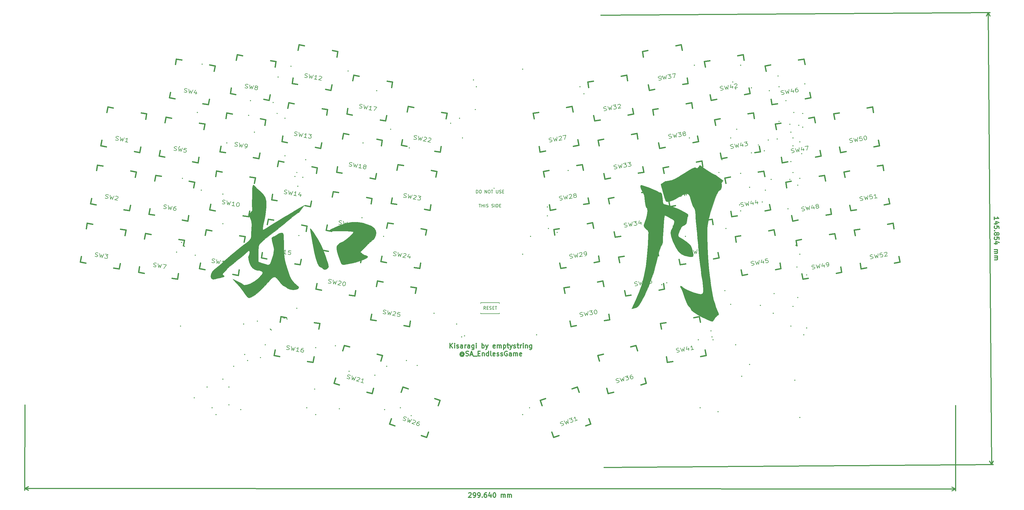
<source format=gbr>
G04 #@! TF.GenerationSoftware,KiCad,Pcbnew,(5.0.2)-1*
G04 #@! TF.CreationDate,2019-02-25T13:46:33+08:00*
G04 #@! TF.ProjectId,Kisaragi,4b697361-7261-4676-992e-6b696361645f,rev?*
G04 #@! TF.SameCoordinates,Original*
G04 #@! TF.FileFunction,Legend,Top*
G04 #@! TF.FilePolarity,Positive*
%FSLAX46Y46*%
G04 Gerber Fmt 4.6, Leading zero omitted, Abs format (unit mm)*
G04 Created by KiCad (PCBNEW (5.0.2)-1) date 25/02/2019 13:46:33*
%MOMM*%
%LPD*%
G01*
G04 APERTURE LIST*
%ADD10C,0.300000*%
%ADD11C,0.381000*%
%ADD12C,0.150000*%
%ADD13C,0.010000*%
%ADD14C,0.203200*%
G04 APERTURE END LIST*
D10*
X202387142Y-199263571D02*
X202387142Y-197763571D01*
X203244285Y-199263571D02*
X202601428Y-198406428D01*
X203244285Y-197763571D02*
X202387142Y-198620714D01*
X203887142Y-199263571D02*
X203887142Y-198263571D01*
X203887142Y-197763571D02*
X203815714Y-197835000D01*
X203887142Y-197906428D01*
X203958571Y-197835000D01*
X203887142Y-197763571D01*
X203887142Y-197906428D01*
X204530000Y-199192142D02*
X204672857Y-199263571D01*
X204958571Y-199263571D01*
X205101428Y-199192142D01*
X205172857Y-199049285D01*
X205172857Y-198977857D01*
X205101428Y-198835000D01*
X204958571Y-198763571D01*
X204744285Y-198763571D01*
X204601428Y-198692142D01*
X204530000Y-198549285D01*
X204530000Y-198477857D01*
X204601428Y-198335000D01*
X204744285Y-198263571D01*
X204958571Y-198263571D01*
X205101428Y-198335000D01*
X206458571Y-199263571D02*
X206458571Y-198477857D01*
X206387142Y-198335000D01*
X206244285Y-198263571D01*
X205958571Y-198263571D01*
X205815714Y-198335000D01*
X206458571Y-199192142D02*
X206315714Y-199263571D01*
X205958571Y-199263571D01*
X205815714Y-199192142D01*
X205744285Y-199049285D01*
X205744285Y-198906428D01*
X205815714Y-198763571D01*
X205958571Y-198692142D01*
X206315714Y-198692142D01*
X206458571Y-198620714D01*
X207172857Y-199263571D02*
X207172857Y-198263571D01*
X207172857Y-198549285D02*
X207244285Y-198406428D01*
X207315714Y-198335000D01*
X207458571Y-198263571D01*
X207601428Y-198263571D01*
X208744285Y-199263571D02*
X208744285Y-198477857D01*
X208672857Y-198335000D01*
X208530000Y-198263571D01*
X208244285Y-198263571D01*
X208101428Y-198335000D01*
X208744285Y-199192142D02*
X208601428Y-199263571D01*
X208244285Y-199263571D01*
X208101428Y-199192142D01*
X208030000Y-199049285D01*
X208030000Y-198906428D01*
X208101428Y-198763571D01*
X208244285Y-198692142D01*
X208601428Y-198692142D01*
X208744285Y-198620714D01*
X210101428Y-198263571D02*
X210101428Y-199477857D01*
X210030000Y-199620714D01*
X209958571Y-199692142D01*
X209815714Y-199763571D01*
X209601428Y-199763571D01*
X209458571Y-199692142D01*
X210101428Y-199192142D02*
X209958571Y-199263571D01*
X209672857Y-199263571D01*
X209530000Y-199192142D01*
X209458571Y-199120714D01*
X209387142Y-198977857D01*
X209387142Y-198549285D01*
X209458571Y-198406428D01*
X209530000Y-198335000D01*
X209672857Y-198263571D01*
X209958571Y-198263571D01*
X210101428Y-198335000D01*
X210815714Y-199263571D02*
X210815714Y-198263571D01*
X210815714Y-197763571D02*
X210744285Y-197835000D01*
X210815714Y-197906428D01*
X210887142Y-197835000D01*
X210815714Y-197763571D01*
X210815714Y-197906428D01*
X212672857Y-199263571D02*
X212672857Y-197763571D01*
X212672857Y-198335000D02*
X212815714Y-198263571D01*
X213101428Y-198263571D01*
X213244285Y-198335000D01*
X213315714Y-198406428D01*
X213387142Y-198549285D01*
X213387142Y-198977857D01*
X213315714Y-199120714D01*
X213244285Y-199192142D01*
X213101428Y-199263571D01*
X212815714Y-199263571D01*
X212672857Y-199192142D01*
X213887142Y-198263571D02*
X214244285Y-199263571D01*
X214601428Y-198263571D02*
X214244285Y-199263571D01*
X214101428Y-199620714D01*
X214030000Y-199692142D01*
X213887142Y-199763571D01*
X216887142Y-199192142D02*
X216744285Y-199263571D01*
X216458571Y-199263571D01*
X216315714Y-199192142D01*
X216244285Y-199049285D01*
X216244285Y-198477857D01*
X216315714Y-198335000D01*
X216458571Y-198263571D01*
X216744285Y-198263571D01*
X216887142Y-198335000D01*
X216958571Y-198477857D01*
X216958571Y-198620714D01*
X216244285Y-198763571D01*
X217601428Y-199263571D02*
X217601428Y-198263571D01*
X217601428Y-198406428D02*
X217672857Y-198335000D01*
X217815714Y-198263571D01*
X218030000Y-198263571D01*
X218172857Y-198335000D01*
X218244285Y-198477857D01*
X218244285Y-199263571D01*
X218244285Y-198477857D02*
X218315714Y-198335000D01*
X218458571Y-198263571D01*
X218672857Y-198263571D01*
X218815714Y-198335000D01*
X218887142Y-198477857D01*
X218887142Y-199263571D01*
X219601428Y-198263571D02*
X219601428Y-199763571D01*
X219601428Y-198335000D02*
X219744285Y-198263571D01*
X220030000Y-198263571D01*
X220172857Y-198335000D01*
X220244285Y-198406428D01*
X220315714Y-198549285D01*
X220315714Y-198977857D01*
X220244285Y-199120714D01*
X220172857Y-199192142D01*
X220030000Y-199263571D01*
X219744285Y-199263571D01*
X219601428Y-199192142D01*
X220744285Y-198263571D02*
X221315714Y-198263571D01*
X220958571Y-197763571D02*
X220958571Y-199049285D01*
X221030000Y-199192142D01*
X221172857Y-199263571D01*
X221315714Y-199263571D01*
X221672857Y-198263571D02*
X222030000Y-199263571D01*
X222387142Y-198263571D02*
X222030000Y-199263571D01*
X221887142Y-199620714D01*
X221815714Y-199692142D01*
X221672857Y-199763571D01*
X222887142Y-199192142D02*
X223030000Y-199263571D01*
X223315714Y-199263571D01*
X223458571Y-199192142D01*
X223530000Y-199049285D01*
X223530000Y-198977857D01*
X223458571Y-198835000D01*
X223315714Y-198763571D01*
X223101428Y-198763571D01*
X222958571Y-198692142D01*
X222887142Y-198549285D01*
X222887142Y-198477857D01*
X222958571Y-198335000D01*
X223101428Y-198263571D01*
X223315714Y-198263571D01*
X223458571Y-198335000D01*
X223958571Y-198263571D02*
X224530000Y-198263571D01*
X224172857Y-197763571D02*
X224172857Y-199049285D01*
X224244285Y-199192142D01*
X224387142Y-199263571D01*
X224530000Y-199263571D01*
X225030000Y-199263571D02*
X225030000Y-198263571D01*
X225030000Y-198549285D02*
X225101428Y-198406428D01*
X225172857Y-198335000D01*
X225315714Y-198263571D01*
X225458571Y-198263571D01*
X225958571Y-199263571D02*
X225958571Y-198263571D01*
X225958571Y-197763571D02*
X225887142Y-197835000D01*
X225958571Y-197906428D01*
X226030000Y-197835000D01*
X225958571Y-197763571D01*
X225958571Y-197906428D01*
X226672857Y-198263571D02*
X226672857Y-199263571D01*
X226672857Y-198406428D02*
X226744285Y-198335000D01*
X226887142Y-198263571D01*
X227101428Y-198263571D01*
X227244285Y-198335000D01*
X227315714Y-198477857D01*
X227315714Y-199263571D01*
X228672857Y-198263571D02*
X228672857Y-199477857D01*
X228601428Y-199620714D01*
X228530000Y-199692142D01*
X228387142Y-199763571D01*
X228172857Y-199763571D01*
X228030000Y-199692142D01*
X228672857Y-199192142D02*
X228530000Y-199263571D01*
X228244285Y-199263571D01*
X228101428Y-199192142D01*
X228030000Y-199120714D01*
X227958571Y-198977857D01*
X227958571Y-198549285D01*
X228030000Y-198406428D01*
X228101428Y-198335000D01*
X228244285Y-198263571D01*
X228530000Y-198263571D01*
X228672857Y-198335000D01*
X206565714Y-201099285D02*
X206494285Y-201027857D01*
X206351428Y-200956428D01*
X206208571Y-200956428D01*
X206065714Y-201027857D01*
X205994285Y-201099285D01*
X205922857Y-201242142D01*
X205922857Y-201385000D01*
X205994285Y-201527857D01*
X206065714Y-201599285D01*
X206208571Y-201670714D01*
X206351428Y-201670714D01*
X206494285Y-201599285D01*
X206565714Y-201527857D01*
X206565714Y-200956428D02*
X206565714Y-201527857D01*
X206637142Y-201599285D01*
X206708571Y-201599285D01*
X206851428Y-201527857D01*
X206922857Y-201385000D01*
X206922857Y-201027857D01*
X206780000Y-200813571D01*
X206565714Y-200670714D01*
X206280000Y-200599285D01*
X205994285Y-200670714D01*
X205780000Y-200813571D01*
X205637142Y-201027857D01*
X205565714Y-201313571D01*
X205637142Y-201599285D01*
X205780000Y-201813571D01*
X205994285Y-201956428D01*
X206280000Y-202027857D01*
X206565714Y-201956428D01*
X206780000Y-201813571D01*
X207494285Y-201742142D02*
X207708571Y-201813571D01*
X208065714Y-201813571D01*
X208208571Y-201742142D01*
X208280000Y-201670714D01*
X208351428Y-201527857D01*
X208351428Y-201385000D01*
X208280000Y-201242142D01*
X208208571Y-201170714D01*
X208065714Y-201099285D01*
X207780000Y-201027857D01*
X207637142Y-200956428D01*
X207565714Y-200885000D01*
X207494285Y-200742142D01*
X207494285Y-200599285D01*
X207565714Y-200456428D01*
X207637142Y-200385000D01*
X207780000Y-200313571D01*
X208137142Y-200313571D01*
X208351428Y-200385000D01*
X208922857Y-201385000D02*
X209637142Y-201385000D01*
X208780000Y-201813571D02*
X209280000Y-200313571D01*
X209780000Y-201813571D01*
X209922857Y-201956428D02*
X211065714Y-201956428D01*
X211422857Y-201027857D02*
X211922857Y-201027857D01*
X212137142Y-201813571D02*
X211422857Y-201813571D01*
X211422857Y-200313571D01*
X212137142Y-200313571D01*
X212780000Y-200813571D02*
X212780000Y-201813571D01*
X212780000Y-200956428D02*
X212851428Y-200885000D01*
X212994285Y-200813571D01*
X213208571Y-200813571D01*
X213351428Y-200885000D01*
X213422857Y-201027857D01*
X213422857Y-201813571D01*
X214780000Y-201813571D02*
X214780000Y-200313571D01*
X214780000Y-201742142D02*
X214637142Y-201813571D01*
X214351428Y-201813571D01*
X214208571Y-201742142D01*
X214137142Y-201670714D01*
X214065714Y-201527857D01*
X214065714Y-201099285D01*
X214137142Y-200956428D01*
X214208571Y-200885000D01*
X214351428Y-200813571D01*
X214637142Y-200813571D01*
X214780000Y-200885000D01*
X215708571Y-201813571D02*
X215565714Y-201742142D01*
X215494285Y-201599285D01*
X215494285Y-200313571D01*
X216851428Y-201742142D02*
X216708571Y-201813571D01*
X216422857Y-201813571D01*
X216280000Y-201742142D01*
X216208571Y-201599285D01*
X216208571Y-201027857D01*
X216280000Y-200885000D01*
X216422857Y-200813571D01*
X216708571Y-200813571D01*
X216851428Y-200885000D01*
X216922857Y-201027857D01*
X216922857Y-201170714D01*
X216208571Y-201313571D01*
X217494285Y-201742142D02*
X217637142Y-201813571D01*
X217922857Y-201813571D01*
X218065714Y-201742142D01*
X218137142Y-201599285D01*
X218137142Y-201527857D01*
X218065714Y-201385000D01*
X217922857Y-201313571D01*
X217708571Y-201313571D01*
X217565714Y-201242142D01*
X217494285Y-201099285D01*
X217494285Y-201027857D01*
X217565714Y-200885000D01*
X217708571Y-200813571D01*
X217922857Y-200813571D01*
X218065714Y-200885000D01*
X218708571Y-201742142D02*
X218851428Y-201813571D01*
X219137142Y-201813571D01*
X219280000Y-201742142D01*
X219351428Y-201599285D01*
X219351428Y-201527857D01*
X219280000Y-201385000D01*
X219137142Y-201313571D01*
X218922857Y-201313571D01*
X218780000Y-201242142D01*
X218708571Y-201099285D01*
X218708571Y-201027857D01*
X218780000Y-200885000D01*
X218922857Y-200813571D01*
X219137142Y-200813571D01*
X219280000Y-200885000D01*
X220780000Y-200385000D02*
X220637142Y-200313571D01*
X220422857Y-200313571D01*
X220208571Y-200385000D01*
X220065714Y-200527857D01*
X219994285Y-200670714D01*
X219922857Y-200956428D01*
X219922857Y-201170714D01*
X219994285Y-201456428D01*
X220065714Y-201599285D01*
X220208571Y-201742142D01*
X220422857Y-201813571D01*
X220565714Y-201813571D01*
X220780000Y-201742142D01*
X220851428Y-201670714D01*
X220851428Y-201170714D01*
X220565714Y-201170714D01*
X222137142Y-201813571D02*
X222137142Y-201027857D01*
X222065714Y-200885000D01*
X221922857Y-200813571D01*
X221637142Y-200813571D01*
X221494285Y-200885000D01*
X222137142Y-201742142D02*
X221994285Y-201813571D01*
X221637142Y-201813571D01*
X221494285Y-201742142D01*
X221422857Y-201599285D01*
X221422857Y-201456428D01*
X221494285Y-201313571D01*
X221637142Y-201242142D01*
X221994285Y-201242142D01*
X222137142Y-201170714D01*
X222851428Y-201813571D02*
X222851428Y-200813571D01*
X222851428Y-200956428D02*
X222922857Y-200885000D01*
X223065714Y-200813571D01*
X223280000Y-200813571D01*
X223422857Y-200885000D01*
X223494285Y-201027857D01*
X223494285Y-201813571D01*
X223494285Y-201027857D02*
X223565714Y-200885000D01*
X223708571Y-200813571D01*
X223922857Y-200813571D01*
X224065714Y-200885000D01*
X224137142Y-201027857D01*
X224137142Y-201813571D01*
X225422857Y-201742142D02*
X225280000Y-201813571D01*
X224994285Y-201813571D01*
X224851428Y-201742142D01*
X224780000Y-201599285D01*
X224780000Y-201027857D01*
X224851428Y-200885000D01*
X224994285Y-200813571D01*
X225280000Y-200813571D01*
X225422857Y-200885000D01*
X225494285Y-201027857D01*
X225494285Y-201170714D01*
X224780000Y-201313571D01*
X377586942Y-157915511D02*
X377580771Y-157058391D01*
X377583856Y-157486951D02*
X379083817Y-157476152D01*
X378868509Y-157334842D01*
X378724627Y-157193017D01*
X378652172Y-157050677D01*
X378596171Y-159193993D02*
X377596197Y-159201192D01*
X379165014Y-158832746D02*
X378091042Y-158483326D01*
X378097727Y-159411873D01*
X379106957Y-160690355D02*
X379101815Y-159976088D01*
X378387033Y-159909803D01*
X378458974Y-159980716D01*
X378531429Y-160123055D01*
X378534001Y-160480188D01*
X378463602Y-160623556D01*
X378392690Y-160695497D01*
X378250351Y-160767952D01*
X377893217Y-160770523D01*
X377749849Y-160700125D01*
X377677908Y-160629212D01*
X377605453Y-160486873D01*
X377602882Y-160129740D01*
X377673280Y-159986372D01*
X377744193Y-159914431D01*
X377754991Y-161414392D02*
X377684079Y-161486333D01*
X377612138Y-161415421D01*
X377683050Y-161343480D01*
X377754991Y-161414392D01*
X377612138Y-161415421D01*
X378475943Y-162337797D02*
X378546342Y-162194430D01*
X378617254Y-162122489D01*
X378759593Y-162050034D01*
X378831020Y-162049519D01*
X378974388Y-162119918D01*
X379046329Y-162190830D01*
X379118784Y-162333169D01*
X379120841Y-162618876D01*
X379050442Y-162762244D01*
X378979530Y-162834185D01*
X378837191Y-162906640D01*
X378765764Y-162907154D01*
X378622396Y-162836756D01*
X378550455Y-162765844D01*
X378478000Y-162623504D01*
X378475943Y-162337797D01*
X378403488Y-162195458D01*
X378331547Y-162124546D01*
X378188180Y-162054147D01*
X377902473Y-162056204D01*
X377760134Y-162128659D01*
X377689221Y-162200600D01*
X377618823Y-162343968D01*
X377620880Y-162629675D01*
X377693335Y-162772014D01*
X377765276Y-162842927D01*
X377908643Y-162913325D01*
X378194350Y-162911268D01*
X378336689Y-162838813D01*
X378407602Y-162766872D01*
X378478000Y-162623504D01*
X379132668Y-164261691D02*
X379127526Y-163547424D01*
X378412744Y-163481139D01*
X378484685Y-163552052D01*
X378557140Y-163694391D01*
X378559711Y-164051524D01*
X378489313Y-164194892D01*
X378418400Y-164266833D01*
X378276061Y-164339288D01*
X377918928Y-164341859D01*
X377775560Y-164271461D01*
X377703619Y-164200548D01*
X377631164Y-164058209D01*
X377628593Y-163701076D01*
X377698991Y-163557708D01*
X377769904Y-163485767D01*
X378642451Y-165622398D02*
X377642477Y-165629597D01*
X379211293Y-165261151D02*
X378137321Y-164911730D01*
X378144006Y-165840278D01*
X377656360Y-167558119D02*
X378656334Y-167550920D01*
X378513481Y-167551948D02*
X378585422Y-167622860D01*
X378657877Y-167765200D01*
X378659420Y-167979480D01*
X378589021Y-168122848D01*
X378446682Y-168195303D01*
X377660988Y-168200959D01*
X378446682Y-168195303D02*
X378590050Y-168265701D01*
X378662505Y-168408040D01*
X378664048Y-168622320D01*
X378593649Y-168765688D01*
X378451310Y-168838143D01*
X377665616Y-168843800D01*
X377670758Y-169558067D02*
X378670732Y-169550868D01*
X378527879Y-169551896D02*
X378599820Y-169622809D01*
X378672275Y-169765148D01*
X378673818Y-169979428D01*
X378603419Y-170122796D01*
X378461080Y-170195251D01*
X377675386Y-170200907D01*
X378461080Y-170195251D02*
X378604448Y-170265649D01*
X378676903Y-170407988D01*
X378678446Y-170622269D01*
X378608047Y-170765636D01*
X378465708Y-170838091D01*
X377680014Y-170843748D01*
X375684258Y-91072016D02*
X376734258Y-236922016D01*
X250950000Y-91970000D02*
X376270663Y-91067794D01*
X252000000Y-237820000D02*
X377320663Y-236917794D01*
X376734258Y-236922016D02*
X376139743Y-235799763D01*
X376734258Y-236922016D02*
X377312554Y-235791320D01*
X375684258Y-91072016D02*
X375105962Y-92202712D01*
X375684258Y-91072016D02*
X376278773Y-92194269D01*
X208389118Y-246097709D02*
X208460578Y-246026312D01*
X208603466Y-245954945D01*
X208960609Y-245955100D01*
X209103435Y-246026590D01*
X209174832Y-246098050D01*
X209246199Y-246240938D01*
X209246137Y-246383795D01*
X209174615Y-246598050D01*
X208317101Y-247454821D01*
X209245672Y-247455224D01*
X209959958Y-247455534D02*
X210245672Y-247455658D01*
X210388560Y-247384291D01*
X210460020Y-247312893D01*
X210602970Y-247098670D01*
X210674522Y-246812986D01*
X210674770Y-246241558D01*
X210603404Y-246098670D01*
X210532006Y-246027210D01*
X210389180Y-245955720D01*
X210103466Y-245955596D01*
X209960578Y-246026962D01*
X209889118Y-246098360D01*
X209817627Y-246241186D01*
X209817472Y-246598329D01*
X209888839Y-246741217D01*
X209960237Y-246812677D01*
X210103063Y-246884167D01*
X210388777Y-246884291D01*
X210531665Y-246812924D01*
X210603125Y-246741527D01*
X210674615Y-246598701D01*
X211388529Y-247456153D02*
X211674243Y-247456277D01*
X211817131Y-247384911D01*
X211888591Y-247313513D01*
X212031541Y-247099290D01*
X212103094Y-246813606D01*
X212103342Y-246242178D01*
X212031975Y-246099290D01*
X211960577Y-246027830D01*
X211817751Y-245956340D01*
X211532037Y-245956216D01*
X211389149Y-246027582D01*
X211317689Y-246098980D01*
X211246199Y-246241806D01*
X211246044Y-246598949D01*
X211317410Y-246741837D01*
X211388808Y-246813296D01*
X211531634Y-246884787D01*
X211817348Y-246884911D01*
X211960236Y-246813544D01*
X212031696Y-246742147D01*
X212103187Y-246599321D01*
X212745734Y-247313885D02*
X212817131Y-247385345D01*
X212745672Y-247456742D01*
X212674274Y-247385283D01*
X212745734Y-247313885D01*
X212745672Y-247456742D01*
X214103465Y-245957331D02*
X213817751Y-245957207D01*
X213674863Y-246028574D01*
X213603403Y-246099971D01*
X213460453Y-246314195D01*
X213388901Y-246599878D01*
X213388653Y-247171307D01*
X213460019Y-247314195D01*
X213531417Y-247385655D01*
X213674243Y-247457145D01*
X213959957Y-247457269D01*
X214102845Y-247385902D01*
X214174305Y-247314505D01*
X214245796Y-247171679D01*
X214245951Y-246814536D01*
X214174584Y-246671648D01*
X214103186Y-246600188D01*
X213960360Y-246528698D01*
X213674646Y-246528574D01*
X213531758Y-246599940D01*
X213460298Y-246671338D01*
X213388808Y-246814164D01*
X215531820Y-246457951D02*
X215531386Y-247457951D01*
X215174925Y-245886367D02*
X214817317Y-246957641D01*
X215745888Y-246958044D01*
X216603465Y-245958416D02*
X216746322Y-245958478D01*
X216889148Y-246029968D01*
X216960546Y-246101428D01*
X217031912Y-246244316D01*
X217103217Y-246530061D01*
X217103062Y-246887204D01*
X217031510Y-247172887D01*
X216960019Y-247315713D01*
X216888560Y-247387111D01*
X216745671Y-247458478D01*
X216602814Y-247458416D01*
X216459988Y-247386925D01*
X216388591Y-247315466D01*
X216317224Y-247172577D01*
X216245919Y-246886832D01*
X216246074Y-246529689D01*
X216317627Y-246244006D01*
X216389117Y-246101180D01*
X216460577Y-246029782D01*
X216603465Y-245958416D01*
X218888528Y-247459407D02*
X218888962Y-246459407D01*
X218888900Y-246602265D02*
X218960360Y-246530867D01*
X219103248Y-246459500D01*
X219317534Y-246459593D01*
X219460360Y-246531084D01*
X219531726Y-246673972D01*
X219531385Y-247459686D01*
X219531726Y-246673972D02*
X219603217Y-246531146D01*
X219746105Y-246459779D01*
X219960391Y-246459872D01*
X220103217Y-246531363D01*
X220174583Y-246674251D01*
X220174242Y-247459965D01*
X220888528Y-247460275D02*
X220888962Y-246460275D01*
X220888900Y-246603132D02*
X220960360Y-246531735D01*
X221103248Y-246460368D01*
X221317533Y-246460461D01*
X221460360Y-246531952D01*
X221531726Y-246674840D01*
X221531385Y-247460554D01*
X221531726Y-246674840D02*
X221603217Y-246532014D01*
X221746105Y-246460647D01*
X221960390Y-246460740D01*
X222103217Y-246532231D01*
X222174583Y-246675119D01*
X222174242Y-247460833D01*
X65498306Y-244614287D02*
X365138306Y-244744287D01*
X65510000Y-217660000D02*
X65498051Y-245200708D01*
X365150000Y-217790000D02*
X365138051Y-245330708D01*
X365138306Y-244744287D02*
X364011548Y-245330219D01*
X365138306Y-244744287D02*
X364012057Y-244157378D01*
X65498306Y-244614287D02*
X66624555Y-245201196D01*
X65498306Y-244614287D02*
X66625064Y-244028355D01*
D11*
G04 #@! TO.C,SW4*
X113930390Y-107794793D02*
X114239137Y-106043805D01*
X112033805Y-118550863D02*
X112342551Y-116799875D01*
X113784793Y-118859610D02*
X112033805Y-118550863D01*
X124540863Y-120756195D02*
X122789875Y-120447449D01*
X124849610Y-119005207D02*
X124540863Y-120756195D01*
X126746195Y-108249137D02*
X126437449Y-110000125D01*
X124995207Y-107940390D02*
X126746195Y-108249137D01*
X114239137Y-106043805D02*
X115990125Y-106352551D01*
G04 #@! TO.C,SW1*
X92169137Y-121493805D02*
X93920125Y-121802551D01*
X102925207Y-123390390D02*
X104676195Y-123699137D01*
X104676195Y-123699137D02*
X104367449Y-125450125D01*
X102779610Y-134455207D02*
X102470863Y-136206195D01*
X102470863Y-136206195D02*
X100719875Y-135897449D01*
X91714793Y-134309610D02*
X89963805Y-134000863D01*
X89963805Y-134000863D02*
X90272551Y-132249875D01*
X91860390Y-123244793D02*
X92169137Y-121493805D01*
G04 #@! TO.C,SW5*
X110617907Y-126557214D02*
X110926654Y-124806226D01*
X108721322Y-137313284D02*
X109030068Y-135562296D01*
X110472310Y-137622031D02*
X108721322Y-137313284D01*
X121228380Y-139518616D02*
X119477392Y-139209870D01*
X121537127Y-137767628D02*
X121228380Y-139518616D01*
X123433712Y-127011558D02*
X123124966Y-128762546D01*
X121682724Y-126702811D02*
X123433712Y-127011558D01*
X110926654Y-124806226D02*
X112677642Y-125114972D01*
G04 #@! TO.C,SW6*
X107619137Y-143563805D02*
X109370125Y-143872551D01*
X118375207Y-145460390D02*
X120126195Y-145769137D01*
X120126195Y-145769137D02*
X119817449Y-147520125D01*
X118229610Y-156525207D02*
X117920863Y-158276195D01*
X117920863Y-158276195D02*
X116169875Y-157967449D01*
X107164793Y-156379610D02*
X105413805Y-156070863D01*
X105413805Y-156070863D02*
X105722551Y-154319875D01*
X107310390Y-145314793D02*
X107619137Y-143563805D01*
G04 #@! TO.C,SW7*
X104000390Y-164074793D02*
X104309137Y-162323805D01*
X102103805Y-174830863D02*
X102412551Y-173079875D01*
X103854793Y-175139610D02*
X102103805Y-174830863D01*
X114610863Y-177036195D02*
X112859875Y-176727449D01*
X114919610Y-175285207D02*
X114610863Y-177036195D01*
X116816195Y-164529137D02*
X116507449Y-166280125D01*
X115065207Y-164220390D02*
X116816195Y-164529137D01*
X104309137Y-162323805D02*
X106060125Y-162632551D01*
G04 #@! TO.C,SW8*
X133829137Y-104663805D02*
X135580125Y-104972551D01*
X144585207Y-106560390D02*
X146336195Y-106869137D01*
X146336195Y-106869137D02*
X146027449Y-108620125D01*
X144439610Y-117625207D02*
X144130863Y-119376195D01*
X144130863Y-119376195D02*
X142379875Y-119067449D01*
X133374793Y-117479610D02*
X131623805Y-117170863D01*
X131623805Y-117170863D02*
X131932551Y-115419875D01*
X133520390Y-106414793D02*
X133829137Y-104663805D01*
G04 #@! TO.C,SW9*
X130210390Y-125174793D02*
X130519137Y-123423805D01*
X128313805Y-135930863D02*
X128622551Y-134179875D01*
X130064793Y-136239610D02*
X128313805Y-135930863D01*
X140820863Y-138136195D02*
X139069875Y-137827449D01*
X141129610Y-136385207D02*
X140820863Y-138136195D01*
X143026195Y-125629137D02*
X142717449Y-127380125D01*
X141275207Y-125320390D02*
X143026195Y-125629137D01*
X130519137Y-123423805D02*
X132270125Y-123732551D01*
G04 #@! TO.C,SW10*
X127209137Y-142173805D02*
X128960125Y-142482551D01*
X137965207Y-144070390D02*
X139716195Y-144379137D01*
X139716195Y-144379137D02*
X139407449Y-146130125D01*
X137819610Y-155135207D02*
X137510863Y-156886195D01*
X137510863Y-156886195D02*
X135759875Y-156577449D01*
X126754793Y-154989610D02*
X125003805Y-154680863D01*
X125003805Y-154680863D02*
X125312551Y-152929875D01*
X126900390Y-143924793D02*
X127209137Y-142173805D01*
G04 #@! TO.C,SW11*
X123560390Y-162874793D02*
X123869137Y-161123805D01*
X121663805Y-173630863D02*
X121972551Y-171879875D01*
X123414793Y-173939610D02*
X121663805Y-173630863D01*
X134170863Y-175836195D02*
X132419875Y-175527449D01*
X134479610Y-174085207D02*
X134170863Y-175836195D01*
X136376195Y-163329137D02*
X136067449Y-165080125D01*
X134625207Y-163020390D02*
X136376195Y-163329137D01*
X123869137Y-161123805D02*
X125620125Y-161432551D01*
G04 #@! TO.C,SW12*
X153739137Y-101403805D02*
X155490125Y-101712551D01*
X164495207Y-103300390D02*
X166246195Y-103609137D01*
X166246195Y-103609137D02*
X165937449Y-105360125D01*
X164349610Y-114365207D02*
X164040863Y-116116195D01*
X164040863Y-116116195D02*
X162289875Y-115807449D01*
X153284793Y-114219610D02*
X151533805Y-113910863D01*
X151533805Y-113910863D02*
X151842551Y-112159875D01*
X153430390Y-103154793D02*
X153739137Y-101403805D01*
G04 #@! TO.C,SW13*
X150120390Y-121904793D02*
X150429137Y-120153805D01*
X148223805Y-132660863D02*
X148532551Y-130909875D01*
X149974793Y-132969610D02*
X148223805Y-132660863D01*
X160730863Y-134866195D02*
X158979875Y-134557449D01*
X161039610Y-133115207D02*
X160730863Y-134866195D01*
X162936195Y-122359137D02*
X162627449Y-124110125D01*
X161185207Y-122050390D02*
X162936195Y-122359137D01*
X150429137Y-120153805D02*
X152180125Y-120462551D01*
G04 #@! TO.C,SW14*
X147129137Y-138913805D02*
X148880125Y-139222551D01*
X157885207Y-140810390D02*
X159636195Y-141119137D01*
X159636195Y-141119137D02*
X159327449Y-142870125D01*
X157739610Y-151875207D02*
X157430863Y-153626195D01*
X157430863Y-153626195D02*
X155679875Y-153317449D01*
X146674793Y-151729610D02*
X144923805Y-151420863D01*
X144923805Y-151420863D02*
X145232551Y-149669875D01*
X146820390Y-140664793D02*
X147129137Y-138913805D01*
G04 #@! TO.C,SW15*
X143510390Y-159434793D02*
X143819137Y-157683805D01*
X141613805Y-170190863D02*
X141922551Y-168439875D01*
X143364793Y-170499610D02*
X141613805Y-170190863D01*
X154120863Y-172396195D02*
X152369875Y-172087449D01*
X154429610Y-170645207D02*
X154120863Y-172396195D01*
X156326195Y-159889137D02*
X156017449Y-161640125D01*
X154575207Y-159580390D02*
X156326195Y-159889137D01*
X143819137Y-157683805D02*
X145570125Y-157992551D01*
G04 #@! TO.C,SW16*
X147939137Y-189163805D02*
X149690125Y-189472551D01*
X158695207Y-191060390D02*
X160446195Y-191369137D01*
X160446195Y-191369137D02*
X160137449Y-193120125D01*
X158549610Y-202125207D02*
X158240863Y-203876195D01*
X158240863Y-203876195D02*
X156489875Y-203567449D01*
X147484793Y-201979610D02*
X145733805Y-201670863D01*
X145733805Y-201670863D02*
X146042551Y-199919875D01*
X147630390Y-190914793D02*
X147939137Y-189163805D01*
G04 #@! TO.C,SW17*
X171040390Y-113024793D02*
X171349137Y-111273805D01*
X169143805Y-123780863D02*
X169452551Y-122029875D01*
X170894793Y-124089610D02*
X169143805Y-123780863D01*
X181650863Y-125986195D02*
X179899875Y-125677449D01*
X181959610Y-124235207D02*
X181650863Y-125986195D01*
X183856195Y-113479137D02*
X183547449Y-115230125D01*
X182105207Y-113170390D02*
X183856195Y-113479137D01*
X171349137Y-111273805D02*
X173100125Y-111582551D01*
G04 #@! TO.C,SW18*
X168039137Y-130033805D02*
X169790125Y-130342551D01*
X178795207Y-131930390D02*
X180546195Y-132239137D01*
X180546195Y-132239137D02*
X180237449Y-133990125D01*
X178649610Y-142995207D02*
X178340863Y-144746195D01*
X178340863Y-144746195D02*
X176589875Y-144437449D01*
X167584793Y-142849610D02*
X165833805Y-142540863D01*
X165833805Y-142540863D02*
X166142551Y-140789875D01*
X167730390Y-131784793D02*
X168039137Y-130033805D01*
G04 #@! TO.C,SW19*
X164420390Y-150544793D02*
X164729137Y-148793805D01*
X162523805Y-161300863D02*
X162832551Y-159549875D01*
X164274793Y-161609610D02*
X162523805Y-161300863D01*
X175030863Y-163506195D02*
X173279875Y-163197449D01*
X175339610Y-161755207D02*
X175030863Y-163506195D01*
X177236195Y-150999137D02*
X176927449Y-152750125D01*
X175485207Y-150690390D02*
X177236195Y-150999137D01*
X164729137Y-148793805D02*
X166480125Y-149102551D01*
G04 #@! TO.C,SW20*
X161389137Y-167743805D02*
X163140125Y-168052551D01*
X172145207Y-169640390D02*
X173896195Y-169949137D01*
X173896195Y-169949137D02*
X173587449Y-171700125D01*
X171999610Y-180705207D02*
X171690863Y-182456195D01*
X171690863Y-182456195D02*
X169939875Y-182147449D01*
X160934793Y-180559610D02*
X159183805Y-180250863D01*
X159183805Y-180250863D02*
X159492551Y-178499875D01*
X161080390Y-169494793D02*
X161389137Y-167743805D01*
G04 #@! TO.C,SW21*
X167859692Y-200120286D02*
X168319872Y-198402870D01*
X165032870Y-210670128D02*
X165493050Y-208952712D01*
X166750286Y-211130308D02*
X165032870Y-210670128D01*
X177300128Y-213957130D02*
X175582712Y-213496950D01*
X177760308Y-212239714D02*
X177300128Y-213957130D01*
X180587130Y-201689872D02*
X180126950Y-203407288D01*
X178869714Y-201229692D02*
X180587130Y-201689872D01*
X168319872Y-198402870D02*
X170037288Y-198863050D01*
G04 #@! TO.C,SW22*
X188909137Y-121343805D02*
X190660125Y-121652551D01*
X199665207Y-123240390D02*
X201416195Y-123549137D01*
X201416195Y-123549137D02*
X201107449Y-125300125D01*
X199519610Y-134305207D02*
X199210863Y-136056195D01*
X199210863Y-136056195D02*
X197459875Y-135747449D01*
X188454793Y-134159610D02*
X186703805Y-133850863D01*
X186703805Y-133850863D02*
X187012551Y-132099875D01*
X188600390Y-123094793D02*
X188909137Y-121343805D01*
G04 #@! TO.C,SW23*
X185300390Y-141844793D02*
X185609137Y-140093805D01*
X183403805Y-152600863D02*
X183712551Y-150849875D01*
X185154793Y-152909610D02*
X183403805Y-152600863D01*
X195910863Y-154806195D02*
X194159875Y-154497449D01*
X196219610Y-153055207D02*
X195910863Y-154806195D01*
X198116195Y-142299137D02*
X197807449Y-144050125D01*
X196365207Y-141990390D02*
X198116195Y-142299137D01*
X185609137Y-140093805D02*
X187360125Y-140402551D01*
G04 #@! TO.C,SW24*
X182299137Y-158863805D02*
X184050125Y-159172551D01*
X193055207Y-160760390D02*
X194806195Y-161069137D01*
X194806195Y-161069137D02*
X194497449Y-162820125D01*
X192909610Y-171825207D02*
X192600863Y-173576195D01*
X192600863Y-173576195D02*
X190849875Y-173267449D01*
X181844793Y-171679610D02*
X180093805Y-171370863D01*
X180093805Y-171370863D02*
X180402551Y-169619875D01*
X181990390Y-160614793D02*
X182299137Y-158863805D01*
G04 #@! TO.C,SW25*
X178680390Y-179374793D02*
X178989137Y-177623805D01*
X176783805Y-190130863D02*
X177092551Y-188379875D01*
X178534793Y-190439610D02*
X176783805Y-190130863D01*
X189290863Y-192336195D02*
X187539875Y-192027449D01*
X189599610Y-190585207D02*
X189290863Y-192336195D01*
X191496195Y-179829137D02*
X191187449Y-181580125D01*
X189745207Y-179520390D02*
X191496195Y-179829137D01*
X178989137Y-177623805D02*
X180740125Y-177932551D01*
G04 #@! TO.C,SW26*
X187224780Y-211811124D02*
X188895553Y-212419236D01*
X197488103Y-215546668D02*
X199158876Y-216154780D01*
X199158876Y-216154780D02*
X198550764Y-217825553D01*
X195423332Y-226418103D02*
X194815220Y-228088876D01*
X194815220Y-228088876D02*
X193144447Y-227480764D01*
X184551897Y-224353332D02*
X182881124Y-223745220D01*
X182881124Y-223745220D02*
X183489236Y-222074447D01*
X186616668Y-213481897D02*
X187224780Y-211811124D01*
G04 #@! TO.C,SW27*
X229452551Y-125290125D02*
X229143805Y-123539137D01*
X231349137Y-136046195D02*
X231040390Y-134295207D01*
X233100125Y-135737449D02*
X231349137Y-136046195D01*
X243856195Y-133840863D02*
X242105207Y-134149610D01*
X243547449Y-132089875D02*
X243856195Y-133840863D01*
X241650863Y-121333805D02*
X241959610Y-123084793D01*
X239899875Y-121642551D02*
X241650863Y-121333805D01*
X229143805Y-123539137D02*
X230894793Y-123230390D01*
G04 #@! TO.C,SW28*
X232443805Y-142299137D02*
X234194793Y-141990390D01*
X243199875Y-140402551D02*
X244950863Y-140093805D01*
X244950863Y-140093805D02*
X245259610Y-141844793D01*
X246847449Y-150849875D02*
X247156195Y-152600863D01*
X247156195Y-152600863D02*
X245405207Y-152909610D01*
X236400125Y-154497449D02*
X234649137Y-154806195D01*
X234649137Y-154806195D02*
X234340390Y-153055207D01*
X232752551Y-144050125D02*
X232443805Y-142299137D01*
G04 #@! TO.C,SW29*
X236072551Y-162810125D02*
X235763805Y-161059137D01*
X237969137Y-173566195D02*
X237660390Y-171815207D01*
X239720125Y-173257449D02*
X237969137Y-173566195D01*
X250476195Y-171360863D02*
X248725207Y-171669610D01*
X250167449Y-169609875D02*
X250476195Y-171360863D01*
X248270863Y-158853805D02*
X248579610Y-160604793D01*
X246519875Y-159162551D02*
X248270863Y-158853805D01*
X235763805Y-161059137D02*
X237514793Y-160750390D01*
G04 #@! TO.C,SW30*
X239063805Y-179829137D02*
X240814793Y-179520390D01*
X249819875Y-177932551D02*
X251570863Y-177623805D01*
X251570863Y-177623805D02*
X251879610Y-179374793D01*
X253467449Y-188379875D02*
X253776195Y-190130863D01*
X253776195Y-190130863D02*
X252025207Y-190439610D01*
X243020125Y-192027449D02*
X241269137Y-192336195D01*
X241269137Y-192336195D02*
X240960390Y-190585207D01*
X239372551Y-181580125D02*
X239063805Y-179829137D01*
G04 #@! TO.C,SW31*
X232019236Y-217825553D02*
X231411124Y-216154780D01*
X235754780Y-228088876D02*
X235146668Y-226418103D01*
X237425553Y-227480764D02*
X235754780Y-228088876D01*
X247688876Y-223745220D02*
X246018103Y-224353332D01*
X247080764Y-222074447D02*
X247688876Y-223745220D01*
X243345220Y-211811124D02*
X243953332Y-213481897D01*
X241674447Y-212419236D02*
X243345220Y-211811124D01*
X231411124Y-216154780D02*
X233081897Y-215546668D01*
G04 #@! TO.C,SW32*
X246713805Y-113479137D02*
X248464793Y-113170390D01*
X257469875Y-111582551D02*
X259220863Y-111273805D01*
X259220863Y-111273805D02*
X259529610Y-113024793D01*
X261117449Y-122029875D02*
X261426195Y-123780863D01*
X261426195Y-123780863D02*
X259675207Y-124089610D01*
X250670125Y-125677449D02*
X248919137Y-125986195D01*
X248919137Y-125986195D02*
X248610390Y-124235207D01*
X247022551Y-115230125D02*
X246713805Y-113479137D01*
G04 #@! TO.C,SW33*
X250332551Y-133990125D02*
X250023805Y-132239137D01*
X252229137Y-144746195D02*
X251920390Y-142995207D01*
X253980125Y-144437449D02*
X252229137Y-144746195D01*
X264736195Y-142540863D02*
X262985207Y-142849610D01*
X264427449Y-140789875D02*
X264736195Y-142540863D01*
X262530863Y-130033805D02*
X262839610Y-131784793D01*
X260779875Y-130342551D02*
X262530863Y-130033805D01*
X250023805Y-132239137D02*
X251774793Y-131930390D01*
G04 #@! TO.C,SW34*
X253323805Y-150999137D02*
X255074793Y-150690390D01*
X264079875Y-149102551D02*
X265830863Y-148793805D01*
X265830863Y-148793805D02*
X266139610Y-150544793D01*
X267727449Y-159549875D02*
X268036195Y-161300863D01*
X268036195Y-161300863D02*
X266285207Y-161609610D01*
X257280125Y-163197449D02*
X255529137Y-163506195D01*
X255529137Y-163506195D02*
X255220390Y-161755207D01*
X253632551Y-152750125D02*
X253323805Y-150999137D01*
G04 #@! TO.C,SW35*
X256982551Y-171700125D02*
X256673805Y-169949137D01*
X258879137Y-182456195D02*
X258570390Y-180705207D01*
X260630125Y-182147449D02*
X258879137Y-182456195D01*
X271386195Y-180250863D02*
X269635207Y-180559610D01*
X271077449Y-178499875D02*
X271386195Y-180250863D01*
X269180863Y-167743805D02*
X269489610Y-169494793D01*
X267429875Y-168052551D02*
X269180863Y-167743805D01*
X256673805Y-169949137D02*
X258424793Y-169640390D01*
G04 #@! TO.C,SW36*
X249982870Y-201689872D02*
X251700286Y-201229692D01*
X260532712Y-198863050D02*
X262250128Y-198402870D01*
X262250128Y-198402870D02*
X262710308Y-200120286D01*
X265076950Y-208952712D02*
X265537130Y-210670128D01*
X265537130Y-210670128D02*
X263819714Y-211130308D01*
X254987288Y-213496950D02*
X253269872Y-213957130D01*
X253269872Y-213957130D02*
X252809692Y-212239714D01*
X250443050Y-203407288D02*
X249982870Y-201689872D01*
G04 #@! TO.C,SW37*
X264622551Y-105360125D02*
X264313805Y-103609137D01*
X266519137Y-116116195D02*
X266210390Y-114365207D01*
X268270125Y-115807449D02*
X266519137Y-116116195D01*
X279026195Y-113910863D02*
X277275207Y-114219610D01*
X278717449Y-112159875D02*
X279026195Y-113910863D01*
X276820863Y-101403805D02*
X277129610Y-103154793D01*
X275069875Y-101712551D02*
X276820863Y-101403805D01*
X264313805Y-103609137D02*
X266064793Y-103300390D01*
G04 #@! TO.C,SW38*
X267623805Y-122359137D02*
X269374793Y-122050390D01*
X278379875Y-120462551D02*
X280130863Y-120153805D01*
X280130863Y-120153805D02*
X280439610Y-121904793D01*
X282027449Y-130909875D02*
X282336195Y-132660863D01*
X282336195Y-132660863D02*
X280585207Y-132969610D01*
X271580125Y-134557449D02*
X269829137Y-134866195D01*
X269829137Y-134866195D02*
X269520390Y-133115207D01*
X267932551Y-124110125D02*
X267623805Y-122359137D01*
G04 #@! TO.C,SW39*
X271242551Y-142880125D02*
X270933805Y-141129137D01*
X273139137Y-153636195D02*
X272830390Y-151885207D01*
X274890125Y-153327449D02*
X273139137Y-153636195D01*
X285646195Y-151430863D02*
X283895207Y-151739610D01*
X285337449Y-149679875D02*
X285646195Y-151430863D01*
X283440863Y-138923805D02*
X283749610Y-140674793D01*
X281689875Y-139232551D02*
X283440863Y-138923805D01*
X270933805Y-141129137D02*
X272684793Y-140820390D01*
G04 #@! TO.C,SW40*
X274233805Y-159889137D02*
X275984793Y-159580390D01*
X284989875Y-157992551D02*
X286740863Y-157683805D01*
X286740863Y-157683805D02*
X287049610Y-159434793D01*
X288637449Y-168439875D02*
X288946195Y-170190863D01*
X288946195Y-170190863D02*
X287195207Y-170499610D01*
X278190125Y-172087449D02*
X276439137Y-172396195D01*
X276439137Y-172396195D02*
X276130390Y-170645207D01*
X274542551Y-161640125D02*
X274233805Y-159889137D01*
G04 #@! TO.C,SW41*
X270432551Y-193120125D02*
X270123805Y-191369137D01*
X272329137Y-203876195D02*
X272020390Y-202125207D01*
X274080125Y-203567449D02*
X272329137Y-203876195D01*
X284836195Y-201670863D02*
X283085207Y-201979610D01*
X284527449Y-199919875D02*
X284836195Y-201670863D01*
X282630863Y-189163805D02*
X282939610Y-190914793D01*
X280879875Y-189472551D02*
X282630863Y-189163805D01*
X270123805Y-191369137D02*
X271874793Y-191060390D01*
G04 #@! TO.C,SW42*
X284233805Y-106869137D02*
X285984793Y-106560390D01*
X294989875Y-104972551D02*
X296740863Y-104663805D01*
X296740863Y-104663805D02*
X297049610Y-106414793D01*
X298637449Y-115419875D02*
X298946195Y-117170863D01*
X298946195Y-117170863D02*
X297195207Y-117479610D01*
X288190125Y-119067449D02*
X286439137Y-119376195D01*
X286439137Y-119376195D02*
X286130390Y-117625207D01*
X284542551Y-108620125D02*
X284233805Y-106869137D01*
G04 #@! TO.C,SW43*
X287852551Y-127370125D02*
X287543805Y-125619137D01*
X289749137Y-138126195D02*
X289440390Y-136375207D01*
X291500125Y-137817449D02*
X289749137Y-138126195D01*
X302256195Y-135920863D02*
X300505207Y-136229610D01*
X301947449Y-134169875D02*
X302256195Y-135920863D01*
X300050863Y-123413805D02*
X300359610Y-125164793D01*
X298299875Y-123722551D02*
X300050863Y-123413805D01*
X287543805Y-125619137D02*
X289294793Y-125310390D01*
G04 #@! TO.C,SW44*
X290853805Y-144389137D02*
X292604793Y-144080390D01*
X301609875Y-142492551D02*
X303360863Y-142183805D01*
X303360863Y-142183805D02*
X303669610Y-143934793D01*
X305257449Y-152939875D02*
X305566195Y-154690863D01*
X305566195Y-154690863D02*
X303815207Y-154999610D01*
X294810125Y-156587449D02*
X293059137Y-156896195D01*
X293059137Y-156896195D02*
X292750390Y-155145207D01*
X291162551Y-146140125D02*
X290853805Y-144389137D01*
G04 #@! TO.C,SW45*
X294492551Y-165080125D02*
X294183805Y-163329137D01*
X296389137Y-175836195D02*
X296080390Y-174085207D01*
X298140125Y-175527449D02*
X296389137Y-175836195D01*
X308896195Y-173630863D02*
X307145207Y-173939610D01*
X308587449Y-171879875D02*
X308896195Y-173630863D01*
X306690863Y-161123805D02*
X306999610Y-162874793D01*
X304939875Y-161432551D02*
X306690863Y-161123805D01*
X294183805Y-163329137D02*
X295934793Y-163020390D01*
G04 #@! TO.C,SW46*
X303823805Y-108239137D02*
X305574793Y-107930390D01*
X314579875Y-106342551D02*
X316330863Y-106033805D01*
X316330863Y-106033805D02*
X316639610Y-107784793D01*
X318227449Y-116789875D02*
X318536195Y-118540863D01*
X318536195Y-118540863D02*
X316785207Y-118849610D01*
X307780125Y-120437449D02*
X306029137Y-120746195D01*
X306029137Y-120746195D02*
X305720390Y-118995207D01*
X304132551Y-109990125D02*
X303823805Y-108239137D01*
G04 #@! TO.C,SW47*
X307432551Y-128760125D02*
X307123805Y-127009137D01*
X309329137Y-139516195D02*
X309020390Y-137765207D01*
X311080125Y-139207449D02*
X309329137Y-139516195D01*
X321836195Y-137310863D02*
X320085207Y-137619610D01*
X321527449Y-135559875D02*
X321836195Y-137310863D01*
X319630863Y-124803805D02*
X319939610Y-126554793D01*
X317879875Y-125112551D02*
X319630863Y-124803805D01*
X307123805Y-127009137D02*
X308874793Y-126700390D01*
G04 #@! TO.C,SW48*
X310443805Y-145769137D02*
X312194793Y-145460390D01*
X321199875Y-143872551D02*
X322950863Y-143563805D01*
X322950863Y-143563805D02*
X323259610Y-145314793D01*
X324847449Y-154319875D02*
X325156195Y-156070863D01*
X325156195Y-156070863D02*
X323405207Y-156379610D01*
X314400125Y-157967449D02*
X312649137Y-158276195D01*
X312649137Y-158276195D02*
X312340390Y-156525207D01*
X310752551Y-147520125D02*
X310443805Y-145769137D01*
G04 #@! TO.C,SW49*
X314062551Y-166290125D02*
X313753805Y-164539137D01*
X315959137Y-177046195D02*
X315650390Y-175295207D01*
X317710125Y-176737449D02*
X315959137Y-177046195D01*
X328466195Y-174840863D02*
X326715207Y-175149610D01*
X328157449Y-173089875D02*
X328466195Y-174840863D01*
X326260863Y-162333805D02*
X326569610Y-164084793D01*
X324509875Y-162642551D02*
X326260863Y-162333805D01*
X313753805Y-164539137D02*
X315504793Y-164230390D01*
G04 #@! TO.C,SW50*
X325893805Y-123699137D02*
X327644793Y-123390390D01*
X336649875Y-121802551D02*
X338400863Y-121493805D01*
X338400863Y-121493805D02*
X338709610Y-123244793D01*
X340297449Y-132249875D02*
X340606195Y-134000863D01*
X340606195Y-134000863D02*
X338855207Y-134309610D01*
X329850125Y-135897449D02*
X328099137Y-136206195D01*
X328099137Y-136206195D02*
X327790390Y-134455207D01*
X326202551Y-125450125D02*
X325893805Y-123699137D01*
G04 #@! TO.C,SW51*
X329502551Y-144210125D02*
X329193805Y-142459137D01*
X331399137Y-154966195D02*
X331090390Y-153215207D01*
X333150125Y-154657449D02*
X331399137Y-154966195D01*
X343906195Y-152760863D02*
X342155207Y-153069610D01*
X343597449Y-151009875D02*
X343906195Y-152760863D01*
X341700863Y-140253805D02*
X342009610Y-142004793D01*
X339949875Y-140562551D02*
X341700863Y-140253805D01*
X329193805Y-142459137D02*
X330944793Y-142150390D01*
G04 #@! TO.C,SW52*
X332503805Y-161219137D02*
X334254793Y-160910390D01*
X343259875Y-159322551D02*
X345010863Y-159013805D01*
X345010863Y-159013805D02*
X345319610Y-160764793D01*
X346907449Y-169769875D02*
X347216195Y-171520863D01*
X347216195Y-171520863D02*
X345465207Y-171829610D01*
X336460125Y-173417449D02*
X334709137Y-173726195D01*
X334709137Y-173726195D02*
X334400390Y-171975207D01*
X332812551Y-162970125D02*
X332503805Y-161219137D01*
G04 #@! TO.C,SW3*
X85240390Y-160774793D02*
X85549137Y-159023805D01*
X83343805Y-171530863D02*
X83652551Y-169779875D01*
X85094793Y-171839610D02*
X83343805Y-171530863D01*
X95850863Y-173736195D02*
X94099875Y-173427449D01*
X96159610Y-171985207D02*
X95850863Y-173736195D01*
X98056195Y-161229137D02*
X97747449Y-162980125D01*
X96305207Y-160920390D02*
X98056195Y-161229137D01*
X85549137Y-159023805D02*
X87300125Y-159332551D01*
G04 #@! TO.C,SW2*
X88859137Y-140253805D02*
X90610125Y-140562551D01*
X99615207Y-142150390D02*
X101366195Y-142459137D01*
X101366195Y-142459137D02*
X101057449Y-144210125D01*
X99469610Y-153215207D02*
X99160863Y-154966195D01*
X99160863Y-154966195D02*
X97409875Y-154657449D01*
X88404793Y-153069610D02*
X86653805Y-152760863D01*
X86653805Y-152760863D02*
X86962551Y-151009875D01*
X88550390Y-142004793D02*
X88859137Y-140253805D01*
D12*
G04 #@! TO.C,SW53*
X212290000Y-188160000D02*
X218290000Y-188160000D01*
X218290000Y-188160000D02*
X218290000Y-187910000D01*
X212290000Y-188160000D02*
X212290000Y-187910000D01*
X212290000Y-184660000D02*
X212290000Y-184910000D01*
X212290000Y-184660000D02*
X218290000Y-184660000D01*
X218290000Y-184660000D02*
X218290000Y-184910000D01*
D13*
G04 #@! TO.C,G\002A\002A\002A*
G36*
X122712500Y-107688750D02*
X122553750Y-107847500D01*
X122395000Y-107688750D01*
X122553750Y-107530000D01*
X122712500Y-107688750D01*
X122712500Y-107688750D01*
G37*
X122712500Y-107688750D02*
X122553750Y-107847500D01*
X122395000Y-107688750D01*
X122553750Y-107530000D01*
X122712500Y-107688750D01*
G36*
X296067500Y-108006250D02*
X295908750Y-108165000D01*
X295750000Y-108006250D01*
X295908750Y-107847500D01*
X296067500Y-108006250D01*
X296067500Y-108006250D01*
G37*
X296067500Y-108006250D02*
X295908750Y-108165000D01*
X295750000Y-108006250D01*
X295908750Y-107847500D01*
X296067500Y-108006250D01*
G36*
X281145000Y-108006250D02*
X280986250Y-108165000D01*
X280827500Y-108006250D01*
X280986250Y-107847500D01*
X281145000Y-108006250D01*
X281145000Y-108006250D01*
G37*
X281145000Y-108006250D02*
X280986250Y-108165000D01*
X280827500Y-108006250D01*
X280986250Y-107847500D01*
X281145000Y-108006250D01*
G36*
X151287500Y-108323750D02*
X151128750Y-108482500D01*
X150970000Y-108323750D01*
X151128750Y-108165000D01*
X151287500Y-108323750D01*
X151287500Y-108323750D01*
G37*
X151287500Y-108323750D02*
X151128750Y-108482500D01*
X150970000Y-108323750D01*
X151128750Y-108165000D01*
X151287500Y-108323750D01*
G36*
X225900000Y-109276250D02*
X225741250Y-109435000D01*
X225582500Y-109276250D01*
X225741250Y-109117500D01*
X225900000Y-109276250D01*
X225900000Y-109276250D01*
G37*
X225900000Y-109276250D02*
X225741250Y-109435000D01*
X225582500Y-109276250D01*
X225741250Y-109117500D01*
X225900000Y-109276250D01*
G36*
X169702500Y-109911250D02*
X169543750Y-110070000D01*
X169385000Y-109911250D01*
X169543750Y-109752500D01*
X169702500Y-109911250D01*
X169702500Y-109911250D01*
G37*
X169702500Y-109911250D02*
X169543750Y-110070000D01*
X169385000Y-109911250D01*
X169543750Y-109752500D01*
X169702500Y-109911250D01*
G36*
X308132500Y-111498750D02*
X307973750Y-111657500D01*
X307815000Y-111498750D01*
X307973750Y-111340000D01*
X308132500Y-111498750D01*
X308132500Y-111498750D01*
G37*
X308132500Y-111498750D02*
X307973750Y-111657500D01*
X307815000Y-111498750D01*
X307973750Y-111340000D01*
X308132500Y-111498750D01*
G36*
X270667500Y-111816250D02*
X270508750Y-111975000D01*
X270350000Y-111816250D01*
X270508750Y-111657500D01*
X270667500Y-111816250D01*
X270667500Y-111816250D01*
G37*
X270667500Y-111816250D02*
X270508750Y-111975000D01*
X270350000Y-111816250D01*
X270508750Y-111657500D01*
X270667500Y-111816250D01*
G36*
X147160000Y-111816250D02*
X147001250Y-111975000D01*
X146842500Y-111816250D01*
X147001250Y-111657500D01*
X147160000Y-111816250D01*
X147160000Y-111816250D01*
G37*
X147160000Y-111816250D02*
X147001250Y-111975000D01*
X146842500Y-111816250D01*
X147001250Y-111657500D01*
X147160000Y-111816250D01*
G36*
X210025000Y-112768750D02*
X209866250Y-112927500D01*
X209707500Y-112768750D01*
X209866250Y-112610000D01*
X210025000Y-112768750D01*
X210025000Y-112768750D01*
G37*
X210025000Y-112768750D02*
X209866250Y-112927500D01*
X209707500Y-112768750D01*
X209866250Y-112610000D01*
X210025000Y-112768750D01*
G36*
X293527500Y-113403750D02*
X293368750Y-113562500D01*
X293210000Y-113403750D01*
X293368750Y-113245000D01*
X293527500Y-113403750D01*
X293527500Y-113403750D01*
G37*
X293527500Y-113403750D02*
X293368750Y-113562500D01*
X293210000Y-113403750D01*
X293368750Y-113245000D01*
X293527500Y-113403750D01*
G36*
X316705000Y-114038750D02*
X316546250Y-114197500D01*
X316387500Y-114038750D01*
X316546250Y-113880000D01*
X316705000Y-114038750D01*
X316705000Y-114038750D01*
G37*
X316705000Y-114038750D02*
X316546250Y-114197500D01*
X316387500Y-114038750D01*
X316546250Y-113880000D01*
X316705000Y-114038750D01*
G36*
X278922500Y-114038750D02*
X278763750Y-114197500D01*
X278605000Y-114038750D01*
X278763750Y-113880000D01*
X278922500Y-114038750D01*
X278922500Y-114038750D01*
G37*
X278922500Y-114038750D02*
X278763750Y-114197500D01*
X278605000Y-114038750D01*
X278763750Y-113880000D01*
X278922500Y-114038750D01*
G36*
X308450000Y-114991250D02*
X308291250Y-115150000D01*
X308132500Y-114991250D01*
X308291250Y-114832500D01*
X308450000Y-114991250D01*
X308450000Y-114991250D01*
G37*
X308450000Y-114991250D02*
X308291250Y-115150000D01*
X308132500Y-114991250D01*
X308291250Y-114832500D01*
X308450000Y-114991250D01*
G36*
X244315000Y-114991250D02*
X244156250Y-115150000D01*
X243997500Y-114991250D01*
X244156250Y-114832500D01*
X244315000Y-114991250D01*
X244315000Y-114991250D01*
G37*
X244315000Y-114991250D02*
X244156250Y-115150000D01*
X243997500Y-114991250D01*
X244156250Y-114832500D01*
X244315000Y-114991250D01*
G36*
X210977500Y-114991250D02*
X210818750Y-115150000D01*
X210660000Y-114991250D01*
X210818750Y-114832500D01*
X210977500Y-114991250D01*
X210977500Y-114991250D01*
G37*
X210977500Y-114991250D02*
X210818750Y-115150000D01*
X210660000Y-114991250D01*
X210818750Y-114832500D01*
X210977500Y-114991250D01*
G36*
X299560000Y-115308750D02*
X299401250Y-115467500D01*
X299242500Y-115308750D01*
X299401250Y-115150000D01*
X299560000Y-115308750D01*
X299560000Y-115308750D01*
G37*
X299560000Y-115308750D02*
X299401250Y-115467500D01*
X299242500Y-115308750D01*
X299401250Y-115150000D01*
X299560000Y-115308750D01*
G36*
X294480000Y-115626250D02*
X294321250Y-115785000D01*
X294162500Y-115626250D01*
X294321250Y-115467500D01*
X294480000Y-115626250D01*
X294480000Y-115626250D01*
G37*
X294480000Y-115626250D02*
X294321250Y-115785000D01*
X294162500Y-115626250D01*
X294321250Y-115467500D01*
X294480000Y-115626250D01*
G36*
X305275000Y-116261250D02*
X305116250Y-116420000D01*
X304957500Y-116261250D01*
X305116250Y-116102500D01*
X305275000Y-116261250D01*
X305275000Y-116261250D01*
G37*
X305275000Y-116261250D02*
X305116250Y-116420000D01*
X304957500Y-116261250D01*
X305116250Y-116102500D01*
X305275000Y-116261250D01*
G36*
X178910000Y-116261250D02*
X178751250Y-116420000D01*
X178592500Y-116261250D01*
X178751250Y-116102500D01*
X178910000Y-116261250D01*
X178910000Y-116261250D01*
G37*
X178910000Y-116261250D02*
X178751250Y-116420000D01*
X178592500Y-116261250D01*
X178751250Y-116102500D01*
X178910000Y-116261250D01*
G36*
X245585000Y-117213750D02*
X245426250Y-117372500D01*
X245267500Y-117213750D01*
X245426250Y-117055000D01*
X245585000Y-117213750D01*
X245585000Y-117213750D01*
G37*
X245585000Y-117213750D02*
X245426250Y-117372500D01*
X245267500Y-117213750D01*
X245426250Y-117055000D01*
X245585000Y-117213750D01*
G36*
X310672500Y-119436250D02*
X310513750Y-119595000D01*
X310355000Y-119436250D01*
X310513750Y-119277500D01*
X310672500Y-119436250D01*
X310672500Y-119436250D01*
G37*
X310672500Y-119436250D02*
X310513750Y-119595000D01*
X310355000Y-119436250D01*
X310513750Y-119277500D01*
X310672500Y-119436250D01*
G36*
X138270000Y-119436250D02*
X138111250Y-119595000D01*
X137952500Y-119436250D01*
X138111250Y-119277500D01*
X138270000Y-119436250D01*
X138270000Y-119436250D01*
G37*
X138270000Y-119436250D02*
X138111250Y-119595000D01*
X137952500Y-119436250D01*
X138111250Y-119277500D01*
X138270000Y-119436250D01*
G36*
X145572500Y-120071250D02*
X145413750Y-120230000D01*
X145255000Y-120071250D01*
X145413750Y-119912500D01*
X145572500Y-120071250D01*
X145572500Y-120071250D01*
G37*
X145572500Y-120071250D02*
X145413750Y-120230000D01*
X145255000Y-120071250D01*
X145413750Y-119912500D01*
X145572500Y-120071250D01*
G36*
X210660000Y-122293750D02*
X210501250Y-122452500D01*
X210342500Y-122293750D01*
X210501250Y-122135000D01*
X210660000Y-122293750D01*
X210660000Y-122293750D01*
G37*
X210660000Y-122293750D02*
X210501250Y-122452500D01*
X210342500Y-122293750D01*
X210501250Y-122135000D01*
X210660000Y-122293750D01*
G36*
X313212500Y-123246250D02*
X313053750Y-123405000D01*
X312895000Y-123246250D01*
X313053750Y-123087500D01*
X313212500Y-123246250D01*
X313212500Y-123246250D01*
G37*
X313212500Y-123246250D02*
X313053750Y-123405000D01*
X312895000Y-123246250D01*
X313053750Y-123087500D01*
X313212500Y-123246250D01*
G36*
X121125000Y-123246250D02*
X120966250Y-123405000D01*
X120807500Y-123246250D01*
X120966250Y-123087500D01*
X121125000Y-123246250D01*
X121125000Y-123246250D01*
G37*
X121125000Y-123246250D02*
X120966250Y-123405000D01*
X120807500Y-123246250D01*
X120966250Y-123087500D01*
X121125000Y-123246250D01*
G36*
X316070000Y-123563750D02*
X315911250Y-123722500D01*
X315752500Y-123563750D01*
X315911250Y-123405000D01*
X316070000Y-123563750D01*
X316070000Y-123563750D01*
G37*
X316070000Y-123563750D02*
X315911250Y-123722500D01*
X315752500Y-123563750D01*
X315911250Y-123405000D01*
X316070000Y-123563750D01*
G36*
X146842500Y-123563750D02*
X146683750Y-123722500D01*
X146525000Y-123563750D01*
X146683750Y-123405000D01*
X146842500Y-123563750D01*
X146842500Y-123563750D01*
G37*
X146842500Y-123563750D02*
X146683750Y-123722500D01*
X146525000Y-123563750D01*
X146683750Y-123405000D01*
X146842500Y-123563750D01*
G36*
X137635000Y-124198750D02*
X137476250Y-124357500D01*
X137317500Y-124198750D01*
X137476250Y-124040000D01*
X137635000Y-124198750D01*
X137635000Y-124198750D01*
G37*
X137635000Y-124198750D02*
X137476250Y-124357500D01*
X137317500Y-124198750D01*
X137476250Y-124040000D01*
X137635000Y-124198750D01*
G36*
X205580000Y-125151250D02*
X205421250Y-125310000D01*
X205262500Y-125151250D01*
X205421250Y-124992500D01*
X205580000Y-125151250D01*
X205580000Y-125151250D01*
G37*
X205580000Y-125151250D02*
X205421250Y-125310000D01*
X205262500Y-125151250D01*
X205421250Y-124992500D01*
X205580000Y-125151250D01*
G36*
X149382500Y-125151250D02*
X149223750Y-125310000D01*
X149065000Y-125151250D01*
X149223750Y-124992500D01*
X149382500Y-125151250D01*
X149382500Y-125151250D01*
G37*
X149382500Y-125151250D02*
X149223750Y-125310000D01*
X149065000Y-125151250D01*
X149223750Y-124992500D01*
X149382500Y-125151250D01*
G36*
X308450000Y-126103750D02*
X308291250Y-126262500D01*
X308132500Y-126103750D01*
X308291250Y-125945000D01*
X308450000Y-126103750D01*
X308450000Y-126103750D01*
G37*
X308450000Y-126103750D02*
X308291250Y-126262500D01*
X308132500Y-126103750D01*
X308291250Y-125945000D01*
X308450000Y-126103750D01*
G36*
X202722500Y-126738750D02*
X202563750Y-126897500D01*
X202405000Y-126738750D01*
X202563750Y-126580000D01*
X202722500Y-126738750D01*
X202722500Y-126738750D01*
G37*
X202722500Y-126738750D02*
X202563750Y-126897500D01*
X202405000Y-126738750D01*
X202563750Y-126580000D01*
X202722500Y-126738750D01*
G36*
X311942500Y-127056250D02*
X311783750Y-127215000D01*
X311625000Y-127056250D01*
X311783750Y-126897500D01*
X311942500Y-127056250D01*
X311942500Y-127056250D01*
G37*
X311942500Y-127056250D02*
X311783750Y-127215000D01*
X311625000Y-127056250D01*
X311783750Y-126897500D01*
X311942500Y-127056250D01*
G36*
X314800000Y-127373750D02*
X314641250Y-127532500D01*
X314482500Y-127373750D01*
X314641250Y-127215000D01*
X314800000Y-127373750D01*
X314800000Y-127373750D01*
G37*
X314800000Y-127373750D02*
X314641250Y-127532500D01*
X314482500Y-127373750D01*
X314641250Y-127215000D01*
X314800000Y-127373750D01*
G36*
X316070000Y-128008750D02*
X315911250Y-128167500D01*
X315752500Y-128008750D01*
X315911250Y-127850000D01*
X316070000Y-128008750D01*
X316070000Y-128008750D01*
G37*
X316070000Y-128008750D02*
X315911250Y-128167500D01*
X315752500Y-128008750D01*
X315911250Y-127850000D01*
X316070000Y-128008750D01*
G36*
X294797500Y-128643750D02*
X294638750Y-128802500D01*
X294480000Y-128643750D01*
X294638750Y-128485000D01*
X294797500Y-128643750D01*
X294797500Y-128643750D01*
G37*
X294797500Y-128643750D02*
X294638750Y-128802500D01*
X294480000Y-128643750D01*
X294638750Y-128485000D01*
X294797500Y-128643750D01*
G36*
X183355000Y-128643750D02*
X183196250Y-128802500D01*
X183037500Y-128643750D01*
X183196250Y-128485000D01*
X183355000Y-128643750D01*
X183355000Y-128643750D01*
G37*
X183355000Y-128643750D02*
X183196250Y-128802500D01*
X183037500Y-128643750D01*
X183196250Y-128485000D01*
X183355000Y-128643750D01*
G36*
X312260000Y-129596250D02*
X312101250Y-129755000D01*
X311942500Y-129596250D01*
X312101250Y-129437500D01*
X312260000Y-129596250D01*
X312260000Y-129596250D01*
G37*
X312260000Y-129596250D02*
X312101250Y-129755000D01*
X311942500Y-129596250D01*
X312101250Y-129437500D01*
X312260000Y-129596250D01*
G36*
X139540000Y-129596250D02*
X139381250Y-129755000D01*
X139222500Y-129596250D01*
X139381250Y-129437500D01*
X139540000Y-129596250D01*
X139540000Y-129596250D01*
G37*
X139540000Y-129596250D02*
X139381250Y-129755000D01*
X139222500Y-129596250D01*
X139381250Y-129437500D01*
X139540000Y-129596250D01*
G36*
X312895000Y-131501250D02*
X312736250Y-131660000D01*
X312577500Y-131501250D01*
X312736250Y-131342500D01*
X312895000Y-131501250D01*
X312895000Y-131501250D01*
G37*
X312895000Y-131501250D02*
X312736250Y-131660000D01*
X312577500Y-131501250D01*
X312736250Y-131342500D01*
X312895000Y-131501250D01*
G36*
X292892500Y-131501250D02*
X292733750Y-131660000D01*
X292575000Y-131501250D01*
X292733750Y-131342500D01*
X292892500Y-131501250D01*
X292892500Y-131501250D01*
G37*
X292892500Y-131501250D02*
X292733750Y-131660000D01*
X292575000Y-131501250D01*
X292733750Y-131342500D01*
X292892500Y-131501250D01*
G36*
X279557500Y-131501250D02*
X279398750Y-131660000D01*
X279240000Y-131501250D01*
X279398750Y-131342500D01*
X279557500Y-131501250D01*
X279557500Y-131501250D01*
G37*
X279557500Y-131501250D02*
X279398750Y-131660000D01*
X279240000Y-131501250D01*
X279398750Y-131342500D01*
X279557500Y-131501250D01*
G36*
X206532500Y-131501250D02*
X206373750Y-131660000D01*
X206215000Y-131501250D01*
X206373750Y-131342500D01*
X206532500Y-131501250D01*
X206532500Y-131501250D01*
G37*
X206532500Y-131501250D02*
X206373750Y-131660000D01*
X206215000Y-131501250D01*
X206373750Y-131342500D01*
X206532500Y-131501250D01*
G36*
X307815000Y-131818750D02*
X307656250Y-131977500D01*
X307497500Y-131818750D01*
X307656250Y-131660000D01*
X307815000Y-131818750D01*
X307815000Y-131818750D01*
G37*
X307815000Y-131818750D02*
X307656250Y-131977500D01*
X307497500Y-131818750D01*
X307656250Y-131660000D01*
X307815000Y-131818750D01*
G36*
X304957500Y-132136250D02*
X304798750Y-132295000D01*
X304640000Y-132136250D01*
X304798750Y-131977500D01*
X304957500Y-132136250D01*
X304957500Y-132136250D01*
G37*
X304957500Y-132136250D02*
X304798750Y-132295000D01*
X304640000Y-132136250D01*
X304798750Y-131977500D01*
X304957500Y-132136250D01*
G36*
X315117500Y-132771250D02*
X314958750Y-132930000D01*
X314800000Y-132771250D01*
X314958750Y-132612500D01*
X315117500Y-132771250D01*
X315117500Y-132771250D01*
G37*
X315117500Y-132771250D02*
X314958750Y-132930000D01*
X314800000Y-132771250D01*
X314958750Y-132612500D01*
X315117500Y-132771250D01*
G36*
X174465000Y-133088750D02*
X174306250Y-133247500D01*
X174147500Y-133088750D01*
X174306250Y-132930000D01*
X174465000Y-133088750D01*
X174465000Y-133088750D01*
G37*
X174465000Y-133088750D02*
X174306250Y-133247500D01*
X174147500Y-133088750D01*
X174306250Y-132930000D01*
X174465000Y-133088750D01*
G36*
X130650000Y-133088750D02*
X130491250Y-133247500D01*
X130332500Y-133088750D01*
X130491250Y-132930000D01*
X130650000Y-133088750D01*
X130650000Y-133088750D01*
G37*
X130650000Y-133088750D02*
X130491250Y-133247500D01*
X130332500Y-133088750D01*
X130491250Y-132930000D01*
X130650000Y-133088750D01*
G36*
X301782500Y-133723750D02*
X301623750Y-133882500D01*
X301465000Y-133723750D01*
X301623750Y-133565000D01*
X301782500Y-133723750D01*
X301782500Y-133723750D01*
G37*
X301782500Y-133723750D02*
X301623750Y-133882500D01*
X301465000Y-133723750D01*
X301623750Y-133565000D01*
X301782500Y-133723750D01*
G36*
X312895000Y-134041250D02*
X312736250Y-134200000D01*
X312577500Y-134041250D01*
X312736250Y-133882500D01*
X312895000Y-134041250D01*
X312895000Y-134041250D01*
G37*
X312895000Y-134041250D02*
X312736250Y-134200000D01*
X312577500Y-134041250D01*
X312736250Y-133882500D01*
X312895000Y-134041250D01*
G36*
X115410000Y-134358750D02*
X115251250Y-134517500D01*
X115092500Y-134358750D01*
X115251250Y-134200000D01*
X115410000Y-134358750D01*
X115410000Y-134358750D01*
G37*
X115410000Y-134358750D02*
X115251250Y-134517500D01*
X115092500Y-134358750D01*
X115251250Y-134200000D01*
X115410000Y-134358750D01*
G36*
X189387500Y-134676250D02*
X189228750Y-134835000D01*
X189070000Y-134676250D01*
X189228750Y-134517500D01*
X189387500Y-134676250D01*
X189387500Y-134676250D01*
G37*
X189387500Y-134676250D02*
X189228750Y-134835000D01*
X189070000Y-134676250D01*
X189228750Y-134517500D01*
X189387500Y-134676250D01*
G36*
X303687500Y-135628750D02*
X303528750Y-135787500D01*
X303370000Y-135628750D01*
X303528750Y-135470000D01*
X303687500Y-135628750D01*
X303687500Y-135628750D01*
G37*
X303687500Y-135628750D02*
X303528750Y-135787500D01*
X303370000Y-135628750D01*
X303528750Y-135470000D01*
X303687500Y-135628750D01*
G36*
X299560000Y-136263750D02*
X299401250Y-136422500D01*
X299242500Y-136263750D01*
X299401250Y-136105000D01*
X299560000Y-136263750D01*
X299560000Y-136263750D01*
G37*
X299560000Y-136263750D02*
X299401250Y-136422500D01*
X299242500Y-136263750D01*
X299401250Y-136105000D01*
X299560000Y-136263750D01*
G36*
X315752500Y-136581250D02*
X315593750Y-136740000D01*
X315435000Y-136581250D01*
X315593750Y-136422500D01*
X315752500Y-136581250D01*
X315752500Y-136581250D01*
G37*
X315752500Y-136581250D02*
X315593750Y-136740000D01*
X315435000Y-136581250D01*
X315593750Y-136422500D01*
X315752500Y-136581250D01*
G36*
X149382500Y-137216250D02*
X149223750Y-137375000D01*
X149065000Y-137216250D01*
X149223750Y-137057500D01*
X149382500Y-137216250D01*
X149382500Y-137216250D01*
G37*
X149382500Y-137216250D02*
X149223750Y-137375000D01*
X149065000Y-137216250D01*
X149223750Y-137057500D01*
X149382500Y-137216250D01*
G36*
X290035000Y-138486250D02*
X289876250Y-138645000D01*
X289717500Y-138486250D01*
X289876250Y-138327500D01*
X290035000Y-138486250D01*
X290035000Y-138486250D01*
G37*
X290035000Y-138486250D02*
X289876250Y-138645000D01*
X289717500Y-138486250D01*
X289876250Y-138327500D01*
X290035000Y-138486250D01*
G36*
X156050000Y-138486250D02*
X155891250Y-138645000D01*
X155732500Y-138486250D01*
X155891250Y-138327500D01*
X156050000Y-138486250D01*
X156050000Y-138486250D01*
G37*
X156050000Y-138486250D02*
X155891250Y-138645000D01*
X155732500Y-138486250D01*
X155891250Y-138327500D01*
X156050000Y-138486250D01*
G36*
X312260000Y-139121250D02*
X312101250Y-139280000D01*
X311942500Y-139121250D01*
X312101250Y-138962500D01*
X312260000Y-139121250D01*
X312260000Y-139121250D01*
G37*
X312260000Y-139121250D02*
X312101250Y-139280000D01*
X311942500Y-139121250D01*
X312101250Y-138962500D01*
X312260000Y-139121250D01*
G36*
X240505000Y-141978750D02*
X240346250Y-142137500D01*
X240187500Y-141978750D01*
X240346250Y-141820000D01*
X240505000Y-141978750D01*
X240505000Y-141978750D01*
G37*
X240505000Y-141978750D02*
X240346250Y-142137500D01*
X240187500Y-141978750D01*
X240346250Y-141820000D01*
X240505000Y-141978750D01*
G36*
X312895000Y-142613750D02*
X312736250Y-142772500D01*
X312577500Y-142613750D01*
X312736250Y-142455000D01*
X312895000Y-142613750D01*
X312895000Y-142613750D01*
G37*
X312895000Y-142613750D02*
X312736250Y-142772500D01*
X312577500Y-142613750D01*
X312736250Y-142455000D01*
X312895000Y-142613750D01*
G36*
X289082500Y-142613750D02*
X288923750Y-142772500D01*
X288765000Y-142613750D01*
X288923750Y-142455000D01*
X289082500Y-142613750D01*
X289082500Y-142613750D01*
G37*
X289082500Y-142613750D02*
X288923750Y-142772500D01*
X288765000Y-142613750D01*
X288923750Y-142455000D01*
X289082500Y-142613750D01*
G36*
X153192500Y-142613750D02*
X153033750Y-142772500D01*
X152875000Y-142613750D01*
X153033750Y-142455000D01*
X153192500Y-142613750D01*
X153192500Y-142613750D01*
G37*
X153192500Y-142613750D02*
X153033750Y-142772500D01*
X152875000Y-142613750D01*
X153033750Y-142455000D01*
X153192500Y-142613750D01*
G36*
X296067500Y-142931250D02*
X295908750Y-143090000D01*
X295750000Y-142931250D01*
X295908750Y-142772500D01*
X296067500Y-142931250D01*
X296067500Y-142931250D01*
G37*
X296067500Y-142931250D02*
X295908750Y-143090000D01*
X295750000Y-142931250D01*
X295908750Y-142772500D01*
X296067500Y-142931250D01*
G36*
X152557500Y-143883750D02*
X152398750Y-144042500D01*
X152240000Y-143883750D01*
X152398750Y-143725000D01*
X152557500Y-143883750D01*
X152557500Y-143883750D01*
G37*
X152557500Y-143883750D02*
X152398750Y-144042500D01*
X152240000Y-143883750D01*
X152398750Y-143725000D01*
X152557500Y-143883750D01*
G36*
X155097500Y-144201250D02*
X154938750Y-144360000D01*
X154780000Y-144201250D01*
X154938750Y-144042500D01*
X155097500Y-144201250D01*
X155097500Y-144201250D01*
G37*
X155097500Y-144201250D02*
X154938750Y-144360000D01*
X154780000Y-144201250D01*
X154938750Y-144042500D01*
X155097500Y-144201250D01*
G36*
X315117500Y-144518750D02*
X314958750Y-144677500D01*
X314800000Y-144518750D01*
X314958750Y-144360000D01*
X315117500Y-144518750D01*
X315117500Y-144518750D01*
G37*
X315117500Y-144518750D02*
X314958750Y-144677500D01*
X314800000Y-144518750D01*
X314958750Y-144360000D01*
X315117500Y-144518750D01*
G36*
X116362500Y-144518750D02*
X116203750Y-144677500D01*
X116045000Y-144518750D01*
X116203750Y-144360000D01*
X116362500Y-144518750D01*
X116362500Y-144518750D01*
G37*
X116362500Y-144518750D02*
X116203750Y-144677500D01*
X116045000Y-144518750D01*
X116203750Y-144360000D01*
X116362500Y-144518750D01*
G36*
X311942500Y-144836250D02*
X311783750Y-144995000D01*
X311625000Y-144836250D01*
X311783750Y-144677500D01*
X311942500Y-144836250D01*
X311942500Y-144836250D01*
G37*
X311942500Y-144836250D02*
X311783750Y-144995000D01*
X311625000Y-144836250D01*
X311783750Y-144677500D01*
X311942500Y-144836250D01*
G36*
X305910000Y-144836250D02*
X305751250Y-144995000D01*
X305592500Y-144836250D01*
X305751250Y-144677500D01*
X305910000Y-144836250D01*
X305910000Y-144836250D01*
G37*
X305910000Y-144836250D02*
X305751250Y-144995000D01*
X305592500Y-144836250D01*
X305751250Y-144677500D01*
X305910000Y-144836250D01*
G36*
X314482500Y-146741250D02*
X314323750Y-146900000D01*
X314165000Y-146741250D01*
X314323750Y-146582500D01*
X314482500Y-146741250D01*
X314482500Y-146741250D01*
G37*
X314482500Y-146741250D02*
X314323750Y-146900000D01*
X314165000Y-146741250D01*
X314323750Y-146582500D01*
X314482500Y-146741250D01*
G36*
X153510000Y-147058750D02*
X153351250Y-147217500D01*
X153192500Y-147058750D01*
X153351250Y-146900000D01*
X153510000Y-147058750D01*
X153510000Y-147058750D01*
G37*
X153510000Y-147058750D02*
X153351250Y-147217500D01*
X153192500Y-147058750D01*
X153351250Y-146900000D01*
X153510000Y-147058750D01*
G36*
X298925000Y-147376250D02*
X298766250Y-147535000D01*
X298607500Y-147376250D01*
X298766250Y-147217500D01*
X298925000Y-147376250D01*
X298925000Y-147376250D01*
G37*
X298925000Y-147376250D02*
X298766250Y-147535000D01*
X298607500Y-147376250D01*
X298766250Y-147217500D01*
X298925000Y-147376250D01*
G36*
X216692500Y-147693750D02*
X216533750Y-147852500D01*
X216375000Y-147693750D01*
X216533750Y-147535000D01*
X216692500Y-147693750D01*
X216692500Y-147693750D01*
G37*
X216692500Y-147693750D02*
X216533750Y-147852500D01*
X216375000Y-147693750D01*
X216533750Y-147535000D01*
X216692500Y-147693750D01*
G36*
X304005000Y-148328750D02*
X303846250Y-148487500D01*
X303687500Y-148328750D01*
X303846250Y-148170000D01*
X304005000Y-148328750D01*
X304005000Y-148328750D01*
G37*
X304005000Y-148328750D02*
X303846250Y-148487500D01*
X303687500Y-148328750D01*
X303846250Y-148170000D01*
X304005000Y-148328750D01*
G36*
X122395000Y-148328750D02*
X122236250Y-148487500D01*
X122077500Y-148328750D01*
X122236250Y-148170000D01*
X122395000Y-148328750D01*
X122395000Y-148328750D01*
G37*
X122395000Y-148328750D02*
X122236250Y-148487500D01*
X122077500Y-148328750D01*
X122236250Y-148170000D01*
X122395000Y-148328750D01*
G36*
X129380000Y-149598750D02*
X129221250Y-149757500D01*
X129062500Y-149598750D01*
X129221250Y-149440000D01*
X129380000Y-149598750D01*
X129380000Y-149598750D01*
G37*
X129380000Y-149598750D02*
X129221250Y-149757500D01*
X129062500Y-149598750D01*
X129221250Y-149440000D01*
X129380000Y-149598750D01*
G36*
X303052500Y-152138750D02*
X302893750Y-152297500D01*
X302735000Y-152138750D01*
X302893750Y-151980000D01*
X303052500Y-152138750D01*
X303052500Y-152138750D01*
G37*
X303052500Y-152138750D02*
X302893750Y-152297500D01*
X302735000Y-152138750D01*
X302893750Y-151980000D01*
X303052500Y-152138750D01*
G36*
X295750000Y-153091250D02*
X295591250Y-153250000D01*
X295432500Y-153091250D01*
X295591250Y-152932500D01*
X295750000Y-153091250D01*
X295750000Y-153091250D01*
G37*
X295750000Y-153091250D02*
X295591250Y-153250000D01*
X295432500Y-153091250D01*
X295591250Y-152932500D01*
X295750000Y-153091250D01*
G36*
X233837500Y-153726250D02*
X233678750Y-153885000D01*
X233520000Y-153726250D01*
X233678750Y-153567500D01*
X233837500Y-153726250D01*
X233837500Y-153726250D01*
G37*
X233837500Y-153726250D02*
X233678750Y-153885000D01*
X233520000Y-153726250D01*
X233678750Y-153567500D01*
X233837500Y-153726250D01*
G36*
X317340000Y-154043750D02*
X317181250Y-154202500D01*
X317022500Y-154043750D01*
X317181250Y-153885000D01*
X317340000Y-154043750D01*
X317340000Y-154043750D01*
G37*
X317340000Y-154043750D02*
X317181250Y-154202500D01*
X317022500Y-154043750D01*
X317181250Y-153885000D01*
X317340000Y-154043750D01*
G36*
X311307500Y-154361250D02*
X311148750Y-154520000D01*
X310990000Y-154361250D01*
X311148750Y-154202500D01*
X311307500Y-154361250D01*
X311307500Y-154361250D01*
G37*
X311307500Y-154361250D02*
X311148750Y-154520000D01*
X310990000Y-154361250D01*
X311148750Y-154202500D01*
X311307500Y-154361250D01*
G36*
X296067500Y-154996250D02*
X295908750Y-155155000D01*
X295750000Y-154996250D01*
X295908750Y-154837500D01*
X296067500Y-154996250D01*
X296067500Y-154996250D01*
G37*
X296067500Y-154996250D02*
X295908750Y-155155000D01*
X295750000Y-154996250D01*
X295908750Y-154837500D01*
X296067500Y-154996250D01*
G36*
X233837500Y-156583750D02*
X233678750Y-156742500D01*
X233520000Y-156583750D01*
X233678750Y-156425000D01*
X233837500Y-156583750D01*
X233837500Y-156583750D01*
G37*
X233837500Y-156583750D02*
X233678750Y-156742500D01*
X233520000Y-156583750D01*
X233678750Y-156425000D01*
X233837500Y-156583750D01*
G36*
X174147500Y-157218750D02*
X173988750Y-157377500D01*
X173830000Y-157218750D01*
X173988750Y-157060000D01*
X174147500Y-157218750D01*
X174147500Y-157218750D01*
G37*
X174147500Y-157218750D02*
X173988750Y-157377500D01*
X173830000Y-157218750D01*
X173988750Y-157060000D01*
X174147500Y-157218750D01*
G36*
X129380000Y-159123750D02*
X129221250Y-159282500D01*
X129062500Y-159123750D01*
X129221250Y-158965000D01*
X129380000Y-159123750D01*
X129380000Y-159123750D01*
G37*
X129380000Y-159123750D02*
X129221250Y-159282500D01*
X129062500Y-159123750D01*
X129221250Y-158965000D01*
X129380000Y-159123750D01*
G36*
X291305000Y-160711250D02*
X291146250Y-160870000D01*
X290987500Y-160711250D01*
X291146250Y-160552500D01*
X291305000Y-160711250D01*
X291305000Y-160711250D01*
G37*
X291305000Y-160711250D02*
X291146250Y-160870000D01*
X290987500Y-160711250D01*
X291146250Y-160552500D01*
X291305000Y-160711250D01*
G36*
X234155000Y-160711250D02*
X233996250Y-160870000D01*
X233837500Y-160711250D01*
X233996250Y-160552500D01*
X234155000Y-160711250D01*
X234155000Y-160711250D01*
G37*
X234155000Y-160711250D02*
X233996250Y-160870000D01*
X233837500Y-160711250D01*
X233996250Y-160552500D01*
X234155000Y-160711250D01*
G36*
X237012500Y-161981250D02*
X236853750Y-162140000D01*
X236695000Y-161981250D01*
X236853750Y-161822500D01*
X237012500Y-161981250D01*
X237012500Y-161981250D01*
G37*
X237012500Y-161981250D02*
X236853750Y-162140000D01*
X236695000Y-161981250D01*
X236853750Y-161822500D01*
X237012500Y-161981250D01*
G36*
X153827500Y-162933750D02*
X153668750Y-163092500D01*
X153510000Y-162933750D01*
X153668750Y-162775000D01*
X153827500Y-162933750D01*
X153827500Y-162933750D01*
G37*
X153827500Y-162933750D02*
X153668750Y-163092500D01*
X153510000Y-162933750D01*
X153668750Y-162775000D01*
X153827500Y-162933750D01*
G36*
X278287500Y-163251250D02*
X278128750Y-163410000D01*
X277970000Y-163251250D01*
X278128750Y-163092500D01*
X278287500Y-163251250D01*
X278287500Y-163251250D01*
G37*
X278287500Y-163251250D02*
X278128750Y-163410000D01*
X277970000Y-163251250D01*
X278128750Y-163092500D01*
X278287500Y-163251250D01*
G36*
X228440000Y-163251250D02*
X228281250Y-163410000D01*
X228122500Y-163251250D01*
X228281250Y-163092500D01*
X228440000Y-163251250D01*
X228440000Y-163251250D01*
G37*
X228440000Y-163251250D02*
X228281250Y-163410000D01*
X228122500Y-163251250D01*
X228281250Y-163092500D01*
X228440000Y-163251250D01*
G36*
X181132500Y-163251250D02*
X180973750Y-163410000D01*
X180815000Y-163251250D01*
X180973750Y-163092500D01*
X181132500Y-163251250D01*
X181132500Y-163251250D01*
G37*
X181132500Y-163251250D02*
X180973750Y-163410000D01*
X180815000Y-163251250D01*
X180973750Y-163092500D01*
X181132500Y-163251250D01*
G36*
X116045000Y-165156250D02*
X115886250Y-165315000D01*
X115727500Y-165156250D01*
X115886250Y-164997500D01*
X116045000Y-165156250D01*
X116045000Y-165156250D01*
G37*
X116045000Y-165156250D02*
X115886250Y-165315000D01*
X115727500Y-165156250D01*
X115886250Y-164997500D01*
X116045000Y-165156250D01*
G36*
X313847500Y-166108750D02*
X313688750Y-166267500D01*
X313530000Y-166108750D01*
X313688750Y-165950000D01*
X313847500Y-166108750D01*
X313847500Y-166108750D01*
G37*
X313847500Y-166108750D02*
X313688750Y-166267500D01*
X313530000Y-166108750D01*
X313688750Y-165950000D01*
X313847500Y-166108750D01*
G36*
X116997500Y-166426250D02*
X116838750Y-166585000D01*
X116680000Y-166426250D01*
X116838750Y-166267500D01*
X116997500Y-166426250D01*
X116997500Y-166426250D01*
G37*
X116997500Y-166426250D02*
X116838750Y-166585000D01*
X116680000Y-166426250D01*
X116838750Y-166267500D01*
X116997500Y-166426250D01*
G36*
X114457500Y-168331250D02*
X114298750Y-168490000D01*
X114140000Y-168331250D01*
X114298750Y-168172500D01*
X114457500Y-168331250D01*
X114457500Y-168331250D01*
G37*
X114457500Y-168331250D02*
X114298750Y-168490000D01*
X114140000Y-168331250D01*
X114298750Y-168172500D01*
X114457500Y-168331250D01*
G36*
X315117500Y-168966250D02*
X314958750Y-169125000D01*
X314800000Y-168966250D01*
X314958750Y-168807500D01*
X315117500Y-168966250D01*
X315117500Y-168966250D01*
G37*
X315117500Y-168966250D02*
X314958750Y-169125000D01*
X314800000Y-168966250D01*
X314958750Y-168807500D01*
X315117500Y-168966250D01*
G36*
X225900000Y-168966250D02*
X225741250Y-169125000D01*
X225582500Y-168966250D01*
X225741250Y-168807500D01*
X225900000Y-168966250D01*
X225900000Y-168966250D01*
G37*
X225900000Y-168966250D02*
X225741250Y-169125000D01*
X225582500Y-168966250D01*
X225741250Y-168807500D01*
X225900000Y-168966250D01*
G36*
X120490000Y-169283750D02*
X120331250Y-169442500D01*
X120172500Y-169283750D01*
X120331250Y-169125000D01*
X120490000Y-169283750D01*
X120490000Y-169283750D01*
G37*
X120490000Y-169283750D02*
X120331250Y-169442500D01*
X120172500Y-169283750D01*
X120331250Y-169125000D01*
X120490000Y-169283750D01*
G36*
X174316809Y-158933258D02*
X175300012Y-159211466D01*
X176933074Y-159849538D01*
X177985772Y-160592165D01*
X178510017Y-161485106D01*
X178592500Y-162113889D01*
X178472629Y-162845081D01*
X178184546Y-163621904D01*
X177835541Y-164202104D01*
X177596627Y-164362500D01*
X177271508Y-164574887D01*
X176625577Y-165141912D01*
X175775940Y-165958369D01*
X175405653Y-166330847D01*
X173473623Y-168299194D01*
X174207436Y-168863787D01*
X174864438Y-169278665D01*
X175319387Y-169435440D01*
X175812676Y-169651968D01*
X175875961Y-169731217D01*
X175745672Y-170054468D01*
X175099274Y-170469106D01*
X174041143Y-170931542D01*
X172675659Y-171398182D01*
X171107200Y-171825437D01*
X170561658Y-171950620D01*
X169224998Y-172229261D01*
X168367674Y-172359812D01*
X167852820Y-172347547D01*
X167543568Y-172197734D01*
X167422139Y-172071532D01*
X167147075Y-171547602D01*
X166781573Y-170598078D01*
X166396926Y-169411425D01*
X166331556Y-169188565D01*
X165991088Y-167947653D01*
X165835677Y-167144457D01*
X165853329Y-166613044D01*
X166032049Y-166187478D01*
X166106099Y-166069597D01*
X166773506Y-165454395D01*
X167433653Y-165166429D01*
X168024046Y-164882131D01*
X168838524Y-164306138D01*
X169724563Y-163572109D01*
X170529641Y-162813704D01*
X171101232Y-162164581D01*
X171290000Y-161787037D01*
X170992929Y-161681743D01*
X170183155Y-161597984D01*
X168982836Y-161543990D01*
X167514130Y-161527987D01*
X167448141Y-161528271D01*
X165955589Y-161525531D01*
X164711487Y-161504222D01*
X163843526Y-161467869D01*
X163479398Y-161420001D01*
X163477758Y-161418591D01*
X163643559Y-161211753D01*
X164263422Y-160851003D01*
X165194729Y-160399674D01*
X166294861Y-159921101D01*
X167421199Y-159478619D01*
X168431124Y-159135563D01*
X168908750Y-159006782D01*
X170873176Y-158661132D01*
X172577548Y-158633475D01*
X174316809Y-158933258D01*
X174316809Y-158933258D01*
G37*
X174316809Y-158933258D02*
X175300012Y-159211466D01*
X176933074Y-159849538D01*
X177985772Y-160592165D01*
X178510017Y-161485106D01*
X178592500Y-162113889D01*
X178472629Y-162845081D01*
X178184546Y-163621904D01*
X177835541Y-164202104D01*
X177596627Y-164362500D01*
X177271508Y-164574887D01*
X176625577Y-165141912D01*
X175775940Y-165958369D01*
X175405653Y-166330847D01*
X173473623Y-168299194D01*
X174207436Y-168863787D01*
X174864438Y-169278665D01*
X175319387Y-169435440D01*
X175812676Y-169651968D01*
X175875961Y-169731217D01*
X175745672Y-170054468D01*
X175099274Y-170469106D01*
X174041143Y-170931542D01*
X172675659Y-171398182D01*
X171107200Y-171825437D01*
X170561658Y-171950620D01*
X169224998Y-172229261D01*
X168367674Y-172359812D01*
X167852820Y-172347547D01*
X167543568Y-172197734D01*
X167422139Y-172071532D01*
X167147075Y-171547602D01*
X166781573Y-170598078D01*
X166396926Y-169411425D01*
X166331556Y-169188565D01*
X165991088Y-167947653D01*
X165835677Y-167144457D01*
X165853329Y-166613044D01*
X166032049Y-166187478D01*
X166106099Y-166069597D01*
X166773506Y-165454395D01*
X167433653Y-165166429D01*
X168024046Y-164882131D01*
X168838524Y-164306138D01*
X169724563Y-163572109D01*
X170529641Y-162813704D01*
X171101232Y-162164581D01*
X171290000Y-161787037D01*
X170992929Y-161681743D01*
X170183155Y-161597984D01*
X168982836Y-161543990D01*
X167514130Y-161527987D01*
X167448141Y-161528271D01*
X165955589Y-161525531D01*
X164711487Y-161504222D01*
X163843526Y-161467869D01*
X163479398Y-161420001D01*
X163477758Y-161418591D01*
X163643559Y-161211753D01*
X164263422Y-160851003D01*
X165194729Y-160399674D01*
X166294861Y-159921101D01*
X167421199Y-159478619D01*
X168431124Y-159135563D01*
X168908750Y-159006782D01*
X170873176Y-158661132D01*
X172577548Y-158633475D01*
X174316809Y-158933258D01*
G36*
X314165000Y-173093750D02*
X314006250Y-173252500D01*
X313847500Y-173093750D01*
X314006250Y-172935000D01*
X314165000Y-173093750D01*
X314165000Y-173093750D01*
G37*
X314165000Y-173093750D02*
X314006250Y-173252500D01*
X313847500Y-173093750D01*
X314006250Y-172935000D01*
X314165000Y-173093750D01*
G36*
X157855714Y-161170801D02*
X158425677Y-161972952D01*
X159108442Y-163034149D01*
X159837556Y-164256415D01*
X160426010Y-165315000D01*
X161034180Y-166555603D01*
X161645188Y-167982858D01*
X162213471Y-169465010D01*
X162693472Y-170870301D01*
X163039629Y-172066977D01*
X163206383Y-172923282D01*
X163178979Y-173276399D01*
X162658297Y-173779225D01*
X162039680Y-173983932D01*
X161576529Y-173814611D01*
X161543826Y-173766240D01*
X161036473Y-173335626D01*
X160674572Y-173208178D01*
X160178439Y-172844815D01*
X159683354Y-171928487D01*
X159182793Y-170439372D01*
X158670227Y-168357647D01*
X158139130Y-165663490D01*
X158078159Y-165322465D01*
X157800773Y-163735517D01*
X157568917Y-162368129D01*
X157403114Y-161344464D01*
X157323887Y-160788685D01*
X157320000Y-160735542D01*
X157465003Y-160725672D01*
X157855714Y-161170801D01*
X157855714Y-161170801D01*
G37*
X157855714Y-161170801D02*
X158425677Y-161972952D01*
X159108442Y-163034149D01*
X159837556Y-164256415D01*
X160426010Y-165315000D01*
X161034180Y-166555603D01*
X161645188Y-167982858D01*
X162213471Y-169465010D01*
X162693472Y-170870301D01*
X163039629Y-172066977D01*
X163206383Y-172923282D01*
X163178979Y-173276399D01*
X162658297Y-173779225D01*
X162039680Y-173983932D01*
X161576529Y-173814611D01*
X161543826Y-173766240D01*
X161036473Y-173335626D01*
X160674572Y-173208178D01*
X160178439Y-172844815D01*
X159683354Y-171928487D01*
X159182793Y-170439372D01*
X158670227Y-168357647D01*
X158139130Y-165663490D01*
X158078159Y-165322465D01*
X157800773Y-163735517D01*
X157568917Y-162368129D01*
X157403114Y-161344464D01*
X157323887Y-160788685D01*
X157320000Y-160735542D01*
X157465003Y-160725672D01*
X157855714Y-161170801D01*
G36*
X317340000Y-175633750D02*
X317181250Y-175792500D01*
X317022500Y-175633750D01*
X317181250Y-175475000D01*
X317340000Y-175633750D01*
X317340000Y-175633750D01*
G37*
X317340000Y-175633750D02*
X317181250Y-175792500D01*
X317022500Y-175633750D01*
X317181250Y-175475000D01*
X317340000Y-175633750D01*
G36*
X272255000Y-178173750D02*
X272096250Y-178332500D01*
X271937500Y-178173750D01*
X272096250Y-178015000D01*
X272255000Y-178173750D01*
X272255000Y-178173750D01*
G37*
X272255000Y-178173750D02*
X272096250Y-178332500D01*
X271937500Y-178173750D01*
X272096250Y-178015000D01*
X272255000Y-178173750D01*
G36*
X270667500Y-178808750D02*
X270508750Y-178967500D01*
X270350000Y-178808750D01*
X270508750Y-178650000D01*
X270667500Y-178808750D01*
X270667500Y-178808750D01*
G37*
X270667500Y-178808750D02*
X270508750Y-178967500D01*
X270350000Y-178808750D01*
X270508750Y-178650000D01*
X270667500Y-178808750D01*
G36*
X290987500Y-180713750D02*
X290828750Y-180872500D01*
X290670000Y-180713750D01*
X290828750Y-180555000D01*
X290987500Y-180713750D01*
X290987500Y-180713750D01*
G37*
X290987500Y-180713750D02*
X290828750Y-180872500D01*
X290670000Y-180713750D01*
X290828750Y-180555000D01*
X290987500Y-180713750D01*
G36*
X306862500Y-181666250D02*
X306703750Y-181825000D01*
X306545000Y-181666250D01*
X306703750Y-181507500D01*
X306862500Y-181666250D01*
X306862500Y-181666250D01*
G37*
X306862500Y-181666250D02*
X306703750Y-181825000D01*
X306545000Y-181666250D01*
X306703750Y-181507500D01*
X306862500Y-181666250D01*
G36*
X314482500Y-182936250D02*
X314323750Y-183095000D01*
X314165000Y-182936250D01*
X314323750Y-182777500D01*
X314482500Y-182936250D01*
X314482500Y-182936250D01*
G37*
X314482500Y-182936250D02*
X314323750Y-183095000D01*
X314165000Y-182936250D01*
X314323750Y-182777500D01*
X314482500Y-182936250D01*
G36*
X139322040Y-146805723D02*
X139601371Y-147141320D01*
X140105157Y-147688643D01*
X140861946Y-148379846D01*
X141127500Y-148601064D01*
X142195299Y-149602092D01*
X142847110Y-150620381D01*
X143154404Y-151839655D01*
X143188654Y-153443640D01*
X143167876Y-153846031D01*
X143007953Y-155451417D01*
X142734183Y-157253952D01*
X142436057Y-158726920D01*
X142193776Y-159869021D01*
X142068073Y-160729314D01*
X142078249Y-161162507D01*
X142109183Y-161187499D01*
X142463741Y-161024477D01*
X143233242Y-160581321D01*
X144302132Y-159926899D01*
X145478644Y-159179340D01*
X146879984Y-158288890D01*
X148243609Y-157447306D01*
X149391731Y-156763013D01*
X150017500Y-156411284D01*
X150947051Y-155895346D01*
X151692726Y-155444025D01*
X151922500Y-155285598D01*
X152464736Y-154928416D01*
X153331163Y-154414624D01*
X153915142Y-154086578D01*
X155431535Y-153253347D01*
X154708892Y-154283548D01*
X154208599Y-154959040D01*
X153860476Y-155361517D01*
X153812142Y-155398244D01*
X153365182Y-155690557D01*
X152597352Y-156256349D01*
X151677051Y-156964326D01*
X150772677Y-157683193D01*
X150052631Y-158281657D01*
X149718058Y-158590242D01*
X149265800Y-159000090D01*
X148436652Y-159683703D01*
X147362151Y-160534421D01*
X146525000Y-161179435D01*
X145315139Y-162109911D01*
X144215321Y-162971661D01*
X143374605Y-163647076D01*
X143032500Y-163935036D01*
X142180485Y-164680916D01*
X141445000Y-165318537D01*
X141056558Y-165704588D01*
X140820494Y-166147898D01*
X140699375Y-166808868D01*
X140655774Y-167847899D01*
X140651250Y-168720047D01*
X140651250Y-171437971D01*
X141762500Y-171823630D01*
X142961649Y-172234762D01*
X143705004Y-172430297D01*
X144140763Y-172390645D01*
X144417122Y-172096218D01*
X144682279Y-171527426D01*
X144723701Y-171432203D01*
X145468286Y-169271487D01*
X145677457Y-167405227D01*
X145409101Y-165936824D01*
X145026102Y-164606424D01*
X144978791Y-163754671D01*
X145267984Y-163409290D01*
X145334375Y-163402940D01*
X145848499Y-163215218D01*
X146525000Y-162775000D01*
X147319893Y-162324351D01*
X148033125Y-162147059D01*
X148318550Y-162149749D01*
X148523535Y-162225258D01*
X148663392Y-162464944D01*
X148753429Y-162960162D01*
X148808956Y-163802269D01*
X148845284Y-165082619D01*
X148877723Y-166892570D01*
X148883279Y-167220000D01*
X148927001Y-168683864D01*
X149025535Y-169888441D01*
X149214735Y-171028509D01*
X149530455Y-172298847D01*
X150008549Y-173894234D01*
X150255247Y-174673181D01*
X150789156Y-176165029D01*
X151366319Y-177261312D01*
X152141825Y-178191539D01*
X153270760Y-179185219D01*
X153344555Y-179244956D01*
X153706931Y-179640139D01*
X153547556Y-180012083D01*
X153407768Y-180158302D01*
X152771263Y-180423814D01*
X151811404Y-180461442D01*
X150785750Y-180299748D01*
X149951858Y-179967295D01*
X149687085Y-179745689D01*
X149179059Y-179352542D01*
X148926382Y-179285000D01*
X148540521Y-179048724D01*
X147947178Y-178440229D01*
X147489409Y-177872145D01*
X146667818Y-176858882D01*
X146037040Y-176373466D01*
X145463625Y-176397775D01*
X144814122Y-176913691D01*
X144338631Y-177444333D01*
X142562057Y-179425697D01*
X140944930Y-181019711D01*
X139533361Y-182187724D01*
X138373460Y-182891089D01*
X137597146Y-183095000D01*
X137045124Y-182809730D01*
X136470520Y-182043111D01*
X136395640Y-181904375D01*
X135768431Y-180902821D01*
X134961223Y-179865054D01*
X134722312Y-179600902D01*
X133934029Y-178753556D01*
X133220763Y-177960113D01*
X133031250Y-177741235D01*
X132396250Y-176994415D01*
X133983750Y-177742832D01*
X134878702Y-178196312D01*
X135500928Y-178570915D01*
X135677083Y-178729375D01*
X136096840Y-178954205D01*
X136920994Y-178878379D01*
X138006346Y-178522741D01*
X138439586Y-178327253D01*
X139376648Y-177767501D01*
X140354621Y-177017905D01*
X141228074Y-176212192D01*
X141851576Y-175484089D01*
X142080000Y-174979802D01*
X141789340Y-174524574D01*
X140995406Y-174255773D01*
X140293350Y-174205000D01*
X139525150Y-173985833D01*
X138763908Y-173457704D01*
X138753883Y-173447747D01*
X138206243Y-172682971D01*
X137759160Y-171685392D01*
X137484970Y-170678704D01*
X137456006Y-169886605D01*
X137533375Y-169673299D01*
X137788972Y-169038833D01*
X137877583Y-168368146D01*
X137780698Y-167917695D01*
X137664599Y-167855000D01*
X137225300Y-168086843D01*
X137152396Y-168182779D01*
X136841037Y-168494014D01*
X136130548Y-169116229D01*
X135119265Y-169965748D01*
X133905521Y-170958893D01*
X133607818Y-171199029D01*
X132405829Y-172177609D01*
X131427052Y-172996906D01*
X130754880Y-173585345D01*
X130472703Y-173871349D01*
X130475614Y-173887500D01*
X130404333Y-174068589D01*
X129967334Y-174519013D01*
X129794579Y-174675534D01*
X129245349Y-175224809D01*
X129156825Y-175559579D01*
X129370805Y-175769521D01*
X129689835Y-176088807D01*
X129476761Y-176330761D01*
X128683821Y-176540043D01*
X128513551Y-176571089D01*
X127515024Y-176799342D01*
X126722165Y-177046943D01*
X125972654Y-177126968D01*
X125515558Y-176777086D01*
X125354186Y-176132761D01*
X125491849Y-175329457D01*
X125931858Y-174502638D01*
X126643111Y-173811581D01*
X127590823Y-173075109D01*
X128491757Y-172271199D01*
X128501465Y-172261657D01*
X129290940Y-171531294D01*
X130443278Y-170523816D01*
X131821256Y-169353434D01*
X133287648Y-168134363D01*
X134705233Y-166980814D01*
X135936785Y-166007001D01*
X136761875Y-165386417D01*
X137582741Y-164714252D01*
X138138260Y-164102086D01*
X138288822Y-163777091D01*
X138318819Y-163217533D01*
X138380666Y-162224945D01*
X138461807Y-160999744D01*
X138474072Y-160819898D01*
X138534672Y-159455572D01*
X138476741Y-158536899D01*
X138279053Y-157882030D01*
X138092712Y-157552517D01*
X137737279Y-156810728D01*
X137815100Y-156140402D01*
X137900655Y-155935743D01*
X138255732Y-155358633D01*
X138537032Y-155155000D01*
X138696914Y-154886584D01*
X138680766Y-154281875D01*
X138597933Y-153297889D01*
X138607932Y-152615000D01*
X138639796Y-151926821D01*
X138666542Y-150817736D01*
X138683324Y-149501840D01*
X138685218Y-149201875D01*
X138719321Y-147789700D01*
X138820559Y-146956205D01*
X139013331Y-146646507D01*
X139322040Y-146805723D01*
X139322040Y-146805723D01*
G37*
X139322040Y-146805723D02*
X139601371Y-147141320D01*
X140105157Y-147688643D01*
X140861946Y-148379846D01*
X141127500Y-148601064D01*
X142195299Y-149602092D01*
X142847110Y-150620381D01*
X143154404Y-151839655D01*
X143188654Y-153443640D01*
X143167876Y-153846031D01*
X143007953Y-155451417D01*
X142734183Y-157253952D01*
X142436057Y-158726920D01*
X142193776Y-159869021D01*
X142068073Y-160729314D01*
X142078249Y-161162507D01*
X142109183Y-161187499D01*
X142463741Y-161024477D01*
X143233242Y-160581321D01*
X144302132Y-159926899D01*
X145478644Y-159179340D01*
X146879984Y-158288890D01*
X148243609Y-157447306D01*
X149391731Y-156763013D01*
X150017500Y-156411284D01*
X150947051Y-155895346D01*
X151692726Y-155444025D01*
X151922500Y-155285598D01*
X152464736Y-154928416D01*
X153331163Y-154414624D01*
X153915142Y-154086578D01*
X155431535Y-153253347D01*
X154708892Y-154283548D01*
X154208599Y-154959040D01*
X153860476Y-155361517D01*
X153812142Y-155398244D01*
X153365182Y-155690557D01*
X152597352Y-156256349D01*
X151677051Y-156964326D01*
X150772677Y-157683193D01*
X150052631Y-158281657D01*
X149718058Y-158590242D01*
X149265800Y-159000090D01*
X148436652Y-159683703D01*
X147362151Y-160534421D01*
X146525000Y-161179435D01*
X145315139Y-162109911D01*
X144215321Y-162971661D01*
X143374605Y-163647076D01*
X143032500Y-163935036D01*
X142180485Y-164680916D01*
X141445000Y-165318537D01*
X141056558Y-165704588D01*
X140820494Y-166147898D01*
X140699375Y-166808868D01*
X140655774Y-167847899D01*
X140651250Y-168720047D01*
X140651250Y-171437971D01*
X141762500Y-171823630D01*
X142961649Y-172234762D01*
X143705004Y-172430297D01*
X144140763Y-172390645D01*
X144417122Y-172096218D01*
X144682279Y-171527426D01*
X144723701Y-171432203D01*
X145468286Y-169271487D01*
X145677457Y-167405227D01*
X145409101Y-165936824D01*
X145026102Y-164606424D01*
X144978791Y-163754671D01*
X145267984Y-163409290D01*
X145334375Y-163402940D01*
X145848499Y-163215218D01*
X146525000Y-162775000D01*
X147319893Y-162324351D01*
X148033125Y-162147059D01*
X148318550Y-162149749D01*
X148523535Y-162225258D01*
X148663392Y-162464944D01*
X148753429Y-162960162D01*
X148808956Y-163802269D01*
X148845284Y-165082619D01*
X148877723Y-166892570D01*
X148883279Y-167220000D01*
X148927001Y-168683864D01*
X149025535Y-169888441D01*
X149214735Y-171028509D01*
X149530455Y-172298847D01*
X150008549Y-173894234D01*
X150255247Y-174673181D01*
X150789156Y-176165029D01*
X151366319Y-177261312D01*
X152141825Y-178191539D01*
X153270760Y-179185219D01*
X153344555Y-179244956D01*
X153706931Y-179640139D01*
X153547556Y-180012083D01*
X153407768Y-180158302D01*
X152771263Y-180423814D01*
X151811404Y-180461442D01*
X150785750Y-180299748D01*
X149951858Y-179967295D01*
X149687085Y-179745689D01*
X149179059Y-179352542D01*
X148926382Y-179285000D01*
X148540521Y-179048724D01*
X147947178Y-178440229D01*
X147489409Y-177872145D01*
X146667818Y-176858882D01*
X146037040Y-176373466D01*
X145463625Y-176397775D01*
X144814122Y-176913691D01*
X144338631Y-177444333D01*
X142562057Y-179425697D01*
X140944930Y-181019711D01*
X139533361Y-182187724D01*
X138373460Y-182891089D01*
X137597146Y-183095000D01*
X137045124Y-182809730D01*
X136470520Y-182043111D01*
X136395640Y-181904375D01*
X135768431Y-180902821D01*
X134961223Y-179865054D01*
X134722312Y-179600902D01*
X133934029Y-178753556D01*
X133220763Y-177960113D01*
X133031250Y-177741235D01*
X132396250Y-176994415D01*
X133983750Y-177742832D01*
X134878702Y-178196312D01*
X135500928Y-178570915D01*
X135677083Y-178729375D01*
X136096840Y-178954205D01*
X136920994Y-178878379D01*
X138006346Y-178522741D01*
X138439586Y-178327253D01*
X139376648Y-177767501D01*
X140354621Y-177017905D01*
X141228074Y-176212192D01*
X141851576Y-175484089D01*
X142080000Y-174979802D01*
X141789340Y-174524574D01*
X140995406Y-174255773D01*
X140293350Y-174205000D01*
X139525150Y-173985833D01*
X138763908Y-173457704D01*
X138753883Y-173447747D01*
X138206243Y-172682971D01*
X137759160Y-171685392D01*
X137484970Y-170678704D01*
X137456006Y-169886605D01*
X137533375Y-169673299D01*
X137788972Y-169038833D01*
X137877583Y-168368146D01*
X137780698Y-167917695D01*
X137664599Y-167855000D01*
X137225300Y-168086843D01*
X137152396Y-168182779D01*
X136841037Y-168494014D01*
X136130548Y-169116229D01*
X135119265Y-169965748D01*
X133905521Y-170958893D01*
X133607818Y-171199029D01*
X132405829Y-172177609D01*
X131427052Y-172996906D01*
X130754880Y-173585345D01*
X130472703Y-173871349D01*
X130475614Y-173887500D01*
X130404333Y-174068589D01*
X129967334Y-174519013D01*
X129794579Y-174675534D01*
X129245349Y-175224809D01*
X129156825Y-175559579D01*
X129370805Y-175769521D01*
X129689835Y-176088807D01*
X129476761Y-176330761D01*
X128683821Y-176540043D01*
X128513551Y-176571089D01*
X127515024Y-176799342D01*
X126722165Y-177046943D01*
X125972654Y-177126968D01*
X125515558Y-176777086D01*
X125354186Y-176132761D01*
X125491849Y-175329457D01*
X125931858Y-174502638D01*
X126643111Y-173811581D01*
X127590823Y-173075109D01*
X128491757Y-172271199D01*
X128501465Y-172261657D01*
X129290940Y-171531294D01*
X130443278Y-170523816D01*
X131821256Y-169353434D01*
X133287648Y-168134363D01*
X134705233Y-166980814D01*
X135936785Y-166007001D01*
X136761875Y-165386417D01*
X137582741Y-164714252D01*
X138138260Y-164102086D01*
X138288822Y-163777091D01*
X138318819Y-163217533D01*
X138380666Y-162224945D01*
X138461807Y-160999744D01*
X138474072Y-160819898D01*
X138534672Y-159455572D01*
X138476741Y-158536899D01*
X138279053Y-157882030D01*
X138092712Y-157552517D01*
X137737279Y-156810728D01*
X137815100Y-156140402D01*
X137900655Y-155935743D01*
X138255732Y-155358633D01*
X138537032Y-155155000D01*
X138696914Y-154886584D01*
X138680766Y-154281875D01*
X138597933Y-153297889D01*
X138607932Y-152615000D01*
X138639796Y-151926821D01*
X138666542Y-150817736D01*
X138683324Y-149501840D01*
X138685218Y-149201875D01*
X138719321Y-147789700D01*
X138820559Y-146956205D01*
X139013331Y-146646507D01*
X139322040Y-146805723D01*
G36*
X292892500Y-185158750D02*
X292733750Y-185317500D01*
X292575000Y-185158750D01*
X292733750Y-185000000D01*
X292892500Y-185158750D01*
X292892500Y-185158750D01*
G37*
X292892500Y-185158750D02*
X292733750Y-185317500D01*
X292575000Y-185158750D01*
X292733750Y-185000000D01*
X292892500Y-185158750D01*
G36*
X302417500Y-185476250D02*
X302258750Y-185635000D01*
X302100000Y-185476250D01*
X302258750Y-185317500D01*
X302417500Y-185476250D01*
X302417500Y-185476250D01*
G37*
X302417500Y-185476250D02*
X302258750Y-185635000D01*
X302100000Y-185476250D01*
X302258750Y-185317500D01*
X302417500Y-185476250D01*
G36*
X312895000Y-185793750D02*
X312736250Y-185952500D01*
X312577500Y-185793750D01*
X312736250Y-185635000D01*
X312895000Y-185793750D01*
X312895000Y-185793750D01*
G37*
X312895000Y-185793750D02*
X312736250Y-185952500D01*
X312577500Y-185793750D01*
X312736250Y-185635000D01*
X312895000Y-185793750D01*
G36*
X264238125Y-146753831D02*
X264801132Y-146977195D01*
X265761827Y-147340664D01*
X266920598Y-147768801D01*
X267016250Y-147803722D01*
X268103425Y-148227254D01*
X268927266Y-148599037D01*
X269330439Y-148847124D01*
X269344583Y-148868422D01*
X269708415Y-149085272D01*
X270019642Y-149122500D01*
X270366197Y-149243189D01*
X270578199Y-149696926D01*
X270711881Y-150621210D01*
X270733650Y-150868382D01*
X270834456Y-151947295D01*
X270969597Y-152554626D01*
X271228580Y-152851389D01*
X271700915Y-152998601D01*
X271944652Y-153046817D01*
X273006033Y-153332099D01*
X274305158Y-153795255D01*
X275689016Y-154367229D01*
X277004595Y-154978966D01*
X278098885Y-155561411D01*
X278818877Y-156045508D01*
X278988654Y-156225859D01*
X279010228Y-156735553D01*
X278909279Y-156882720D01*
X278698615Y-157389062D01*
X278605262Y-158198411D01*
X278605000Y-158242608D01*
X278486381Y-159059201D01*
X278043997Y-159500083D01*
X277842091Y-159588274D01*
X277208100Y-159914939D01*
X276752534Y-160429611D01*
X276340618Y-161310427D01*
X276151726Y-161822500D01*
X275876266Y-162628716D01*
X275839743Y-163119106D01*
X276132658Y-163482416D01*
X276845516Y-163907388D01*
X277259013Y-164131749D01*
X278766655Y-165128219D01*
X279790815Y-166189446D01*
X280260406Y-167240865D01*
X280267457Y-167287463D01*
X280417662Y-168000864D01*
X280538892Y-168331250D01*
X280674056Y-168895337D01*
X280689603Y-169283750D01*
X280571268Y-169705977D01*
X280136231Y-169839678D01*
X279564530Y-169807857D01*
X278008942Y-169528493D01*
X276842385Y-168974193D01*
X275894706Y-168026294D01*
X275042898Y-166654500D01*
X274101991Y-164750857D01*
X273558010Y-163259402D01*
X273394341Y-162110438D01*
X273594370Y-161234273D01*
X273704764Y-161041236D01*
X274149173Y-160149085D01*
X274466973Y-159170424D01*
X274574005Y-158535602D01*
X274457686Y-158112443D01*
X274001646Y-157729713D01*
X273167479Y-157258257D01*
X272300307Y-156800081D01*
X271691395Y-156497430D01*
X271511119Y-156425000D01*
X271421155Y-156718089D01*
X271312459Y-157501166D01*
X271196672Y-158629948D01*
X271085435Y-159960149D01*
X270990392Y-161347485D01*
X270923182Y-162647671D01*
X270895449Y-163716422D01*
X270897613Y-164028594D01*
X270835886Y-165266235D01*
X270599404Y-165994284D01*
X270508001Y-166092344D01*
X270272540Y-166513686D01*
X269935714Y-167424580D01*
X269540314Y-168696154D01*
X269129128Y-170199541D01*
X269079343Y-170395000D01*
X268638780Y-172139222D01*
X268325935Y-173373868D01*
X268112437Y-174204877D01*
X267969914Y-174738190D01*
X267869995Y-175079747D01*
X267784309Y-175335487D01*
X267684484Y-175611351D01*
X267676379Y-175633750D01*
X266889108Y-177779535D01*
X266245694Y-179451272D01*
X265692968Y-180778575D01*
X265177763Y-181891055D01*
X264825280Y-182584222D01*
X264054104Y-184040113D01*
X263496450Y-185033435D01*
X263070852Y-185663946D01*
X262695844Y-186031398D01*
X262289958Y-186235549D01*
X261771730Y-186376152D01*
X261718253Y-186388755D01*
X260865256Y-186589494D01*
X262134482Y-183881037D01*
X263254694Y-181277886D01*
X264154250Y-178675556D01*
X264859645Y-175950474D01*
X265397374Y-172979069D01*
X265793934Y-169637768D01*
X266075821Y-165802998D01*
X266098376Y-165394080D01*
X266307386Y-161504411D01*
X265445478Y-160826434D01*
X264852610Y-160177418D01*
X264746996Y-159636103D01*
X264951679Y-159039102D01*
X265278687Y-158126770D01*
X265436645Y-157695000D01*
X265811548Y-156371698D01*
X265948166Y-155180961D01*
X265841243Y-154281645D01*
X265563158Y-153869956D01*
X265311605Y-153402873D01*
X265148228Y-152454263D01*
X265107427Y-151767845D01*
X264893858Y-150057747D01*
X264370955Y-148805000D01*
X263865119Y-147821730D01*
X263683196Y-147093292D01*
X263831492Y-146717078D01*
X264238125Y-146753831D01*
X264238125Y-146753831D01*
G37*
X264238125Y-146753831D02*
X264801132Y-146977195D01*
X265761827Y-147340664D01*
X266920598Y-147768801D01*
X267016250Y-147803722D01*
X268103425Y-148227254D01*
X268927266Y-148599037D01*
X269330439Y-148847124D01*
X269344583Y-148868422D01*
X269708415Y-149085272D01*
X270019642Y-149122500D01*
X270366197Y-149243189D01*
X270578199Y-149696926D01*
X270711881Y-150621210D01*
X270733650Y-150868382D01*
X270834456Y-151947295D01*
X270969597Y-152554626D01*
X271228580Y-152851389D01*
X271700915Y-152998601D01*
X271944652Y-153046817D01*
X273006033Y-153332099D01*
X274305158Y-153795255D01*
X275689016Y-154367229D01*
X277004595Y-154978966D01*
X278098885Y-155561411D01*
X278818877Y-156045508D01*
X278988654Y-156225859D01*
X279010228Y-156735553D01*
X278909279Y-156882720D01*
X278698615Y-157389062D01*
X278605262Y-158198411D01*
X278605000Y-158242608D01*
X278486381Y-159059201D01*
X278043997Y-159500083D01*
X277842091Y-159588274D01*
X277208100Y-159914939D01*
X276752534Y-160429611D01*
X276340618Y-161310427D01*
X276151726Y-161822500D01*
X275876266Y-162628716D01*
X275839743Y-163119106D01*
X276132658Y-163482416D01*
X276845516Y-163907388D01*
X277259013Y-164131749D01*
X278766655Y-165128219D01*
X279790815Y-166189446D01*
X280260406Y-167240865D01*
X280267457Y-167287463D01*
X280417662Y-168000864D01*
X280538892Y-168331250D01*
X280674056Y-168895337D01*
X280689603Y-169283750D01*
X280571268Y-169705977D01*
X280136231Y-169839678D01*
X279564530Y-169807857D01*
X278008942Y-169528493D01*
X276842385Y-168974193D01*
X275894706Y-168026294D01*
X275042898Y-166654500D01*
X274101991Y-164750857D01*
X273558010Y-163259402D01*
X273394341Y-162110438D01*
X273594370Y-161234273D01*
X273704764Y-161041236D01*
X274149173Y-160149085D01*
X274466973Y-159170424D01*
X274574005Y-158535602D01*
X274457686Y-158112443D01*
X274001646Y-157729713D01*
X273167479Y-157258257D01*
X272300307Y-156800081D01*
X271691395Y-156497430D01*
X271511119Y-156425000D01*
X271421155Y-156718089D01*
X271312459Y-157501166D01*
X271196672Y-158629948D01*
X271085435Y-159960149D01*
X270990392Y-161347485D01*
X270923182Y-162647671D01*
X270895449Y-163716422D01*
X270897613Y-164028594D01*
X270835886Y-165266235D01*
X270599404Y-165994284D01*
X270508001Y-166092344D01*
X270272540Y-166513686D01*
X269935714Y-167424580D01*
X269540314Y-168696154D01*
X269129128Y-170199541D01*
X269079343Y-170395000D01*
X268638780Y-172139222D01*
X268325935Y-173373868D01*
X268112437Y-174204877D01*
X267969914Y-174738190D01*
X267869995Y-175079747D01*
X267784309Y-175335487D01*
X267684484Y-175611351D01*
X267676379Y-175633750D01*
X266889108Y-177779535D01*
X266245694Y-179451272D01*
X265692968Y-180778575D01*
X265177763Y-181891055D01*
X264825280Y-182584222D01*
X264054104Y-184040113D01*
X263496450Y-185033435D01*
X263070852Y-185663946D01*
X262695844Y-186031398D01*
X262289958Y-186235549D01*
X261771730Y-186376152D01*
X261718253Y-186388755D01*
X260865256Y-186589494D01*
X262134482Y-183881037D01*
X263254694Y-181277886D01*
X264154250Y-178675556D01*
X264859645Y-175950474D01*
X265397374Y-172979069D01*
X265793934Y-169637768D01*
X266075821Y-165802998D01*
X266098376Y-165394080D01*
X266307386Y-161504411D01*
X265445478Y-160826434D01*
X264852610Y-160177418D01*
X264746996Y-159636103D01*
X264951679Y-159039102D01*
X265278687Y-158126770D01*
X265436645Y-157695000D01*
X265811548Y-156371698D01*
X265948166Y-155180961D01*
X265841243Y-154281645D01*
X265563158Y-153869956D01*
X265311605Y-153402873D01*
X265148228Y-152454263D01*
X265107427Y-151767845D01*
X264893858Y-150057747D01*
X264370955Y-148805000D01*
X263865119Y-147821730D01*
X263683196Y-147093292D01*
X263831492Y-146717078D01*
X264238125Y-146753831D01*
G36*
X153192500Y-186428750D02*
X153033750Y-186587500D01*
X152875000Y-186428750D01*
X153033750Y-186270000D01*
X153192500Y-186428750D01*
X153192500Y-186428750D01*
G37*
X153192500Y-186428750D02*
X153033750Y-186587500D01*
X152875000Y-186428750D01*
X153033750Y-186270000D01*
X153192500Y-186428750D01*
G36*
X306545000Y-188016250D02*
X306386250Y-188175000D01*
X306227500Y-188016250D01*
X306386250Y-187857500D01*
X306545000Y-188016250D01*
X306545000Y-188016250D01*
G37*
X306545000Y-188016250D02*
X306386250Y-188175000D01*
X306227500Y-188016250D01*
X306386250Y-187857500D01*
X306545000Y-188016250D01*
G36*
X197325000Y-188016250D02*
X197166250Y-188175000D01*
X197007500Y-188016250D01*
X197166250Y-187857500D01*
X197325000Y-188016250D01*
X197325000Y-188016250D01*
G37*
X197325000Y-188016250D02*
X197166250Y-188175000D01*
X197007500Y-188016250D01*
X197166250Y-187857500D01*
X197325000Y-188016250D01*
G36*
X149065000Y-189603750D02*
X148906250Y-189762500D01*
X148747500Y-189603750D01*
X148906250Y-189445000D01*
X149065000Y-189603750D01*
X149065000Y-189603750D01*
G37*
X149065000Y-189603750D02*
X148906250Y-189762500D01*
X148747500Y-189603750D01*
X148906250Y-189445000D01*
X149065000Y-189603750D01*
G36*
X150017500Y-189921250D02*
X149858750Y-190080000D01*
X149700000Y-189921250D01*
X149858750Y-189762500D01*
X150017500Y-189921250D01*
X150017500Y-189921250D01*
G37*
X150017500Y-189921250D02*
X149858750Y-190080000D01*
X149700000Y-189921250D01*
X149858750Y-189762500D01*
X150017500Y-189921250D01*
G36*
X283474018Y-140785613D02*
X284051180Y-141229495D01*
X284906137Y-141810029D01*
X285869558Y-142421964D01*
X286772115Y-142960045D01*
X287444479Y-143319021D01*
X287692061Y-143407499D01*
X288034609Y-143592932D01*
X288641910Y-144050915D01*
X288786811Y-144170881D01*
X289495345Y-144721363D01*
X290048337Y-145074539D01*
X290102644Y-145099209D01*
X290337133Y-145307022D01*
X290068845Y-145573329D01*
X289773111Y-146132081D01*
X289814420Y-146601332D01*
X289833006Y-147411612D01*
X289551532Y-148118168D01*
X289077022Y-148478214D01*
X288982968Y-148487500D01*
X288706646Y-148777087D01*
X288301593Y-149578351D01*
X287805053Y-150790039D01*
X287254269Y-152310902D01*
X286686484Y-154039690D01*
X286138941Y-155875152D01*
X285783077Y-157186865D01*
X285401873Y-158897028D01*
X285192227Y-160534431D01*
X285123564Y-162386720D01*
X285129936Y-163331373D01*
X285232704Y-166691624D01*
X285426903Y-170151537D01*
X285696121Y-173475965D01*
X286023948Y-176429755D01*
X286066019Y-176745000D01*
X286389534Y-179022278D01*
X286696255Y-180997962D01*
X286962762Y-182522732D01*
X287010976Y-182769420D01*
X287237819Y-183683377D01*
X287582289Y-184835337D01*
X287981183Y-186039390D01*
X288371296Y-187109628D01*
X288689424Y-187860140D01*
X288814216Y-188073482D01*
X288870071Y-188477295D01*
X288452801Y-188807162D01*
X287815151Y-189383193D01*
X287487660Y-189940554D01*
X287130184Y-190512067D01*
X286788483Y-190690845D01*
X286334597Y-190548462D01*
X285468169Y-190188794D01*
X284344879Y-189678017D01*
X283843750Y-189439087D01*
X282082454Y-188525867D01*
X280808280Y-187729962D01*
X280062797Y-187080204D01*
X279875000Y-186686543D01*
X279658548Y-186287243D01*
X279293373Y-185913119D01*
X278937026Y-185396159D01*
X278481535Y-184440197D01*
X278004581Y-183216115D01*
X277817979Y-182667557D01*
X277403136Y-181460788D01*
X277038657Y-180523911D01*
X276779173Y-179991948D01*
X276706272Y-179920000D01*
X276510748Y-179662622D01*
X276488333Y-179460052D01*
X276625877Y-179260855D01*
X277083626Y-179511917D01*
X277371700Y-179743409D01*
X278100817Y-180203272D01*
X279217490Y-180736890D01*
X280499766Y-181239916D01*
X280704578Y-181310290D01*
X282167212Y-181761267D01*
X283132186Y-181907420D01*
X283685599Y-181693821D01*
X283913553Y-181065542D01*
X283902148Y-179967655D01*
X283842160Y-179308657D01*
X283720675Y-178224133D01*
X283609820Y-177414823D01*
X283536877Y-177067127D01*
X283456604Y-176687772D01*
X283342882Y-175868933D01*
X283243228Y-174998750D01*
X283110459Y-173821481D01*
X282979112Y-172791163D01*
X282905462Y-172300000D01*
X282796391Y-171503094D01*
X282650364Y-170191134D01*
X282479640Y-168482152D01*
X282296475Y-166494183D01*
X282262510Y-166108750D01*
X282176947Y-165158060D01*
X282052983Y-163812533D01*
X281911422Y-162294534D01*
X281773065Y-160826428D01*
X281658717Y-159630582D01*
X281609036Y-159123750D01*
X281541874Y-158272177D01*
X281470634Y-157096896D01*
X281429750Y-156269676D01*
X281247790Y-154770540D01*
X280862601Y-153855259D01*
X280803694Y-153786304D01*
X280441520Y-153165619D01*
X280070176Y-152167807D01*
X279844091Y-151322253D01*
X279569437Y-150325612D01*
X279215121Y-149711863D01*
X278693906Y-149476581D01*
X277918550Y-149615346D01*
X276801816Y-150123733D01*
X275256464Y-150997321D01*
X275112500Y-151082383D01*
X274092527Y-151600823D01*
X273125929Y-151956347D01*
X272758952Y-152033480D01*
X272149485Y-152034920D01*
X271789570Y-151753998D01*
X271503050Y-151033639D01*
X271452741Y-150868750D01*
X270922551Y-149086468D01*
X270562879Y-147824490D01*
X270354189Y-146997228D01*
X270276944Y-146519094D01*
X270311607Y-146304500D01*
X270401868Y-146265000D01*
X270859194Y-146062000D01*
X271189107Y-145788750D01*
X271814387Y-145468596D01*
X272714420Y-145314830D01*
X272833303Y-145312457D01*
X273648053Y-145191723D01*
X274641737Y-144792099D01*
X275942030Y-144057367D01*
X276541250Y-143679795D01*
X278218483Y-142609761D01*
X279449086Y-141851304D01*
X280315148Y-141364316D01*
X280898757Y-141108690D01*
X281282001Y-141044318D01*
X281546969Y-141131094D01*
X281630942Y-141193043D01*
X282028573Y-141327461D01*
X282390958Y-140911422D01*
X282420001Y-140858155D01*
X282709692Y-140396807D01*
X282997141Y-140394321D01*
X283474018Y-140785613D01*
X283474018Y-140785613D01*
G37*
X283474018Y-140785613D02*
X284051180Y-141229495D01*
X284906137Y-141810029D01*
X285869558Y-142421964D01*
X286772115Y-142960045D01*
X287444479Y-143319021D01*
X287692061Y-143407499D01*
X288034609Y-143592932D01*
X288641910Y-144050915D01*
X288786811Y-144170881D01*
X289495345Y-144721363D01*
X290048337Y-145074539D01*
X290102644Y-145099209D01*
X290337133Y-145307022D01*
X290068845Y-145573329D01*
X289773111Y-146132081D01*
X289814420Y-146601332D01*
X289833006Y-147411612D01*
X289551532Y-148118168D01*
X289077022Y-148478214D01*
X288982968Y-148487500D01*
X288706646Y-148777087D01*
X288301593Y-149578351D01*
X287805053Y-150790039D01*
X287254269Y-152310902D01*
X286686484Y-154039690D01*
X286138941Y-155875152D01*
X285783077Y-157186865D01*
X285401873Y-158897028D01*
X285192227Y-160534431D01*
X285123564Y-162386720D01*
X285129936Y-163331373D01*
X285232704Y-166691624D01*
X285426903Y-170151537D01*
X285696121Y-173475965D01*
X286023948Y-176429755D01*
X286066019Y-176745000D01*
X286389534Y-179022278D01*
X286696255Y-180997962D01*
X286962762Y-182522732D01*
X287010976Y-182769420D01*
X287237819Y-183683377D01*
X287582289Y-184835337D01*
X287981183Y-186039390D01*
X288371296Y-187109628D01*
X288689424Y-187860140D01*
X288814216Y-188073482D01*
X288870071Y-188477295D01*
X288452801Y-188807162D01*
X287815151Y-189383193D01*
X287487660Y-189940554D01*
X287130184Y-190512067D01*
X286788483Y-190690845D01*
X286334597Y-190548462D01*
X285468169Y-190188794D01*
X284344879Y-189678017D01*
X283843750Y-189439087D01*
X282082454Y-188525867D01*
X280808280Y-187729962D01*
X280062797Y-187080204D01*
X279875000Y-186686543D01*
X279658548Y-186287243D01*
X279293373Y-185913119D01*
X278937026Y-185396159D01*
X278481535Y-184440197D01*
X278004581Y-183216115D01*
X277817979Y-182667557D01*
X277403136Y-181460788D01*
X277038657Y-180523911D01*
X276779173Y-179991948D01*
X276706272Y-179920000D01*
X276510748Y-179662622D01*
X276488333Y-179460052D01*
X276625877Y-179260855D01*
X277083626Y-179511917D01*
X277371700Y-179743409D01*
X278100817Y-180203272D01*
X279217490Y-180736890D01*
X280499766Y-181239916D01*
X280704578Y-181310290D01*
X282167212Y-181761267D01*
X283132186Y-181907420D01*
X283685599Y-181693821D01*
X283913553Y-181065542D01*
X283902148Y-179967655D01*
X283842160Y-179308657D01*
X283720675Y-178224133D01*
X283609820Y-177414823D01*
X283536877Y-177067127D01*
X283456604Y-176687772D01*
X283342882Y-175868933D01*
X283243228Y-174998750D01*
X283110459Y-173821481D01*
X282979112Y-172791163D01*
X282905462Y-172300000D01*
X282796391Y-171503094D01*
X282650364Y-170191134D01*
X282479640Y-168482152D01*
X282296475Y-166494183D01*
X282262510Y-166108750D01*
X282176947Y-165158060D01*
X282052983Y-163812533D01*
X281911422Y-162294534D01*
X281773065Y-160826428D01*
X281658717Y-159630582D01*
X281609036Y-159123750D01*
X281541874Y-158272177D01*
X281470634Y-157096896D01*
X281429750Y-156269676D01*
X281247790Y-154770540D01*
X280862601Y-153855259D01*
X280803694Y-153786304D01*
X280441520Y-153165619D01*
X280070176Y-152167807D01*
X279844091Y-151322253D01*
X279569437Y-150325612D01*
X279215121Y-149711863D01*
X278693906Y-149476581D01*
X277918550Y-149615346D01*
X276801816Y-150123733D01*
X275256464Y-150997321D01*
X275112500Y-151082383D01*
X274092527Y-151600823D01*
X273125929Y-151956347D01*
X272758952Y-152033480D01*
X272149485Y-152034920D01*
X271789570Y-151753998D01*
X271503050Y-151033639D01*
X271452741Y-150868750D01*
X270922551Y-149086468D01*
X270562879Y-147824490D01*
X270354189Y-146997228D01*
X270276944Y-146519094D01*
X270311607Y-146304500D01*
X270401868Y-146265000D01*
X270859194Y-146062000D01*
X271189107Y-145788750D01*
X271814387Y-145468596D01*
X272714420Y-145314830D01*
X272833303Y-145312457D01*
X273648053Y-145191723D01*
X274641737Y-144792099D01*
X275942030Y-144057367D01*
X276541250Y-143679795D01*
X278218483Y-142609761D01*
X279449086Y-141851304D01*
X280315148Y-141364316D01*
X280898757Y-141108690D01*
X281282001Y-141044318D01*
X281546969Y-141131094D01*
X281630942Y-141193043D01*
X282028573Y-141327461D01*
X282390958Y-140911422D01*
X282420001Y-140858155D01*
X282709692Y-140396807D01*
X282997141Y-140394321D01*
X283474018Y-140785613D01*
G36*
X140492500Y-190556250D02*
X140333750Y-190715000D01*
X140175000Y-190556250D01*
X140333750Y-190397500D01*
X140492500Y-190556250D01*
X140492500Y-190556250D01*
G37*
X140492500Y-190556250D02*
X140333750Y-190715000D01*
X140175000Y-190556250D01*
X140333750Y-190397500D01*
X140492500Y-190556250D01*
G36*
X204627500Y-191508750D02*
X204468750Y-191667500D01*
X204310000Y-191508750D01*
X204468750Y-191350000D01*
X204627500Y-191508750D01*
X204627500Y-191508750D01*
G37*
X204627500Y-191508750D02*
X204468750Y-191667500D01*
X204310000Y-191508750D01*
X204468750Y-191350000D01*
X204627500Y-191508750D01*
G36*
X136047500Y-191508750D02*
X135888750Y-191667500D01*
X135730000Y-191508750D01*
X135888750Y-191350000D01*
X136047500Y-191508750D01*
X136047500Y-191508750D01*
G37*
X136047500Y-191508750D02*
X135888750Y-191667500D01*
X135730000Y-191508750D01*
X135888750Y-191350000D01*
X136047500Y-191508750D01*
G36*
X312260000Y-192143750D02*
X312101250Y-192302500D01*
X311942500Y-192143750D01*
X312101250Y-191985000D01*
X312260000Y-192143750D01*
X312260000Y-192143750D01*
G37*
X312260000Y-192143750D02*
X312101250Y-192302500D01*
X311942500Y-192143750D01*
X312101250Y-191985000D01*
X312260000Y-192143750D01*
G36*
X115727500Y-192143750D02*
X115568750Y-192302500D01*
X115410000Y-192143750D01*
X115568750Y-191985000D01*
X115727500Y-192143750D01*
X115727500Y-192143750D01*
G37*
X115727500Y-192143750D02*
X115568750Y-192302500D01*
X115410000Y-192143750D01*
X115568750Y-191985000D01*
X115727500Y-192143750D01*
G36*
X317340000Y-192778750D02*
X317181250Y-192937500D01*
X317022500Y-192778750D01*
X317181250Y-192620000D01*
X317340000Y-192778750D01*
X317340000Y-192778750D01*
G37*
X317340000Y-192778750D02*
X317181250Y-192937500D01*
X317022500Y-192778750D01*
X317181250Y-192620000D01*
X317340000Y-192778750D01*
G36*
X144570943Y-193065931D02*
X144909119Y-193361074D01*
X144937500Y-193432487D01*
X144786822Y-193562984D01*
X144473112Y-193270575D01*
X144430931Y-193205943D01*
X144393509Y-192988679D01*
X144570943Y-193065931D01*
X144570943Y-193065931D01*
G37*
X144570943Y-193065931D02*
X144909119Y-193361074D01*
X144937500Y-193432487D01*
X144786822Y-193562984D01*
X144473112Y-193270575D01*
X144430931Y-193205943D01*
X144393509Y-192988679D01*
X144570943Y-193065931D01*
G36*
X286542500Y-193731250D02*
X286383750Y-193890000D01*
X286225000Y-193731250D01*
X286383750Y-193572500D01*
X286542500Y-193731250D01*
X286542500Y-193731250D01*
G37*
X286542500Y-193731250D02*
X286383750Y-193890000D01*
X286225000Y-193731250D01*
X286383750Y-193572500D01*
X286542500Y-193731250D01*
G36*
X316387500Y-195001250D02*
X316228750Y-195160000D01*
X316070000Y-195001250D01*
X316228750Y-194842500D01*
X316387500Y-195001250D01*
X316387500Y-195001250D01*
G37*
X316387500Y-195001250D02*
X316228750Y-195160000D01*
X316070000Y-195001250D01*
X316228750Y-194842500D01*
X316387500Y-195001250D01*
G36*
X230345000Y-195001250D02*
X230186250Y-195160000D01*
X230027500Y-195001250D01*
X230186250Y-194842500D01*
X230345000Y-195001250D01*
X230345000Y-195001250D01*
G37*
X230345000Y-195001250D02*
X230186250Y-195160000D01*
X230027500Y-195001250D01*
X230186250Y-194842500D01*
X230345000Y-195001250D01*
G36*
X207167500Y-195318750D02*
X207008750Y-195477500D01*
X206850000Y-195318750D01*
X207008750Y-195160000D01*
X207167500Y-195318750D01*
X207167500Y-195318750D01*
G37*
X207167500Y-195318750D02*
X207008750Y-195477500D01*
X206850000Y-195318750D01*
X207008750Y-195160000D01*
X207167500Y-195318750D01*
G36*
X286860000Y-195636250D02*
X286701250Y-195795000D01*
X286542500Y-195636250D01*
X286701250Y-195477500D01*
X286860000Y-195636250D01*
X286860000Y-195636250D01*
G37*
X286860000Y-195636250D02*
X286701250Y-195795000D01*
X286542500Y-195636250D01*
X286701250Y-195477500D01*
X286860000Y-195636250D01*
G36*
X206215000Y-195636250D02*
X206056250Y-195795000D01*
X205897500Y-195636250D01*
X206056250Y-195477500D01*
X206215000Y-195636250D01*
X206215000Y-195636250D01*
G37*
X206215000Y-195636250D02*
X206056250Y-195795000D01*
X205897500Y-195636250D01*
X206056250Y-195477500D01*
X206215000Y-195636250D01*
G36*
X287177500Y-196588750D02*
X287018750Y-196747500D01*
X286860000Y-196588750D01*
X287018750Y-196430000D01*
X287177500Y-196588750D01*
X287177500Y-196588750D01*
G37*
X287177500Y-196588750D02*
X287018750Y-196747500D01*
X286860000Y-196588750D01*
X287018750Y-196430000D01*
X287177500Y-196588750D01*
G36*
X282415000Y-196588750D02*
X282256250Y-196747500D01*
X282097500Y-196588750D01*
X282256250Y-196430000D01*
X282415000Y-196588750D01*
X282415000Y-196588750D01*
G37*
X282415000Y-196588750D02*
X282256250Y-196747500D01*
X282097500Y-196588750D01*
X282256250Y-196430000D01*
X282415000Y-196588750D01*
G36*
X294480000Y-198176250D02*
X294321250Y-198335000D01*
X294162500Y-198176250D01*
X294321250Y-198017500D01*
X294480000Y-198176250D01*
X294480000Y-198176250D01*
G37*
X294480000Y-198176250D02*
X294321250Y-198335000D01*
X294162500Y-198176250D01*
X294321250Y-198017500D01*
X294480000Y-198176250D01*
G36*
X143032500Y-198176250D02*
X142873750Y-198335000D01*
X142715000Y-198176250D01*
X142873750Y-198017500D01*
X143032500Y-198176250D01*
X143032500Y-198176250D01*
G37*
X143032500Y-198176250D02*
X142873750Y-198335000D01*
X142715000Y-198176250D01*
X142873750Y-198017500D01*
X143032500Y-198176250D01*
G36*
X165575000Y-198493750D02*
X165416250Y-198652500D01*
X165257500Y-198493750D01*
X165416250Y-198335000D01*
X165575000Y-198493750D01*
X165575000Y-198493750D01*
G37*
X165575000Y-198493750D02*
X165416250Y-198652500D01*
X165257500Y-198493750D01*
X165416250Y-198335000D01*
X165575000Y-198493750D01*
G36*
X159225000Y-199128750D02*
X159066250Y-199287500D01*
X158907500Y-199128750D01*
X159066250Y-198970000D01*
X159225000Y-199128750D01*
X159225000Y-199128750D01*
G37*
X159225000Y-199128750D02*
X159066250Y-199287500D01*
X158907500Y-199128750D01*
X159066250Y-198970000D01*
X159225000Y-199128750D01*
G36*
X136365000Y-201351250D02*
X136206250Y-201510000D01*
X136047500Y-201351250D01*
X136206250Y-201192500D01*
X136365000Y-201351250D01*
X136365000Y-201351250D01*
G37*
X136365000Y-201351250D02*
X136206250Y-201510000D01*
X136047500Y-201351250D01*
X136206250Y-201192500D01*
X136365000Y-201351250D01*
G36*
X141445000Y-202303750D02*
X141286250Y-202462500D01*
X141127500Y-202303750D01*
X141286250Y-202145000D01*
X141445000Y-202303750D01*
X141445000Y-202303750D01*
G37*
X141445000Y-202303750D02*
X141286250Y-202462500D01*
X141127500Y-202303750D01*
X141286250Y-202145000D01*
X141445000Y-202303750D01*
G36*
X188435000Y-203256250D02*
X188276250Y-203415000D01*
X188117500Y-203256250D01*
X188276250Y-203097500D01*
X188435000Y-203256250D01*
X188435000Y-203256250D01*
G37*
X188435000Y-203256250D02*
X188276250Y-203415000D01*
X188117500Y-203256250D01*
X188276250Y-203097500D01*
X188435000Y-203256250D01*
G36*
X137317500Y-203256250D02*
X137158750Y-203415000D01*
X137000000Y-203256250D01*
X137158750Y-203097500D01*
X137317500Y-203256250D01*
X137317500Y-203256250D01*
G37*
X137317500Y-203256250D02*
X137158750Y-203415000D01*
X137000000Y-203256250D01*
X137158750Y-203097500D01*
X137317500Y-203256250D01*
G36*
X298925000Y-204526250D02*
X298766250Y-204685000D01*
X298607500Y-204526250D01*
X298766250Y-204367500D01*
X298925000Y-204526250D01*
X298925000Y-204526250D01*
G37*
X298925000Y-204526250D02*
X298766250Y-204685000D01*
X298607500Y-204526250D01*
X298766250Y-204367500D01*
X298925000Y-204526250D01*
G36*
X191927500Y-204843750D02*
X191768750Y-205002500D01*
X191610000Y-204843750D01*
X191768750Y-204685000D01*
X191927500Y-204843750D01*
X191927500Y-204843750D01*
G37*
X191927500Y-204843750D02*
X191768750Y-205002500D01*
X191610000Y-204843750D01*
X191768750Y-204685000D01*
X191927500Y-204843750D01*
G36*
X182085000Y-205161250D02*
X181926250Y-205320000D01*
X181767500Y-205161250D01*
X181926250Y-205002500D01*
X182085000Y-205161250D01*
X182085000Y-205161250D01*
G37*
X182085000Y-205161250D02*
X181926250Y-205320000D01*
X181767500Y-205161250D01*
X181926250Y-205002500D01*
X182085000Y-205161250D01*
G36*
X132872500Y-205161250D02*
X132713750Y-205320000D01*
X132555000Y-205161250D01*
X132713750Y-205002500D01*
X132872500Y-205161250D01*
X132872500Y-205161250D01*
G37*
X132872500Y-205161250D02*
X132713750Y-205320000D01*
X132555000Y-205161250D01*
X132713750Y-205002500D01*
X132872500Y-205161250D01*
G36*
X170020000Y-206748750D02*
X169861250Y-206907500D01*
X169702500Y-206748750D01*
X169861250Y-206590000D01*
X170020000Y-206748750D01*
X170020000Y-206748750D01*
G37*
X170020000Y-206748750D02*
X169861250Y-206907500D01*
X169702500Y-206748750D01*
X169861250Y-206590000D01*
X170020000Y-206748750D01*
G36*
X178275000Y-208018750D02*
X178116250Y-208177500D01*
X177957500Y-208018750D01*
X178116250Y-207860000D01*
X178275000Y-208018750D01*
X178275000Y-208018750D01*
G37*
X178275000Y-208018750D02*
X178116250Y-208177500D01*
X177957500Y-208018750D01*
X178116250Y-207860000D01*
X178275000Y-208018750D01*
G36*
X296385000Y-208336250D02*
X296226250Y-208495000D01*
X296067500Y-208336250D01*
X296226250Y-208177500D01*
X296385000Y-208336250D01*
X296385000Y-208336250D01*
G37*
X296385000Y-208336250D02*
X296226250Y-208495000D01*
X296067500Y-208336250D01*
X296226250Y-208177500D01*
X296385000Y-208336250D01*
G36*
X129380000Y-209288750D02*
X129221250Y-209447500D01*
X129062500Y-209288750D01*
X129221250Y-209130000D01*
X129380000Y-209288750D01*
X129380000Y-209288750D01*
G37*
X129380000Y-209288750D02*
X129221250Y-209447500D01*
X129062500Y-209288750D01*
X129221250Y-209130000D01*
X129380000Y-209288750D01*
G36*
X313530000Y-209606250D02*
X313371250Y-209765000D01*
X313212500Y-209606250D01*
X313371250Y-209447500D01*
X313530000Y-209606250D01*
X313530000Y-209606250D01*
G37*
X313530000Y-209606250D02*
X313371250Y-209765000D01*
X313212500Y-209606250D01*
X313371250Y-209447500D01*
X313530000Y-209606250D01*
G36*
X131285000Y-211828750D02*
X131126250Y-211987500D01*
X130967500Y-211828750D01*
X131126250Y-211670000D01*
X131285000Y-211828750D01*
X131285000Y-211828750D01*
G37*
X131285000Y-211828750D02*
X131126250Y-211987500D01*
X130967500Y-211828750D01*
X131126250Y-211670000D01*
X131285000Y-211828750D01*
G36*
X124300000Y-211828750D02*
X124141250Y-211987500D01*
X123982500Y-211828750D01*
X124141250Y-211670000D01*
X124300000Y-211828750D01*
X124300000Y-211828750D01*
G37*
X124300000Y-211828750D02*
X124141250Y-211987500D01*
X123982500Y-211828750D01*
X124141250Y-211670000D01*
X124300000Y-211828750D01*
G36*
X158907500Y-212463750D02*
X158748750Y-212622500D01*
X158590000Y-212463750D01*
X158748750Y-212305000D01*
X158907500Y-212463750D01*
X158907500Y-212463750D01*
G37*
X158907500Y-212463750D02*
X158748750Y-212622500D01*
X158590000Y-212463750D01*
X158748750Y-212305000D01*
X158907500Y-212463750D01*
G36*
X120172500Y-215321250D02*
X120013750Y-215480000D01*
X119855000Y-215321250D01*
X120013750Y-215162500D01*
X120172500Y-215321250D01*
X120172500Y-215321250D01*
G37*
X120172500Y-215321250D02*
X120013750Y-215480000D01*
X119855000Y-215321250D01*
X120013750Y-215162500D01*
X120172500Y-215321250D01*
G36*
X131285000Y-217543750D02*
X131126250Y-217702500D01*
X130967500Y-217543750D01*
X131126250Y-217385000D01*
X131285000Y-217543750D01*
X131285000Y-217543750D01*
G37*
X131285000Y-217543750D02*
X131126250Y-217702500D01*
X130967500Y-217543750D01*
X131126250Y-217385000D01*
X131285000Y-217543750D01*
G36*
X283050000Y-218496250D02*
X282891250Y-218655000D01*
X282732500Y-218496250D01*
X282891250Y-218337500D01*
X283050000Y-218496250D01*
X283050000Y-218496250D01*
G37*
X283050000Y-218496250D02*
X282891250Y-218655000D01*
X282732500Y-218496250D01*
X282891250Y-218337500D01*
X283050000Y-218496250D01*
G36*
X228122500Y-218496250D02*
X227963750Y-218655000D01*
X227805000Y-218496250D01*
X227963750Y-218337500D01*
X228122500Y-218496250D01*
X228122500Y-218496250D01*
G37*
X228122500Y-218496250D02*
X227963750Y-218655000D01*
X227805000Y-218496250D01*
X227963750Y-218337500D01*
X228122500Y-218496250D01*
G36*
X186530000Y-218496250D02*
X186371250Y-218655000D01*
X186212500Y-218496250D01*
X186371250Y-218337500D01*
X186530000Y-218496250D01*
X186530000Y-218496250D01*
G37*
X186530000Y-218496250D02*
X186371250Y-218655000D01*
X186212500Y-218496250D01*
X186371250Y-218337500D01*
X186530000Y-218496250D01*
G36*
X156367500Y-218496250D02*
X156208750Y-218655000D01*
X156050000Y-218496250D01*
X156208750Y-218337500D01*
X156367500Y-218496250D01*
X156367500Y-218496250D01*
G37*
X156367500Y-218496250D02*
X156208750Y-218655000D01*
X156050000Y-218496250D01*
X156208750Y-218337500D01*
X156367500Y-218496250D01*
G36*
X125887500Y-218496250D02*
X125728750Y-218655000D01*
X125570000Y-218496250D01*
X125728750Y-218337500D01*
X125887500Y-218496250D01*
X125887500Y-218496250D01*
G37*
X125887500Y-218496250D02*
X125728750Y-218655000D01*
X125570000Y-218496250D01*
X125728750Y-218337500D01*
X125887500Y-218496250D01*
G36*
X166845000Y-218813750D02*
X166686250Y-218972500D01*
X166527500Y-218813750D01*
X166686250Y-218655000D01*
X166845000Y-218813750D01*
X166845000Y-218813750D01*
G37*
X166845000Y-218813750D02*
X166686250Y-218972500D01*
X166527500Y-218813750D01*
X166686250Y-218655000D01*
X166845000Y-218813750D01*
G36*
X181450000Y-219131250D02*
X181291250Y-219290000D01*
X181132500Y-219131250D01*
X181291250Y-218972500D01*
X181450000Y-219131250D01*
X181450000Y-219131250D01*
G37*
X181450000Y-219131250D02*
X181291250Y-219290000D01*
X181132500Y-219131250D01*
X181291250Y-218972500D01*
X181450000Y-219131250D01*
G36*
X135095000Y-219131250D02*
X134936250Y-219290000D01*
X134777500Y-219131250D01*
X134936250Y-218972500D01*
X135095000Y-219131250D01*
X135095000Y-219131250D01*
G37*
X135095000Y-219131250D02*
X134936250Y-219290000D01*
X134777500Y-219131250D01*
X134936250Y-218972500D01*
X135095000Y-219131250D01*
G36*
X288765000Y-219766250D02*
X288606250Y-219925000D01*
X288447500Y-219766250D01*
X288606250Y-219607500D01*
X288765000Y-219766250D01*
X288765000Y-219766250D01*
G37*
X288765000Y-219766250D02*
X288606250Y-219925000D01*
X288447500Y-219766250D01*
X288606250Y-219607500D01*
X288765000Y-219766250D01*
G36*
X225900000Y-220718750D02*
X225741250Y-220877500D01*
X225582500Y-220718750D01*
X225741250Y-220560000D01*
X225900000Y-220718750D01*
X225900000Y-220718750D01*
G37*
X225900000Y-220718750D02*
X225741250Y-220877500D01*
X225582500Y-220718750D01*
X225741250Y-220560000D01*
X225900000Y-220718750D01*
G36*
X159225000Y-220718750D02*
X159066250Y-220877500D01*
X158907500Y-220718750D01*
X159066250Y-220560000D01*
X159225000Y-220718750D01*
X159225000Y-220718750D01*
G37*
X159225000Y-220718750D02*
X159066250Y-220877500D01*
X158907500Y-220718750D01*
X159066250Y-220560000D01*
X159225000Y-220718750D01*
G36*
X127157500Y-220718750D02*
X126998750Y-220877500D01*
X126840000Y-220718750D01*
X126998750Y-220560000D01*
X127157500Y-220718750D01*
X127157500Y-220718750D01*
G37*
X127157500Y-220718750D02*
X126998750Y-220877500D01*
X126840000Y-220718750D01*
X126998750Y-220560000D01*
X127157500Y-220718750D01*
G36*
X190022500Y-221036250D02*
X189863750Y-221195000D01*
X189705000Y-221036250D01*
X189863750Y-220877500D01*
X190022500Y-221036250D01*
X190022500Y-221036250D01*
G37*
X190022500Y-221036250D02*
X189863750Y-221195000D01*
X189705000Y-221036250D01*
X189863750Y-220877500D01*
X190022500Y-221036250D01*
G36*
X315117500Y-221671250D02*
X314958750Y-221830000D01*
X314800000Y-221671250D01*
X314958750Y-221512500D01*
X315117500Y-221671250D01*
X315117500Y-221671250D01*
G37*
X315117500Y-221671250D02*
X314958750Y-221830000D01*
X314800000Y-221671250D01*
X314958750Y-221512500D01*
X315117500Y-221671250D01*
G04 #@! TO.C,SW4*
D14*
X116748274Y-116680149D02*
X116952179Y-116777513D01*
X117309523Y-116840522D01*
X117462963Y-116806168D01*
X117544933Y-116759213D01*
X117637405Y-116652700D01*
X117658408Y-116533585D01*
X117607943Y-116401868D01*
X117546975Y-116329709D01*
X117414539Y-116244948D01*
X117139165Y-116134983D01*
X117006729Y-116050222D01*
X116945762Y-115978062D01*
X116895296Y-115846346D01*
X116916299Y-115727231D01*
X117008771Y-115620718D01*
X117090742Y-115573762D01*
X117244181Y-115539409D01*
X117601525Y-115602418D01*
X117805431Y-115699781D01*
X118316215Y-115728437D02*
X118453026Y-117042152D01*
X118896425Y-116199199D01*
X119024777Y-117142968D01*
X119602655Y-115955271D01*
X120744115Y-116586405D02*
X120597093Y-117420209D01*
X120470783Y-116046937D02*
X119955915Y-116877288D01*
X120885011Y-117041113D01*
G04 #@! TO.C,SW1*
X94678274Y-132130149D02*
X94882179Y-132227513D01*
X95239523Y-132290522D01*
X95392963Y-132256168D01*
X95474933Y-132209213D01*
X95567405Y-132102700D01*
X95588408Y-131983585D01*
X95537943Y-131851868D01*
X95476975Y-131779709D01*
X95344539Y-131694948D01*
X95069165Y-131584983D01*
X94936729Y-131500222D01*
X94875762Y-131428062D01*
X94825296Y-131296346D01*
X94846299Y-131177231D01*
X94938771Y-131070718D01*
X95020742Y-131023762D01*
X95174181Y-130989409D01*
X95531525Y-131052418D01*
X95735431Y-131149781D01*
X96246215Y-131178437D02*
X96383026Y-132492152D01*
X96826425Y-131649199D01*
X96954777Y-132592968D01*
X97532655Y-131405271D01*
X98670031Y-132895413D02*
X97812404Y-132744190D01*
X98241217Y-132819802D02*
X98461751Y-131569096D01*
X98287308Y-131722564D01*
X98123367Y-131816475D01*
X97969928Y-131850829D01*
G04 #@! TO.C,SW5*
X113435791Y-135442570D02*
X113639696Y-135539934D01*
X113997040Y-135602943D01*
X114150480Y-135568589D01*
X114232450Y-135521634D01*
X114324922Y-135415121D01*
X114345925Y-135296006D01*
X114295460Y-135164289D01*
X114234492Y-135092130D01*
X114102056Y-135007369D01*
X113826682Y-134897404D01*
X113694246Y-134812643D01*
X113633279Y-134740483D01*
X113582813Y-134608767D01*
X113603816Y-134489652D01*
X113696288Y-134383139D01*
X113778259Y-134336183D01*
X113931698Y-134301830D01*
X114289042Y-134364839D01*
X114492948Y-134462202D01*
X115003732Y-134490858D02*
X115140543Y-135804573D01*
X115583942Y-134961620D01*
X115712294Y-135905389D01*
X116290172Y-134717692D01*
X117576612Y-134944526D02*
X116861923Y-134818507D01*
X116685438Y-135401480D01*
X116767409Y-135354524D01*
X116920848Y-135320171D01*
X117278193Y-135383180D01*
X117410629Y-135467941D01*
X117471596Y-135540101D01*
X117522062Y-135671817D01*
X117469554Y-135969604D01*
X117377082Y-136076117D01*
X117295112Y-136123073D01*
X117141672Y-136157427D01*
X116784328Y-136094417D01*
X116651891Y-136009656D01*
X116590924Y-135937497D01*
G04 #@! TO.C,SW6*
X110128274Y-154200149D02*
X110332179Y-154297513D01*
X110689523Y-154360522D01*
X110842963Y-154326168D01*
X110924933Y-154279213D01*
X111017405Y-154172700D01*
X111038408Y-154053585D01*
X110987943Y-153921868D01*
X110926975Y-153849709D01*
X110794539Y-153764948D01*
X110519165Y-153654983D01*
X110386729Y-153570222D01*
X110325762Y-153498062D01*
X110275296Y-153366346D01*
X110296299Y-153247231D01*
X110388771Y-153140718D01*
X110470742Y-153093762D01*
X110624181Y-153059409D01*
X110981525Y-153122418D01*
X111185431Y-153219781D01*
X111696215Y-153248437D02*
X111833026Y-154562152D01*
X112276425Y-153719199D01*
X112404777Y-154662968D01*
X112982655Y-153475271D01*
X114197626Y-153689503D02*
X113911751Y-153639096D01*
X113758311Y-153673450D01*
X113676341Y-153720405D01*
X113501898Y-153873873D01*
X113388423Y-154099501D01*
X113304410Y-154575961D01*
X113354876Y-154707677D01*
X113415843Y-154779837D01*
X113548280Y-154864598D01*
X113834155Y-154915006D01*
X113987595Y-154880652D01*
X114069565Y-154833696D01*
X114162037Y-154727183D01*
X114214545Y-154429396D01*
X114164079Y-154297680D01*
X114103112Y-154225520D01*
X113970676Y-154140759D01*
X113684800Y-154090351D01*
X113531361Y-154124705D01*
X113449390Y-154171661D01*
X113356918Y-154278174D01*
G04 #@! TO.C,SW7*
X106818274Y-172960149D02*
X107022179Y-173057513D01*
X107379523Y-173120522D01*
X107532963Y-173086168D01*
X107614933Y-173039213D01*
X107707405Y-172932700D01*
X107728408Y-172813585D01*
X107677943Y-172681868D01*
X107616975Y-172609709D01*
X107484539Y-172524948D01*
X107209165Y-172414983D01*
X107076729Y-172330222D01*
X107015762Y-172258062D01*
X106965296Y-172126346D01*
X106986299Y-172007231D01*
X107078771Y-171900718D01*
X107160742Y-171853762D01*
X107314181Y-171819409D01*
X107671525Y-171882418D01*
X107875431Y-171979781D01*
X108386215Y-172008437D02*
X108523026Y-173322152D01*
X108966425Y-172479199D01*
X109094777Y-173422968D01*
X109672655Y-172235271D01*
X110101468Y-172310883D02*
X111102033Y-172487309D01*
X110238280Y-173624598D01*
G04 #@! TO.C,SW8*
X136338274Y-115300149D02*
X136542179Y-115397513D01*
X136899523Y-115460522D01*
X137052963Y-115426168D01*
X137134933Y-115379213D01*
X137227405Y-115272700D01*
X137248408Y-115153585D01*
X137197943Y-115021868D01*
X137136975Y-114949709D01*
X137004539Y-114864948D01*
X136729165Y-114754983D01*
X136596729Y-114670222D01*
X136535762Y-114598062D01*
X136485296Y-114466346D01*
X136506299Y-114347231D01*
X136598771Y-114240718D01*
X136680742Y-114193762D01*
X136834181Y-114159409D01*
X137191525Y-114222418D01*
X137395431Y-114319781D01*
X137906215Y-114348437D02*
X138043026Y-115662152D01*
X138486425Y-114819199D01*
X138614777Y-115762968D01*
X139192655Y-114575271D01*
X139884299Y-115249909D02*
X139751862Y-115165148D01*
X139690895Y-115092988D01*
X139640429Y-114961272D01*
X139650931Y-114901714D01*
X139743403Y-114795201D01*
X139825373Y-114748246D01*
X139978813Y-114713892D01*
X140264688Y-114764300D01*
X140397125Y-114849061D01*
X140458092Y-114921220D01*
X140508558Y-115052937D01*
X140498056Y-115112494D01*
X140405584Y-115219007D01*
X140323614Y-115265963D01*
X140170174Y-115300316D01*
X139884299Y-115249909D01*
X139730859Y-115284263D01*
X139648889Y-115331218D01*
X139556417Y-115437731D01*
X139514410Y-115675961D01*
X139564876Y-115807677D01*
X139625843Y-115879837D01*
X139758280Y-115964598D01*
X140044155Y-116015006D01*
X140197595Y-115980652D01*
X140279565Y-115933696D01*
X140372037Y-115827183D01*
X140414043Y-115588954D01*
X140363578Y-115457237D01*
X140302610Y-115385078D01*
X140170174Y-115300316D01*
G04 #@! TO.C,SW9*
X133028274Y-134060149D02*
X133232179Y-134157513D01*
X133589523Y-134220522D01*
X133742963Y-134186168D01*
X133824933Y-134139213D01*
X133917405Y-134032700D01*
X133938408Y-133913585D01*
X133887943Y-133781868D01*
X133826975Y-133709709D01*
X133694539Y-133624948D01*
X133419165Y-133514983D01*
X133286729Y-133430222D01*
X133225762Y-133358062D01*
X133175296Y-133226346D01*
X133196299Y-133107231D01*
X133288771Y-133000718D01*
X133370742Y-132953762D01*
X133524181Y-132919409D01*
X133881525Y-132982418D01*
X134085431Y-133079781D01*
X134596215Y-133108437D02*
X134733026Y-134422152D01*
X135176425Y-133579199D01*
X135304777Y-134522968D01*
X135882655Y-133335271D01*
X136305342Y-134699394D02*
X136591217Y-134749802D01*
X136744657Y-134715448D01*
X136826627Y-134668493D01*
X137001070Y-134515024D01*
X137114545Y-134289396D01*
X137198558Y-133812937D01*
X137148092Y-133681220D01*
X137087125Y-133609061D01*
X136954688Y-133524300D01*
X136668813Y-133473892D01*
X136515373Y-133508246D01*
X136433403Y-133555201D01*
X136340931Y-133661714D01*
X136288423Y-133959501D01*
X136338889Y-134091218D01*
X136399856Y-134163377D01*
X136532292Y-134248139D01*
X136818168Y-134298546D01*
X136971607Y-134264193D01*
X137053578Y-134217237D01*
X137146050Y-134110724D01*
G04 #@! TO.C,SW10*
X129003585Y-152684131D02*
X129207490Y-152781494D01*
X129564834Y-152844503D01*
X129718274Y-152810149D01*
X129800244Y-152763194D01*
X129892716Y-152656681D01*
X129913719Y-152537566D01*
X129863254Y-152405849D01*
X129802286Y-152333690D01*
X129669850Y-152248929D01*
X129394476Y-152138964D01*
X129262040Y-152054203D01*
X129201073Y-151982043D01*
X129150607Y-151850327D01*
X129171610Y-151731212D01*
X129264082Y-151624699D01*
X129346052Y-151577743D01*
X129499492Y-151543390D01*
X129856836Y-151606399D01*
X130060742Y-151703762D01*
X130571525Y-151732418D02*
X130708337Y-153046133D01*
X131151736Y-152203180D01*
X131280088Y-153146949D01*
X131857966Y-151959252D01*
X132995342Y-153449394D02*
X132137715Y-153298171D01*
X132566528Y-153373783D02*
X132787062Y-152123077D01*
X132612619Y-152276545D01*
X132448678Y-152370456D01*
X132295239Y-152404810D01*
X134144971Y-152362513D02*
X134287909Y-152387717D01*
X134420345Y-152472478D01*
X134481312Y-152544637D01*
X134531778Y-152676354D01*
X134561240Y-152927186D01*
X134508733Y-153224973D01*
X134395257Y-153450600D01*
X134302785Y-153557113D01*
X134220815Y-153604069D01*
X134067375Y-153638423D01*
X133924438Y-153613219D01*
X133792001Y-153528458D01*
X133731034Y-153456298D01*
X133680568Y-153324582D01*
X133651106Y-153073750D01*
X133703614Y-152775963D01*
X133817089Y-152550335D01*
X133909561Y-152443822D01*
X133991531Y-152396867D01*
X134144971Y-152362513D01*
G04 #@! TO.C,SW11*
X125663585Y-171634131D02*
X125867490Y-171731494D01*
X126224834Y-171794503D01*
X126378274Y-171760149D01*
X126460244Y-171713194D01*
X126552716Y-171606681D01*
X126573719Y-171487566D01*
X126523254Y-171355849D01*
X126462286Y-171283690D01*
X126329850Y-171198929D01*
X126054476Y-171088964D01*
X125922040Y-171004203D01*
X125861073Y-170932043D01*
X125810607Y-170800327D01*
X125831610Y-170681212D01*
X125924082Y-170574699D01*
X126006052Y-170527743D01*
X126159492Y-170493390D01*
X126516836Y-170556399D01*
X126720742Y-170653762D01*
X127231525Y-170682418D02*
X127368337Y-171996133D01*
X127811736Y-171153180D01*
X127940088Y-172096949D01*
X128517966Y-170909252D01*
X129655342Y-172399394D02*
X128797715Y-172248171D01*
X129226528Y-172323783D02*
X129447062Y-171073077D01*
X129272619Y-171226545D01*
X129108678Y-171320456D01*
X128955239Y-171354810D01*
X131084720Y-172651432D02*
X130227093Y-172500209D01*
X130655906Y-172575821D02*
X130876440Y-171325115D01*
X130701997Y-171478583D01*
X130538056Y-171572494D01*
X130384617Y-171606848D01*
G04 #@! TO.C,SW12*
X155533585Y-111914131D02*
X155737490Y-112011494D01*
X156094834Y-112074503D01*
X156248274Y-112040149D01*
X156330244Y-111993194D01*
X156422716Y-111886681D01*
X156443719Y-111767566D01*
X156393254Y-111635849D01*
X156332286Y-111563690D01*
X156199850Y-111478929D01*
X155924476Y-111368964D01*
X155792040Y-111284203D01*
X155731073Y-111212043D01*
X155680607Y-111080327D01*
X155701610Y-110961212D01*
X155794082Y-110854699D01*
X155876052Y-110807743D01*
X156029492Y-110773390D01*
X156386836Y-110836399D01*
X156590742Y-110933762D01*
X157101525Y-110962418D02*
X157238337Y-112276133D01*
X157681736Y-111433180D01*
X157810088Y-112376949D01*
X158387966Y-111189252D01*
X159525342Y-112679394D02*
X158667715Y-112528171D01*
X159096528Y-112603783D02*
X159317062Y-111353077D01*
X159142619Y-111506545D01*
X158978678Y-111600456D01*
X158825239Y-111634810D01*
X160296623Y-111648618D02*
X160378594Y-111601663D01*
X160532033Y-111567309D01*
X160889377Y-111630319D01*
X161021814Y-111715080D01*
X161082781Y-111787239D01*
X161133247Y-111918956D01*
X161112244Y-112038071D01*
X161009270Y-112204141D01*
X160025624Y-112767607D01*
X160954720Y-112931432D01*
G04 #@! TO.C,SW13*
X152223585Y-130664131D02*
X152427490Y-130761494D01*
X152784834Y-130824503D01*
X152938274Y-130790149D01*
X153020244Y-130743194D01*
X153112716Y-130636681D01*
X153133719Y-130517566D01*
X153083254Y-130385849D01*
X153022286Y-130313690D01*
X152889850Y-130228929D01*
X152614476Y-130118964D01*
X152482040Y-130034203D01*
X152421073Y-129962043D01*
X152370607Y-129830327D01*
X152391610Y-129711212D01*
X152484082Y-129604699D01*
X152566052Y-129557743D01*
X152719492Y-129523390D01*
X153076836Y-129586399D01*
X153280742Y-129683762D01*
X153791525Y-129712418D02*
X153928337Y-131026133D01*
X154371736Y-130183180D01*
X154500088Y-131126949D01*
X155077966Y-129939252D01*
X156215342Y-131429394D02*
X155357715Y-131278171D01*
X155786528Y-131353783D02*
X156007062Y-130103077D01*
X155832619Y-130256545D01*
X155668678Y-130350456D01*
X155515239Y-130384810D01*
X156936157Y-130266902D02*
X157865253Y-130430726D01*
X157280958Y-130818972D01*
X157495365Y-130856778D01*
X157627801Y-130941539D01*
X157688768Y-131013699D01*
X157739234Y-131145415D01*
X157686726Y-131443202D01*
X157594254Y-131549715D01*
X157512284Y-131596671D01*
X157358844Y-131631024D01*
X156930031Y-131555413D01*
X156797595Y-131470652D01*
X156736627Y-131398493D01*
G04 #@! TO.C,SW14*
X148923585Y-149424131D02*
X149127490Y-149521494D01*
X149484834Y-149584503D01*
X149638274Y-149550149D01*
X149720244Y-149503194D01*
X149812716Y-149396681D01*
X149833719Y-149277566D01*
X149783254Y-149145849D01*
X149722286Y-149073690D01*
X149589850Y-148988929D01*
X149314476Y-148878964D01*
X149182040Y-148794203D01*
X149121073Y-148722043D01*
X149070607Y-148590327D01*
X149091610Y-148471212D01*
X149184082Y-148364699D01*
X149266052Y-148317743D01*
X149419492Y-148283390D01*
X149776836Y-148346399D01*
X149980742Y-148443762D01*
X150491525Y-148472418D02*
X150628337Y-149786133D01*
X151071736Y-148943180D01*
X151200088Y-149886949D01*
X151777966Y-148699252D01*
X152915342Y-150189394D02*
X152057715Y-150038171D01*
X152486528Y-150113783D02*
X152707062Y-148863077D01*
X152532619Y-149016545D01*
X152368678Y-149110456D01*
X152215239Y-149144810D01*
X154348804Y-149582424D02*
X154201782Y-150416228D01*
X154075472Y-149042956D02*
X153560604Y-149873307D01*
X154489700Y-150037132D01*
G04 #@! TO.C,SW15*
X145613585Y-168194131D02*
X145817490Y-168291494D01*
X146174834Y-168354503D01*
X146328274Y-168320149D01*
X146410244Y-168273194D01*
X146502716Y-168166681D01*
X146523719Y-168047566D01*
X146473254Y-167915849D01*
X146412286Y-167843690D01*
X146279850Y-167758929D01*
X146004476Y-167648964D01*
X145872040Y-167564203D01*
X145811073Y-167492043D01*
X145760607Y-167360327D01*
X145781610Y-167241212D01*
X145874082Y-167134699D01*
X145956052Y-167087743D01*
X146109492Y-167053390D01*
X146466836Y-167116399D01*
X146670742Y-167213762D01*
X147181525Y-167242418D02*
X147318337Y-168556133D01*
X147761736Y-167713180D01*
X147890088Y-168656949D01*
X148467966Y-167469252D01*
X149605342Y-168959394D02*
X148747715Y-168808171D01*
X149176528Y-168883783D02*
X149397062Y-167633077D01*
X149222619Y-167786545D01*
X149058678Y-167880456D01*
X148905239Y-167914810D01*
X151183784Y-167948124D02*
X150469095Y-167822105D01*
X150292610Y-168405078D01*
X150374581Y-168358122D01*
X150528020Y-168323769D01*
X150885365Y-168386778D01*
X151017801Y-168471539D01*
X151078768Y-168543699D01*
X151129234Y-168675415D01*
X151076726Y-168973202D01*
X150984254Y-169079715D01*
X150902284Y-169126671D01*
X150748844Y-169161024D01*
X150391500Y-169098015D01*
X150259064Y-169013254D01*
X150198096Y-168941094D01*
G04 #@! TO.C,SW16*
X149733585Y-199674131D02*
X149937490Y-199771494D01*
X150294834Y-199834503D01*
X150448274Y-199800149D01*
X150530244Y-199753194D01*
X150622716Y-199646681D01*
X150643719Y-199527566D01*
X150593254Y-199395849D01*
X150532286Y-199323690D01*
X150399850Y-199238929D01*
X150124476Y-199128964D01*
X149992040Y-199044203D01*
X149931073Y-198972043D01*
X149880607Y-198840327D01*
X149901610Y-198721212D01*
X149994082Y-198614699D01*
X150076052Y-198567743D01*
X150229492Y-198533390D01*
X150586836Y-198596399D01*
X150790742Y-198693762D01*
X151301525Y-198722418D02*
X151438337Y-200036133D01*
X151881736Y-199193180D01*
X152010088Y-200136949D01*
X152587966Y-198949252D01*
X153725342Y-200439394D02*
X152867715Y-200288171D01*
X153296528Y-200363783D02*
X153517062Y-199113077D01*
X153342619Y-199266545D01*
X153178678Y-199360456D01*
X153025239Y-199394810D01*
X155232315Y-199415522D02*
X154946440Y-199365115D01*
X154793000Y-199399468D01*
X154711030Y-199446424D01*
X154536587Y-199599892D01*
X154423112Y-199825520D01*
X154339099Y-200301980D01*
X154389565Y-200433696D01*
X154450532Y-200505856D01*
X154582969Y-200590617D01*
X154868844Y-200641024D01*
X155022284Y-200606671D01*
X155104254Y-200559715D01*
X155196726Y-200453202D01*
X155249234Y-200155415D01*
X155198768Y-200023699D01*
X155137801Y-199951539D01*
X155005365Y-199866778D01*
X154719489Y-199816370D01*
X154566050Y-199850724D01*
X154484079Y-199897680D01*
X154391607Y-200004193D01*
G04 #@! TO.C,SW17*
X173143585Y-121784131D02*
X173347490Y-121881494D01*
X173704834Y-121944503D01*
X173858274Y-121910149D01*
X173940244Y-121863194D01*
X174032716Y-121756681D01*
X174053719Y-121637566D01*
X174003254Y-121505849D01*
X173942286Y-121433690D01*
X173809850Y-121348929D01*
X173534476Y-121238964D01*
X173402040Y-121154203D01*
X173341073Y-121082043D01*
X173290607Y-120950327D01*
X173311610Y-120831212D01*
X173404082Y-120724699D01*
X173486052Y-120677743D01*
X173639492Y-120643390D01*
X173996836Y-120706399D01*
X174200742Y-120803762D01*
X174711525Y-120832418D02*
X174848337Y-122146133D01*
X175291736Y-121303180D01*
X175420088Y-122246949D01*
X175997966Y-121059252D01*
X177135342Y-122549394D02*
X176277715Y-122398171D01*
X176706528Y-122473783D02*
X176927062Y-121223077D01*
X176752619Y-121376545D01*
X176588678Y-121470456D01*
X176435239Y-121504810D01*
X177856157Y-121386902D02*
X178856722Y-121563328D01*
X177992969Y-122700617D01*
G04 #@! TO.C,SW18*
X169833585Y-140544131D02*
X170037490Y-140641494D01*
X170394834Y-140704503D01*
X170548274Y-140670149D01*
X170630244Y-140623194D01*
X170722716Y-140516681D01*
X170743719Y-140397566D01*
X170693254Y-140265849D01*
X170632286Y-140193690D01*
X170499850Y-140108929D01*
X170224476Y-139998964D01*
X170092040Y-139914203D01*
X170031073Y-139842043D01*
X169980607Y-139710327D01*
X170001610Y-139591212D01*
X170094082Y-139484699D01*
X170176052Y-139437743D01*
X170329492Y-139403390D01*
X170686836Y-139466399D01*
X170890742Y-139563762D01*
X171401525Y-139592418D02*
X171538337Y-140906133D01*
X171981736Y-140063180D01*
X172110088Y-141006949D01*
X172687966Y-139819252D01*
X173825342Y-141309394D02*
X172967715Y-141158171D01*
X173396528Y-141233783D02*
X173617062Y-139983077D01*
X173442619Y-140136545D01*
X173278678Y-140230456D01*
X173125239Y-140264810D01*
X174808988Y-140745928D02*
X174676551Y-140661167D01*
X174615584Y-140589007D01*
X174565118Y-140457291D01*
X174575620Y-140397733D01*
X174668092Y-140291220D01*
X174750062Y-140244265D01*
X174903502Y-140209911D01*
X175189377Y-140260319D01*
X175321814Y-140345080D01*
X175382781Y-140417239D01*
X175433247Y-140548956D01*
X175422745Y-140608513D01*
X175330273Y-140715026D01*
X175248303Y-140761982D01*
X175094863Y-140796335D01*
X174808988Y-140745928D01*
X174655548Y-140780281D01*
X174573578Y-140827237D01*
X174481106Y-140933750D01*
X174439099Y-141171980D01*
X174489565Y-141303696D01*
X174550532Y-141375856D01*
X174682969Y-141460617D01*
X174968844Y-141511024D01*
X175122284Y-141476671D01*
X175204254Y-141429715D01*
X175296726Y-141323202D01*
X175338733Y-141084973D01*
X175288267Y-140953256D01*
X175227299Y-140881097D01*
X175094863Y-140796335D01*
G04 #@! TO.C,SW19*
X166523585Y-159304131D02*
X166727490Y-159401494D01*
X167084834Y-159464503D01*
X167238274Y-159430149D01*
X167320244Y-159383194D01*
X167412716Y-159276681D01*
X167433719Y-159157566D01*
X167383254Y-159025849D01*
X167322286Y-158953690D01*
X167189850Y-158868929D01*
X166914476Y-158758964D01*
X166782040Y-158674203D01*
X166721073Y-158602043D01*
X166670607Y-158470327D01*
X166691610Y-158351212D01*
X166784082Y-158244699D01*
X166866052Y-158197743D01*
X167019492Y-158163390D01*
X167376836Y-158226399D01*
X167580742Y-158323762D01*
X168091525Y-158352418D02*
X168228337Y-159666133D01*
X168671736Y-158823180D01*
X168800088Y-159766949D01*
X169377966Y-158579252D01*
X170515342Y-160069394D02*
X169657715Y-159918171D01*
X170086528Y-159993783D02*
X170307062Y-158743077D01*
X170132619Y-158896545D01*
X169968678Y-158990456D01*
X169815239Y-159024810D01*
X171230031Y-160195413D02*
X171515906Y-160245821D01*
X171669346Y-160211467D01*
X171751316Y-160164512D01*
X171925759Y-160011043D01*
X172039234Y-159785415D01*
X172123247Y-159308956D01*
X172072781Y-159177239D01*
X172011814Y-159105080D01*
X171879377Y-159020319D01*
X171593502Y-158969911D01*
X171440062Y-159004265D01*
X171358092Y-159051220D01*
X171265620Y-159157733D01*
X171213112Y-159455520D01*
X171263578Y-159587237D01*
X171324545Y-159659396D01*
X171456981Y-159744158D01*
X171742857Y-159794565D01*
X171896296Y-159760211D01*
X171978267Y-159713256D01*
X172070739Y-159606743D01*
G04 #@! TO.C,SW20*
X163183585Y-178254131D02*
X163387490Y-178351494D01*
X163744834Y-178414503D01*
X163898274Y-178380149D01*
X163980244Y-178333194D01*
X164072716Y-178226681D01*
X164093719Y-178107566D01*
X164043254Y-177975849D01*
X163982286Y-177903690D01*
X163849850Y-177818929D01*
X163574476Y-177708964D01*
X163442040Y-177624203D01*
X163381073Y-177552043D01*
X163330607Y-177420327D01*
X163351610Y-177301212D01*
X163444082Y-177194699D01*
X163526052Y-177147743D01*
X163679492Y-177113390D01*
X164036836Y-177176399D01*
X164240742Y-177273762D01*
X164751525Y-177302418D02*
X164888337Y-178616133D01*
X165331736Y-177773180D01*
X165460088Y-178716949D01*
X166037966Y-177529252D01*
X166517245Y-177736580D02*
X166599215Y-177689625D01*
X166752655Y-177655271D01*
X167109999Y-177718281D01*
X167242436Y-177803042D01*
X167303403Y-177875201D01*
X167353869Y-178006918D01*
X167332865Y-178126033D01*
X167229892Y-178292103D01*
X166246246Y-178855569D01*
X167175342Y-179019394D01*
X168324971Y-177932513D02*
X168467909Y-177957717D01*
X168600345Y-178042478D01*
X168661312Y-178114637D01*
X168711778Y-178246354D01*
X168741240Y-178497186D01*
X168688733Y-178794973D01*
X168575257Y-179020600D01*
X168482785Y-179127113D01*
X168400815Y-179174069D01*
X168247375Y-179208423D01*
X168104438Y-179183219D01*
X167972001Y-179098458D01*
X167911034Y-179026298D01*
X167860568Y-178894582D01*
X167831106Y-178643750D01*
X167883614Y-178345963D01*
X167997089Y-178120335D01*
X168089561Y-178013822D01*
X168171531Y-177966867D01*
X168324971Y-177932513D01*
G04 #@! TO.C,SW21*
X169191457Y-209029596D02*
X169386100Y-209144361D01*
X169736593Y-209238275D01*
X169892443Y-209217425D01*
X169978194Y-209177792D01*
X170079597Y-209079744D01*
X170110902Y-208962913D01*
X170072108Y-208827299D01*
X170017662Y-208750101D01*
X169893117Y-208654120D01*
X169628375Y-208520573D01*
X169503830Y-208424591D01*
X169449384Y-208347393D01*
X169410590Y-208211779D01*
X169441895Y-208094948D01*
X169543298Y-207996900D01*
X169629049Y-207957267D01*
X169784899Y-207936418D01*
X170135392Y-208030332D01*
X170330036Y-208145096D01*
X170836378Y-208218161D02*
X170858171Y-209538801D01*
X171373351Y-208737699D01*
X171418960Y-209689064D01*
X172098153Y-208556252D01*
X172557539Y-208804563D02*
X172643290Y-208764931D01*
X172799140Y-208744081D01*
X173149633Y-208837995D01*
X173274177Y-208933976D01*
X173328624Y-209011175D01*
X173367418Y-209146789D01*
X173336113Y-209263620D01*
X173219057Y-209420083D01*
X172190045Y-209895675D01*
X173101327Y-210139853D01*
X174503299Y-210515510D02*
X173662116Y-210290115D01*
X174082708Y-210402813D02*
X174411408Y-209176087D01*
X174224253Y-209313768D01*
X174052751Y-209393033D01*
X173896902Y-209413883D01*
G04 #@! TO.C,SW22*
X190703585Y-131854131D02*
X190907490Y-131951494D01*
X191264834Y-132014503D01*
X191418274Y-131980149D01*
X191500244Y-131933194D01*
X191592716Y-131826681D01*
X191613719Y-131707566D01*
X191563254Y-131575849D01*
X191502286Y-131503690D01*
X191369850Y-131418929D01*
X191094476Y-131308964D01*
X190962040Y-131224203D01*
X190901073Y-131152043D01*
X190850607Y-131020327D01*
X190871610Y-130901212D01*
X190964082Y-130794699D01*
X191046052Y-130747743D01*
X191199492Y-130713390D01*
X191556836Y-130776399D01*
X191760742Y-130873762D01*
X192271525Y-130902418D02*
X192408337Y-132216133D01*
X192851736Y-131373180D01*
X192980088Y-132316949D01*
X193557966Y-131129252D01*
X194037245Y-131336580D02*
X194119215Y-131289625D01*
X194272655Y-131255271D01*
X194629999Y-131318281D01*
X194762436Y-131403042D01*
X194823403Y-131475201D01*
X194873869Y-131606918D01*
X194852865Y-131726033D01*
X194749892Y-131892103D01*
X193766246Y-132455569D01*
X194695342Y-132619394D01*
X195466623Y-131588618D02*
X195548594Y-131541663D01*
X195702033Y-131507309D01*
X196059377Y-131570319D01*
X196191814Y-131655080D01*
X196252781Y-131727239D01*
X196303247Y-131858956D01*
X196282244Y-131978071D01*
X196179270Y-132144141D01*
X195195624Y-132707607D01*
X196124720Y-132871432D01*
G04 #@! TO.C,SW23*
X187403585Y-150604131D02*
X187607490Y-150701494D01*
X187964834Y-150764503D01*
X188118274Y-150730149D01*
X188200244Y-150683194D01*
X188292716Y-150576681D01*
X188313719Y-150457566D01*
X188263254Y-150325849D01*
X188202286Y-150253690D01*
X188069850Y-150168929D01*
X187794476Y-150058964D01*
X187662040Y-149974203D01*
X187601073Y-149902043D01*
X187550607Y-149770327D01*
X187571610Y-149651212D01*
X187664082Y-149544699D01*
X187746052Y-149497743D01*
X187899492Y-149463390D01*
X188256836Y-149526399D01*
X188460742Y-149623762D01*
X188971525Y-149652418D02*
X189108337Y-150966133D01*
X189551736Y-150123180D01*
X189680088Y-151066949D01*
X190257966Y-149879252D01*
X190737245Y-150086580D02*
X190819215Y-150039625D01*
X190972655Y-150005271D01*
X191329999Y-150068281D01*
X191462436Y-150153042D01*
X191523403Y-150225201D01*
X191573869Y-150356918D01*
X191552865Y-150476033D01*
X191449892Y-150642103D01*
X190466246Y-151205569D01*
X191395342Y-151369394D01*
X192116157Y-150206902D02*
X193045253Y-150370726D01*
X192460958Y-150758972D01*
X192675365Y-150796778D01*
X192807801Y-150881539D01*
X192868768Y-150953699D01*
X192919234Y-151085415D01*
X192866726Y-151383202D01*
X192774254Y-151489715D01*
X192692284Y-151536671D01*
X192538844Y-151571024D01*
X192110031Y-151495413D01*
X191977595Y-151410652D01*
X191916627Y-151338493D01*
G04 #@! TO.C,SW24*
X184093585Y-169374131D02*
X184297490Y-169471494D01*
X184654834Y-169534503D01*
X184808274Y-169500149D01*
X184890244Y-169453194D01*
X184982716Y-169346681D01*
X185003719Y-169227566D01*
X184953254Y-169095849D01*
X184892286Y-169023690D01*
X184759850Y-168938929D01*
X184484476Y-168828964D01*
X184352040Y-168744203D01*
X184291073Y-168672043D01*
X184240607Y-168540327D01*
X184261610Y-168421212D01*
X184354082Y-168314699D01*
X184436052Y-168267743D01*
X184589492Y-168233390D01*
X184946836Y-168296399D01*
X185150742Y-168393762D01*
X185661525Y-168422418D02*
X185798337Y-169736133D01*
X186241736Y-168893180D01*
X186370088Y-169836949D01*
X186947966Y-168649252D01*
X187427245Y-168856580D02*
X187509215Y-168809625D01*
X187662655Y-168775271D01*
X188019999Y-168838281D01*
X188152436Y-168923042D01*
X188213403Y-168995201D01*
X188263869Y-169126918D01*
X188242865Y-169246033D01*
X188139892Y-169412103D01*
X187156246Y-169975569D01*
X188085342Y-170139394D01*
X189518804Y-169532424D02*
X189371782Y-170366228D01*
X189245472Y-168992956D02*
X188730604Y-169823307D01*
X189659700Y-169987132D01*
G04 #@! TO.C,SW25*
X180783585Y-188134131D02*
X180987490Y-188231494D01*
X181344834Y-188294503D01*
X181498274Y-188260149D01*
X181580244Y-188213194D01*
X181672716Y-188106681D01*
X181693719Y-187987566D01*
X181643254Y-187855849D01*
X181582286Y-187783690D01*
X181449850Y-187698929D01*
X181174476Y-187588964D01*
X181042040Y-187504203D01*
X180981073Y-187432043D01*
X180930607Y-187300327D01*
X180951610Y-187181212D01*
X181044082Y-187074699D01*
X181126052Y-187027743D01*
X181279492Y-186993390D01*
X181636836Y-187056399D01*
X181840742Y-187153762D01*
X182351525Y-187182418D02*
X182488337Y-188496133D01*
X182931736Y-187653180D01*
X183060088Y-188596949D01*
X183637966Y-187409252D01*
X184117245Y-187616580D02*
X184199215Y-187569625D01*
X184352655Y-187535271D01*
X184709999Y-187598281D01*
X184842436Y-187683042D01*
X184903403Y-187755201D01*
X184953869Y-187886918D01*
X184932865Y-188006033D01*
X184829892Y-188172103D01*
X183846246Y-188735569D01*
X184775342Y-188899394D01*
X186353784Y-187888124D02*
X185639095Y-187762105D01*
X185462610Y-188345078D01*
X185544581Y-188298122D01*
X185698020Y-188263769D01*
X186055365Y-188326778D01*
X186187801Y-188411539D01*
X186248768Y-188483699D01*
X186299234Y-188615415D01*
X186246726Y-188913202D01*
X186154254Y-189019715D01*
X186072284Y-189066671D01*
X185918844Y-189101024D01*
X185561500Y-189038015D01*
X185429064Y-188953254D01*
X185368096Y-188881094D01*
G04 #@! TO.C,SW26*
X187166867Y-222473376D02*
X187350768Y-222604668D01*
X187691742Y-222728773D01*
X187848815Y-222721585D01*
X187937694Y-222689577D01*
X188047257Y-222600740D01*
X188088626Y-222487082D01*
X188061799Y-222348603D01*
X188014288Y-222266953D01*
X187898582Y-222160482D01*
X187646487Y-222004370D01*
X187530782Y-221897899D01*
X187483271Y-221816249D01*
X187456444Y-221677770D01*
X187497812Y-221564112D01*
X187607375Y-221475275D01*
X187696254Y-221443267D01*
X187853328Y-221436079D01*
X188194302Y-221560184D01*
X188378203Y-221691476D01*
X188876250Y-221808393D02*
X188782859Y-223125907D01*
X189365900Y-222372755D01*
X189328418Y-223324474D01*
X190103758Y-222255169D01*
X190539753Y-222542573D02*
X190628632Y-222510565D01*
X190785706Y-222503378D01*
X191126680Y-222627482D01*
X191242386Y-222733953D01*
X191289896Y-222815603D01*
X191316723Y-222954082D01*
X191275355Y-223067740D01*
X191145108Y-223213406D01*
X190078561Y-223597504D01*
X190965094Y-223920175D01*
X192626966Y-223173542D02*
X192354187Y-223074258D01*
X192197113Y-223081445D01*
X192108234Y-223113454D01*
X191909793Y-223234299D01*
X191758861Y-223436794D01*
X191593389Y-223891426D01*
X191620216Y-224029905D01*
X191667726Y-224111555D01*
X191783432Y-224218026D01*
X192056211Y-224317310D01*
X192213285Y-224310122D01*
X192302164Y-224278114D01*
X192411727Y-224189277D01*
X192515147Y-223905132D01*
X192488321Y-223766653D01*
X192440810Y-223685003D01*
X192325104Y-223578532D01*
X192052325Y-223479249D01*
X191895251Y-223486436D01*
X191806372Y-223518444D01*
X191696809Y-223607281D01*
G04 #@! TO.C,SW27*
X234424778Y-132801875D02*
X234649686Y-132823626D01*
X235007030Y-132760617D01*
X235139467Y-132675856D01*
X235200434Y-132603696D01*
X235250900Y-132471980D01*
X235229896Y-132352865D01*
X235137424Y-132246352D01*
X235055454Y-132199396D01*
X234902015Y-132165043D01*
X234605637Y-132155893D01*
X234452198Y-132121539D01*
X234370227Y-132074584D01*
X234277755Y-131968071D01*
X234256752Y-131848956D01*
X234307218Y-131717239D01*
X234368185Y-131645080D01*
X234500622Y-131560319D01*
X234857966Y-131497309D01*
X235082874Y-131519061D01*
X235572655Y-131371290D02*
X236150533Y-132558987D01*
X236278885Y-131615218D01*
X236722284Y-132458171D01*
X236859095Y-131144456D01*
X237380381Y-131175358D02*
X237441348Y-131103198D01*
X237573784Y-131018437D01*
X237931129Y-130955428D01*
X238084568Y-130989781D01*
X238166539Y-131036737D01*
X238259011Y-131143250D01*
X238280014Y-131262365D01*
X238240050Y-131453639D01*
X237508442Y-132319551D01*
X238437538Y-132155726D01*
X238717287Y-130816807D02*
X239717852Y-130640380D01*
X239295165Y-132004503D01*
G04 #@! TO.C,SW28*
X237724778Y-151561875D02*
X237949686Y-151583626D01*
X238307030Y-151520617D01*
X238439467Y-151435856D01*
X238500434Y-151363696D01*
X238550900Y-151231980D01*
X238529896Y-151112865D01*
X238437424Y-151006352D01*
X238355454Y-150959396D01*
X238202015Y-150925043D01*
X237905637Y-150915893D01*
X237752198Y-150881539D01*
X237670227Y-150834584D01*
X237577755Y-150728071D01*
X237556752Y-150608956D01*
X237607218Y-150477239D01*
X237668185Y-150405080D01*
X237800622Y-150320319D01*
X238157966Y-150257309D01*
X238382874Y-150279061D01*
X238872655Y-150131290D02*
X239450533Y-151318987D01*
X239578885Y-150375218D01*
X240022284Y-151218171D01*
X240159095Y-149904456D01*
X240680381Y-149935358D02*
X240741348Y-149863198D01*
X240873784Y-149778437D01*
X241231129Y-149715428D01*
X241384568Y-149749781D01*
X241466539Y-149796737D01*
X241559011Y-149903250D01*
X241580014Y-150022365D01*
X241540050Y-150213639D01*
X240808442Y-151079551D01*
X241737538Y-150915726D01*
X242469146Y-150049814D02*
X242315706Y-150015460D01*
X242233736Y-149968505D01*
X242141264Y-149861992D01*
X242130762Y-149802435D01*
X242181228Y-149670718D01*
X242242195Y-149598558D01*
X242374631Y-149513797D01*
X242660507Y-149463390D01*
X242813947Y-149497743D01*
X242895917Y-149544699D01*
X242988389Y-149651212D01*
X242998891Y-149710769D01*
X242948425Y-149842486D01*
X242887458Y-149914645D01*
X242755021Y-149999406D01*
X242469146Y-150049814D01*
X242336709Y-150134575D01*
X242275742Y-150206735D01*
X242225276Y-150338451D01*
X242267283Y-150576681D01*
X242359755Y-150683194D01*
X242441725Y-150730149D01*
X242595165Y-150764503D01*
X242881040Y-150714096D01*
X243013477Y-150629334D01*
X243074444Y-150557175D01*
X243124910Y-150425458D01*
X243082903Y-150187229D01*
X242990431Y-150080716D01*
X242908461Y-150033760D01*
X242755021Y-149999406D01*
G04 #@! TO.C,SW29*
X241044778Y-170321875D02*
X241269686Y-170343626D01*
X241627030Y-170280617D01*
X241759467Y-170195856D01*
X241820434Y-170123696D01*
X241870900Y-169991980D01*
X241849896Y-169872865D01*
X241757424Y-169766352D01*
X241675454Y-169719396D01*
X241522015Y-169685043D01*
X241225637Y-169675893D01*
X241072198Y-169641539D01*
X240990227Y-169594584D01*
X240897755Y-169488071D01*
X240876752Y-169368956D01*
X240927218Y-169237239D01*
X240988185Y-169165080D01*
X241120622Y-169080319D01*
X241477966Y-169017309D01*
X241702874Y-169039061D01*
X242192655Y-168891290D02*
X242770533Y-170078987D01*
X242898885Y-169135218D01*
X243342284Y-169978171D01*
X243479095Y-168664456D01*
X244000381Y-168695358D02*
X244061348Y-168623198D01*
X244193784Y-168538437D01*
X244551129Y-168475428D01*
X244704568Y-168509781D01*
X244786539Y-168556737D01*
X244879011Y-168663250D01*
X244900014Y-168782365D01*
X244860050Y-168973639D01*
X244128442Y-169839551D01*
X245057538Y-169675726D01*
X245772227Y-169549707D02*
X246058102Y-169499299D01*
X246190539Y-169414538D01*
X246251506Y-169342379D01*
X246362939Y-169138503D01*
X246392402Y-168887671D01*
X246308389Y-168411212D01*
X246215917Y-168304699D01*
X246133947Y-168257743D01*
X245980507Y-168223390D01*
X245694631Y-168273797D01*
X245562195Y-168358558D01*
X245501228Y-168430718D01*
X245450762Y-168562435D01*
X245503270Y-168860222D01*
X245595742Y-168966735D01*
X245677713Y-169013690D01*
X245831152Y-169048044D01*
X246117028Y-168997636D01*
X246249464Y-168912875D01*
X246310431Y-168840716D01*
X246360897Y-168708999D01*
G04 #@! TO.C,SW30*
X244344778Y-189091875D02*
X244569686Y-189113626D01*
X244927030Y-189050617D01*
X245059467Y-188965856D01*
X245120434Y-188893696D01*
X245170900Y-188761980D01*
X245149896Y-188642865D01*
X245057424Y-188536352D01*
X244975454Y-188489396D01*
X244822015Y-188455043D01*
X244525637Y-188445893D01*
X244372198Y-188411539D01*
X244290227Y-188364584D01*
X244197755Y-188258071D01*
X244176752Y-188138956D01*
X244227218Y-188007239D01*
X244288185Y-187935080D01*
X244420622Y-187850319D01*
X244777966Y-187787309D01*
X245002874Y-187809061D01*
X245492655Y-187661290D02*
X246070533Y-188848987D01*
X246198885Y-187905218D01*
X246642284Y-188748171D01*
X246779095Y-187434456D01*
X247207909Y-187358845D02*
X248137005Y-187195020D01*
X247720735Y-187759693D01*
X247935142Y-187721887D01*
X248088581Y-187756241D01*
X248170552Y-187803196D01*
X248263024Y-187909709D01*
X248315531Y-188207496D01*
X248265066Y-188339213D01*
X248204098Y-188411372D01*
X248071662Y-188496133D01*
X247642849Y-188571745D01*
X247489409Y-188537391D01*
X247407439Y-188490436D01*
X249066100Y-187031195D02*
X249209038Y-187005992D01*
X249362478Y-187040345D01*
X249444448Y-187087301D01*
X249536920Y-187193814D01*
X249650395Y-187419441D01*
X249702903Y-187717229D01*
X249673441Y-187968060D01*
X249622975Y-188099777D01*
X249562008Y-188171936D01*
X249429571Y-188256697D01*
X249286634Y-188281901D01*
X249133194Y-188247548D01*
X249051224Y-188200592D01*
X248958752Y-188094079D01*
X248845276Y-187868451D01*
X248792769Y-187570664D01*
X248822231Y-187319833D01*
X248872697Y-187188116D01*
X248933664Y-187115957D01*
X249066100Y-187031195D01*
G04 #@! TO.C,SW31*
X238220324Y-224359764D02*
X238445593Y-224342130D01*
X238786567Y-224218026D01*
X238902273Y-224111555D01*
X238949783Y-224029905D01*
X238976610Y-223891426D01*
X238935242Y-223777768D01*
X238825679Y-223688931D01*
X238736800Y-223656923D01*
X238579726Y-223649736D01*
X238286263Y-223692190D01*
X238129189Y-223685003D01*
X238040310Y-223652995D01*
X237930747Y-223564158D01*
X237889379Y-223450500D01*
X237916206Y-223312021D01*
X237963717Y-223230371D01*
X238079422Y-223123900D01*
X238420396Y-222999795D01*
X238645665Y-222982162D01*
X239102345Y-222751587D02*
X239877685Y-223820892D01*
X239840203Y-222869173D01*
X240423243Y-223622325D01*
X240329852Y-222304811D01*
X240739021Y-222155885D02*
X241625554Y-221833214D01*
X241313662Y-222461592D01*
X241518247Y-222387129D01*
X241675321Y-222394317D01*
X241764200Y-222426325D01*
X241873763Y-222515162D01*
X241977183Y-222799307D01*
X241950356Y-222937786D01*
X241902846Y-223019436D01*
X241787140Y-223125907D01*
X241377971Y-223274832D01*
X241220897Y-223267645D01*
X241132018Y-223235637D01*
X243423816Y-222530205D02*
X242605478Y-222828056D01*
X243014647Y-222679131D02*
X242580281Y-221485721D01*
X242505944Y-221705850D01*
X242410922Y-221869150D01*
X242295217Y-221975621D01*
G04 #@! TO.C,SW32*
X251994778Y-122741875D02*
X252219686Y-122763626D01*
X252577030Y-122700617D01*
X252709467Y-122615856D01*
X252770434Y-122543696D01*
X252820900Y-122411980D01*
X252799896Y-122292865D01*
X252707424Y-122186352D01*
X252625454Y-122139396D01*
X252472015Y-122105043D01*
X252175637Y-122095893D01*
X252022198Y-122061539D01*
X251940227Y-122014584D01*
X251847755Y-121908071D01*
X251826752Y-121788956D01*
X251877218Y-121657239D01*
X251938185Y-121585080D01*
X252070622Y-121500319D01*
X252427966Y-121437309D01*
X252652874Y-121459061D01*
X253142655Y-121311290D02*
X253720533Y-122498987D01*
X253848885Y-121555218D01*
X254292284Y-122398171D01*
X254429095Y-121084456D01*
X254857909Y-121008845D02*
X255787005Y-120845020D01*
X255370735Y-121409693D01*
X255585142Y-121371887D01*
X255738581Y-121406241D01*
X255820552Y-121453196D01*
X255913024Y-121559709D01*
X255965531Y-121857496D01*
X255915066Y-121989213D01*
X255854098Y-122061372D01*
X255721662Y-122146133D01*
X255292849Y-122221745D01*
X255139409Y-122187391D01*
X255057439Y-122140436D01*
X256379759Y-120863320D02*
X256440726Y-120791160D01*
X256573163Y-120706399D01*
X256930507Y-120643390D01*
X257083947Y-120677743D01*
X257165917Y-120724699D01*
X257258389Y-120831212D01*
X257279392Y-120950327D01*
X257239428Y-121141601D01*
X256507820Y-122007513D01*
X257436916Y-121843688D01*
G04 #@! TO.C,SW33*
X255304778Y-141501875D02*
X255529686Y-141523626D01*
X255887030Y-141460617D01*
X256019467Y-141375856D01*
X256080434Y-141303696D01*
X256130900Y-141171980D01*
X256109896Y-141052865D01*
X256017424Y-140946352D01*
X255935454Y-140899396D01*
X255782015Y-140865043D01*
X255485637Y-140855893D01*
X255332198Y-140821539D01*
X255250227Y-140774584D01*
X255157755Y-140668071D01*
X255136752Y-140548956D01*
X255187218Y-140417239D01*
X255248185Y-140345080D01*
X255380622Y-140260319D01*
X255737966Y-140197309D01*
X255962874Y-140219061D01*
X256452655Y-140071290D02*
X257030533Y-141258987D01*
X257158885Y-140315218D01*
X257602284Y-141158171D01*
X257739095Y-139844456D01*
X258167909Y-139768845D02*
X259097005Y-139605020D01*
X258680735Y-140169693D01*
X258895142Y-140131887D01*
X259048581Y-140166241D01*
X259130552Y-140213196D01*
X259223024Y-140319709D01*
X259275531Y-140617496D01*
X259225066Y-140749213D01*
X259164098Y-140821372D01*
X259031662Y-140906133D01*
X258602849Y-140981745D01*
X258449409Y-140947391D01*
X258367439Y-140900436D01*
X259597287Y-139516807D02*
X260526383Y-139352982D01*
X260110113Y-139917655D01*
X260324520Y-139879849D01*
X260477959Y-139914203D01*
X260559930Y-139961158D01*
X260652402Y-140067671D01*
X260704910Y-140365458D01*
X260654444Y-140497175D01*
X260593477Y-140569334D01*
X260461040Y-140654096D01*
X260032227Y-140729707D01*
X259878787Y-140695353D01*
X259796817Y-140648398D01*
G04 #@! TO.C,SW34*
X258604778Y-160261875D02*
X258829686Y-160283626D01*
X259187030Y-160220617D01*
X259319467Y-160135856D01*
X259380434Y-160063696D01*
X259430900Y-159931980D01*
X259409896Y-159812865D01*
X259317424Y-159706352D01*
X259235454Y-159659396D01*
X259082015Y-159625043D01*
X258785637Y-159615893D01*
X258632198Y-159581539D01*
X258550227Y-159534584D01*
X258457755Y-159428071D01*
X258436752Y-159308956D01*
X258487218Y-159177239D01*
X258548185Y-159105080D01*
X258680622Y-159020319D01*
X259037966Y-158957309D01*
X259262874Y-158979061D01*
X259752655Y-158831290D02*
X260330533Y-160018987D01*
X260458885Y-159075218D01*
X260902284Y-159918171D01*
X261039095Y-158604456D01*
X261467909Y-158528845D02*
X262397005Y-158365020D01*
X261980735Y-158929693D01*
X262195142Y-158891887D01*
X262348581Y-158926241D01*
X262430552Y-158973196D01*
X262523024Y-159079709D01*
X262575531Y-159377496D01*
X262525066Y-159509213D01*
X262464098Y-159581372D01*
X262331662Y-159666133D01*
X261902849Y-159741745D01*
X261749409Y-159707391D01*
X261667439Y-159660436D01*
X263756956Y-158555088D02*
X263903978Y-159388892D01*
X263315599Y-158141638D02*
X263115778Y-159098009D01*
X264044874Y-158934184D01*
G04 #@! TO.C,SW35*
X261954778Y-179211875D02*
X262179686Y-179233626D01*
X262537030Y-179170617D01*
X262669467Y-179085856D01*
X262730434Y-179013696D01*
X262780900Y-178881980D01*
X262759896Y-178762865D01*
X262667424Y-178656352D01*
X262585454Y-178609396D01*
X262432015Y-178575043D01*
X262135637Y-178565893D01*
X261982198Y-178531539D01*
X261900227Y-178484584D01*
X261807755Y-178378071D01*
X261786752Y-178258956D01*
X261837218Y-178127239D01*
X261898185Y-178055080D01*
X262030622Y-177970319D01*
X262387966Y-177907309D01*
X262612874Y-177929061D01*
X263102655Y-177781290D02*
X263680533Y-178968987D01*
X263808885Y-178025218D01*
X264252284Y-178868171D01*
X264389095Y-177554456D01*
X264817909Y-177478845D02*
X265747005Y-177315020D01*
X265330735Y-177879693D01*
X265545142Y-177841887D01*
X265698581Y-177876241D01*
X265780552Y-177923196D01*
X265873024Y-178029709D01*
X265925531Y-178327496D01*
X265875066Y-178459213D01*
X265814098Y-178531372D01*
X265681662Y-178616133D01*
X265252849Y-178691745D01*
X265099409Y-178657391D01*
X265017439Y-178610436D01*
X267104914Y-177075584D02*
X266390225Y-177201603D01*
X266423772Y-177809779D01*
X266484739Y-177737620D01*
X266617175Y-177652859D01*
X266974520Y-177589849D01*
X267127959Y-177624203D01*
X267209930Y-177671158D01*
X267302402Y-177777671D01*
X267354910Y-178075458D01*
X267304444Y-178207175D01*
X267243477Y-178279334D01*
X267111040Y-178364096D01*
X266753696Y-178427105D01*
X266600256Y-178392751D01*
X266518286Y-178345796D01*
G04 #@! TO.C,SW36*
X256051047Y-210457094D02*
X256276996Y-210459161D01*
X256627489Y-210365247D01*
X256752034Y-210269266D01*
X256806480Y-210192067D01*
X256845274Y-210056453D01*
X256813969Y-209939622D01*
X256712565Y-209841574D01*
X256626814Y-209801942D01*
X256470965Y-209781092D01*
X256174918Y-209797808D01*
X256019068Y-209776958D01*
X255933317Y-209737325D01*
X255831914Y-209639277D01*
X255800609Y-209522446D01*
X255839403Y-209386832D01*
X255893849Y-209309634D01*
X256018394Y-209213653D01*
X256368887Y-209119738D01*
X256594835Y-209121805D01*
X257069873Y-208931910D02*
X257749067Y-210064721D01*
X257794675Y-209113357D01*
X258309856Y-209914458D01*
X258331648Y-208593818D01*
X258752240Y-208481121D02*
X259663522Y-208236943D01*
X259298051Y-208835748D01*
X259508347Y-208779399D01*
X259664196Y-208800249D01*
X259749947Y-208839881D01*
X259851351Y-208937930D01*
X259929613Y-209230007D01*
X259890819Y-209365621D01*
X259836373Y-209442819D01*
X259711828Y-209538801D01*
X259291236Y-209651498D01*
X259135387Y-209630648D01*
X259049636Y-209591016D01*
X260925297Y-207898852D02*
X260644903Y-207973983D01*
X260520358Y-208069965D01*
X260465912Y-208147163D01*
X260372672Y-208359975D01*
X260365183Y-208612420D01*
X260490402Y-209079744D01*
X260591805Y-209177792D01*
X260677556Y-209217425D01*
X260833406Y-209238275D01*
X261113800Y-209163143D01*
X261238345Y-209067162D01*
X261292791Y-208989964D01*
X261331585Y-208854350D01*
X261253323Y-208562272D01*
X261151920Y-208464224D01*
X261066169Y-208424591D01*
X260910319Y-208403742D01*
X260629925Y-208478873D01*
X260505380Y-208574854D01*
X260450934Y-208652053D01*
X260412140Y-208787667D01*
G04 #@! TO.C,SW37*
X269594778Y-112871875D02*
X269819686Y-112893626D01*
X270177030Y-112830617D01*
X270309467Y-112745856D01*
X270370434Y-112673696D01*
X270420900Y-112541980D01*
X270399896Y-112422865D01*
X270307424Y-112316352D01*
X270225454Y-112269396D01*
X270072015Y-112235043D01*
X269775637Y-112225893D01*
X269622198Y-112191539D01*
X269540227Y-112144584D01*
X269447755Y-112038071D01*
X269426752Y-111918956D01*
X269477218Y-111787239D01*
X269538185Y-111715080D01*
X269670622Y-111630319D01*
X270027966Y-111567309D01*
X270252874Y-111589061D01*
X270742655Y-111441290D02*
X271320533Y-112628987D01*
X271448885Y-111685218D01*
X271892284Y-112528171D01*
X272029095Y-111214456D01*
X272457909Y-111138845D02*
X273387005Y-110975020D01*
X272970735Y-111539693D01*
X273185142Y-111501887D01*
X273338581Y-111536241D01*
X273420552Y-111583196D01*
X273513024Y-111689709D01*
X273565531Y-111987496D01*
X273515066Y-112119213D01*
X273454098Y-112191372D01*
X273321662Y-112276133D01*
X272892849Y-112351745D01*
X272739409Y-112317391D01*
X272657439Y-112270436D01*
X273887287Y-110886807D02*
X274887852Y-110710380D01*
X274465165Y-112074503D01*
G04 #@! TO.C,SW38*
X272904778Y-131621875D02*
X273129686Y-131643626D01*
X273487030Y-131580617D01*
X273619467Y-131495856D01*
X273680434Y-131423696D01*
X273730900Y-131291980D01*
X273709896Y-131172865D01*
X273617424Y-131066352D01*
X273535454Y-131019396D01*
X273382015Y-130985043D01*
X273085637Y-130975893D01*
X272932198Y-130941539D01*
X272850227Y-130894584D01*
X272757755Y-130788071D01*
X272736752Y-130668956D01*
X272787218Y-130537239D01*
X272848185Y-130465080D01*
X272980622Y-130380319D01*
X273337966Y-130317309D01*
X273562874Y-130339061D01*
X274052655Y-130191290D02*
X274630533Y-131378987D01*
X274758885Y-130435218D01*
X275202284Y-131278171D01*
X275339095Y-129964456D01*
X275767909Y-129888845D02*
X276697005Y-129725020D01*
X276280735Y-130289693D01*
X276495142Y-130251887D01*
X276648581Y-130286241D01*
X276730552Y-130333196D01*
X276823024Y-130439709D01*
X276875531Y-130737496D01*
X276825066Y-130869213D01*
X276764098Y-130941372D01*
X276631662Y-131026133D01*
X276202849Y-131101745D01*
X276049409Y-131067391D01*
X275967439Y-131020436D01*
X277649146Y-130109814D02*
X277495706Y-130075460D01*
X277413736Y-130028505D01*
X277321264Y-129921992D01*
X277310762Y-129862435D01*
X277361228Y-129730718D01*
X277422195Y-129658558D01*
X277554631Y-129573797D01*
X277840507Y-129523390D01*
X277993947Y-129557743D01*
X278075917Y-129604699D01*
X278168389Y-129711212D01*
X278178891Y-129770769D01*
X278128425Y-129902486D01*
X278067458Y-129974645D01*
X277935021Y-130059406D01*
X277649146Y-130109814D01*
X277516709Y-130194575D01*
X277455742Y-130266735D01*
X277405276Y-130398451D01*
X277447283Y-130636681D01*
X277539755Y-130743194D01*
X277621725Y-130790149D01*
X277775165Y-130824503D01*
X278061040Y-130774096D01*
X278193477Y-130689334D01*
X278254444Y-130617175D01*
X278304910Y-130485458D01*
X278262903Y-130247229D01*
X278170431Y-130140716D01*
X278088461Y-130093760D01*
X277935021Y-130059406D01*
G04 #@! TO.C,SW39*
X276214778Y-150391875D02*
X276439686Y-150413626D01*
X276797030Y-150350617D01*
X276929467Y-150265856D01*
X276990434Y-150193696D01*
X277040900Y-150061980D01*
X277019896Y-149942865D01*
X276927424Y-149836352D01*
X276845454Y-149789396D01*
X276692015Y-149755043D01*
X276395637Y-149745893D01*
X276242198Y-149711539D01*
X276160227Y-149664584D01*
X276067755Y-149558071D01*
X276046752Y-149438956D01*
X276097218Y-149307239D01*
X276158185Y-149235080D01*
X276290622Y-149150319D01*
X276647966Y-149087309D01*
X276872874Y-149109061D01*
X277362655Y-148961290D02*
X277940533Y-150148987D01*
X278068885Y-149205218D01*
X278512284Y-150048171D01*
X278649095Y-148734456D01*
X279077909Y-148658845D02*
X280007005Y-148495020D01*
X279590735Y-149059693D01*
X279805142Y-149021887D01*
X279958581Y-149056241D01*
X280040552Y-149103196D01*
X280133024Y-149209709D01*
X280185531Y-149507496D01*
X280135066Y-149639213D01*
X280074098Y-149711372D01*
X279941662Y-149796133D01*
X279512849Y-149871745D01*
X279359409Y-149837391D01*
X279277439Y-149790436D01*
X280942227Y-149619707D02*
X281228102Y-149569299D01*
X281360539Y-149484538D01*
X281421506Y-149412379D01*
X281532939Y-149208503D01*
X281562402Y-148957671D01*
X281478389Y-148481212D01*
X281385917Y-148374699D01*
X281303947Y-148327743D01*
X281150507Y-148293390D01*
X280864631Y-148343797D01*
X280732195Y-148428558D01*
X280671228Y-148500718D01*
X280620762Y-148632435D01*
X280673270Y-148930222D01*
X280765742Y-149036735D01*
X280847713Y-149083690D01*
X281001152Y-149118044D01*
X281287028Y-149067636D01*
X281419464Y-148982875D01*
X281480431Y-148910716D01*
X281530897Y-148778999D01*
G04 #@! TO.C,SW40*
X279514778Y-169151875D02*
X279739686Y-169173626D01*
X280097030Y-169110617D01*
X280229467Y-169025856D01*
X280290434Y-168953696D01*
X280340900Y-168821980D01*
X280319896Y-168702865D01*
X280227424Y-168596352D01*
X280145454Y-168549396D01*
X279992015Y-168515043D01*
X279695637Y-168505893D01*
X279542198Y-168471539D01*
X279460227Y-168424584D01*
X279367755Y-168318071D01*
X279346752Y-168198956D01*
X279397218Y-168067239D01*
X279458185Y-167995080D01*
X279590622Y-167910319D01*
X279947966Y-167847309D01*
X280172874Y-167869061D01*
X280662655Y-167721290D02*
X281240533Y-168908987D01*
X281368885Y-167965218D01*
X281812284Y-168808171D01*
X281949095Y-167494456D01*
X283237578Y-167697126D02*
X283384600Y-168530930D01*
X282796221Y-167283676D02*
X282596400Y-168240047D01*
X283525496Y-168076222D01*
X284236100Y-167091195D02*
X284379038Y-167065992D01*
X284532478Y-167100345D01*
X284614448Y-167147301D01*
X284706920Y-167253814D01*
X284820395Y-167479441D01*
X284872903Y-167777229D01*
X284843441Y-168028060D01*
X284792975Y-168159777D01*
X284732008Y-168231936D01*
X284599571Y-168316697D01*
X284456634Y-168341901D01*
X284303194Y-168307548D01*
X284221224Y-168260592D01*
X284128752Y-168154079D01*
X284015276Y-167928451D01*
X283962769Y-167630664D01*
X283992231Y-167379833D01*
X284042697Y-167248116D01*
X284103664Y-167175957D01*
X284236100Y-167091195D01*
G04 #@! TO.C,SW41*
X275404778Y-200631875D02*
X275629686Y-200653626D01*
X275987030Y-200590617D01*
X276119467Y-200505856D01*
X276180434Y-200433696D01*
X276230900Y-200301980D01*
X276209896Y-200182865D01*
X276117424Y-200076352D01*
X276035454Y-200029396D01*
X275882015Y-199995043D01*
X275585637Y-199985893D01*
X275432198Y-199951539D01*
X275350227Y-199904584D01*
X275257755Y-199798071D01*
X275236752Y-199678956D01*
X275287218Y-199547239D01*
X275348185Y-199475080D01*
X275480622Y-199390319D01*
X275837966Y-199327309D01*
X276062874Y-199349061D01*
X276552655Y-199201290D02*
X277130533Y-200388987D01*
X277258885Y-199445218D01*
X277702284Y-200288171D01*
X277839095Y-198974456D01*
X279127578Y-199177126D02*
X279274600Y-200010930D01*
X278686221Y-198763676D02*
X278486400Y-199720047D01*
X279415496Y-199556222D01*
X280846916Y-199733688D02*
X279989289Y-199884911D01*
X280418102Y-199809299D02*
X280197569Y-198558593D01*
X280086136Y-198762470D01*
X279964202Y-198906788D01*
X279831765Y-198991549D01*
G04 #@! TO.C,SW42*
X289514778Y-116131875D02*
X289739686Y-116153626D01*
X290097030Y-116090617D01*
X290229467Y-116005856D01*
X290290434Y-115933696D01*
X290340900Y-115801980D01*
X290319896Y-115682865D01*
X290227424Y-115576352D01*
X290145454Y-115529396D01*
X289992015Y-115495043D01*
X289695637Y-115485893D01*
X289542198Y-115451539D01*
X289460227Y-115404584D01*
X289367755Y-115298071D01*
X289346752Y-115178956D01*
X289397218Y-115047239D01*
X289458185Y-114975080D01*
X289590622Y-114890319D01*
X289947966Y-114827309D01*
X290172874Y-114849061D01*
X290662655Y-114701290D02*
X291240533Y-115888987D01*
X291368885Y-114945218D01*
X291812284Y-115788171D01*
X291949095Y-114474456D01*
X293237578Y-114677126D02*
X293384600Y-115510930D01*
X292796221Y-114263676D02*
X292596400Y-115220047D01*
X293525496Y-115056222D01*
X293899759Y-114253320D02*
X293960726Y-114181160D01*
X294093163Y-114096399D01*
X294450507Y-114033390D01*
X294603947Y-114067743D01*
X294685917Y-114114699D01*
X294778389Y-114221212D01*
X294799392Y-114340327D01*
X294759428Y-114531601D01*
X294027820Y-115397513D01*
X294956916Y-115233688D01*
G04 #@! TO.C,SW43*
X292824778Y-134881875D02*
X293049686Y-134903626D01*
X293407030Y-134840617D01*
X293539467Y-134755856D01*
X293600434Y-134683696D01*
X293650900Y-134551980D01*
X293629896Y-134432865D01*
X293537424Y-134326352D01*
X293455454Y-134279396D01*
X293302015Y-134245043D01*
X293005637Y-134235893D01*
X292852198Y-134201539D01*
X292770227Y-134154584D01*
X292677755Y-134048071D01*
X292656752Y-133928956D01*
X292707218Y-133797239D01*
X292768185Y-133725080D01*
X292900622Y-133640319D01*
X293257966Y-133577309D01*
X293482874Y-133599061D01*
X293972655Y-133451290D02*
X294550533Y-134638987D01*
X294678885Y-133695218D01*
X295122284Y-134538171D01*
X295259095Y-133224456D01*
X296547578Y-133427126D02*
X296694600Y-134260930D01*
X296106221Y-133013676D02*
X295906400Y-133970047D01*
X296835496Y-133806222D01*
X297117287Y-132896807D02*
X298046383Y-132732982D01*
X297630113Y-133297655D01*
X297844520Y-133259849D01*
X297997959Y-133294203D01*
X298079930Y-133341158D01*
X298172402Y-133447671D01*
X298224910Y-133745458D01*
X298174444Y-133877175D01*
X298113477Y-133949334D01*
X297981040Y-134034096D01*
X297552227Y-134109707D01*
X297398787Y-134075353D01*
X297316817Y-134028398D01*
G04 #@! TO.C,SW44*
X296134778Y-153651875D02*
X296359686Y-153673626D01*
X296717030Y-153610617D01*
X296849467Y-153525856D01*
X296910434Y-153453696D01*
X296960900Y-153321980D01*
X296939896Y-153202865D01*
X296847424Y-153096352D01*
X296765454Y-153049396D01*
X296612015Y-153015043D01*
X296315637Y-153005893D01*
X296162198Y-152971539D01*
X296080227Y-152924584D01*
X295987755Y-152818071D01*
X295966752Y-152698956D01*
X296017218Y-152567239D01*
X296078185Y-152495080D01*
X296210622Y-152410319D01*
X296567966Y-152347309D01*
X296792874Y-152369061D01*
X297282655Y-152221290D02*
X297860533Y-153408987D01*
X297988885Y-152465218D01*
X298432284Y-153308171D01*
X298569095Y-151994456D01*
X299857578Y-152197126D02*
X300004600Y-153030930D01*
X299416221Y-151783676D02*
X299216400Y-152740047D01*
X300145496Y-152576222D01*
X301286956Y-151945088D02*
X301433978Y-152778892D01*
X300845599Y-151531638D02*
X300645778Y-152488009D01*
X301574874Y-152324184D01*
G04 #@! TO.C,SW45*
X299464778Y-172591875D02*
X299689686Y-172613626D01*
X300047030Y-172550617D01*
X300179467Y-172465856D01*
X300240434Y-172393696D01*
X300290900Y-172261980D01*
X300269896Y-172142865D01*
X300177424Y-172036352D01*
X300095454Y-171989396D01*
X299942015Y-171955043D01*
X299645637Y-171945893D01*
X299492198Y-171911539D01*
X299410227Y-171864584D01*
X299317755Y-171758071D01*
X299296752Y-171638956D01*
X299347218Y-171507239D01*
X299408185Y-171435080D01*
X299540622Y-171350319D01*
X299897966Y-171287309D01*
X300122874Y-171309061D01*
X300612655Y-171161290D02*
X301190533Y-172348987D01*
X301318885Y-171405218D01*
X301762284Y-172248171D01*
X301899095Y-170934456D01*
X303187578Y-171137126D02*
X303334600Y-171970930D01*
X302746221Y-170723676D02*
X302546400Y-171680047D01*
X303475496Y-171516222D01*
X304614914Y-170455584D02*
X303900225Y-170581603D01*
X303933772Y-171189779D01*
X303994739Y-171117620D01*
X304127175Y-171032859D01*
X304484520Y-170969849D01*
X304637959Y-171004203D01*
X304719930Y-171051158D01*
X304812402Y-171157671D01*
X304864910Y-171455458D01*
X304814444Y-171587175D01*
X304753477Y-171659334D01*
X304621040Y-171744096D01*
X304263696Y-171807105D01*
X304110256Y-171772751D01*
X304028286Y-171725796D01*
G04 #@! TO.C,SW46*
X309104778Y-117501875D02*
X309329686Y-117523626D01*
X309687030Y-117460617D01*
X309819467Y-117375856D01*
X309880434Y-117303696D01*
X309930900Y-117171980D01*
X309909896Y-117052865D01*
X309817424Y-116946352D01*
X309735454Y-116899396D01*
X309582015Y-116865043D01*
X309285637Y-116855893D01*
X309132198Y-116821539D01*
X309050227Y-116774584D01*
X308957755Y-116668071D01*
X308936752Y-116548956D01*
X308987218Y-116417239D01*
X309048185Y-116345080D01*
X309180622Y-116260319D01*
X309537966Y-116197309D01*
X309762874Y-116219061D01*
X310252655Y-116071290D02*
X310830533Y-117258987D01*
X310958885Y-116315218D01*
X311402284Y-117158171D01*
X311539095Y-115844456D01*
X312827578Y-116047126D02*
X312974600Y-116880930D01*
X312386221Y-115633676D02*
X312186400Y-116590047D01*
X313115496Y-116426222D01*
X314183445Y-115378186D02*
X313897569Y-115428593D01*
X313765133Y-115513355D01*
X313704166Y-115585514D01*
X313592733Y-115789390D01*
X313563270Y-116040222D01*
X313647283Y-116516681D01*
X313739755Y-116623194D01*
X313821725Y-116670149D01*
X313975165Y-116704503D01*
X314261040Y-116654096D01*
X314393477Y-116569334D01*
X314454444Y-116497175D01*
X314504910Y-116365458D01*
X314452402Y-116067671D01*
X314359930Y-115961158D01*
X314277959Y-115914203D01*
X314124520Y-115879849D01*
X313838644Y-115930257D01*
X313706208Y-116015018D01*
X313645241Y-116087177D01*
X313594775Y-116218894D01*
G04 #@! TO.C,SW47*
X312404778Y-136271875D02*
X312629686Y-136293626D01*
X312987030Y-136230617D01*
X313119467Y-136145856D01*
X313180434Y-136073696D01*
X313230900Y-135941980D01*
X313209896Y-135822865D01*
X313117424Y-135716352D01*
X313035454Y-135669396D01*
X312882015Y-135635043D01*
X312585637Y-135625893D01*
X312432198Y-135591539D01*
X312350227Y-135544584D01*
X312257755Y-135438071D01*
X312236752Y-135318956D01*
X312287218Y-135187239D01*
X312348185Y-135115080D01*
X312480622Y-135030319D01*
X312837966Y-134967309D01*
X313062874Y-134989061D01*
X313552655Y-134841290D02*
X314130533Y-136028987D01*
X314258885Y-135085218D01*
X314702284Y-135928171D01*
X314839095Y-134614456D01*
X316127578Y-134817126D02*
X316274600Y-135650930D01*
X315686221Y-134403676D02*
X315486400Y-135360047D01*
X316415496Y-135196222D01*
X316697287Y-134286807D02*
X317697852Y-134110380D01*
X317275165Y-135474503D01*
G04 #@! TO.C,SW48*
X315724778Y-155031875D02*
X315949686Y-155053626D01*
X316307030Y-154990617D01*
X316439467Y-154905856D01*
X316500434Y-154833696D01*
X316550900Y-154701980D01*
X316529896Y-154582865D01*
X316437424Y-154476352D01*
X316355454Y-154429396D01*
X316202015Y-154395043D01*
X315905637Y-154385893D01*
X315752198Y-154351539D01*
X315670227Y-154304584D01*
X315577755Y-154198071D01*
X315556752Y-154078956D01*
X315607218Y-153947239D01*
X315668185Y-153875080D01*
X315800622Y-153790319D01*
X316157966Y-153727309D01*
X316382874Y-153749061D01*
X316872655Y-153601290D02*
X317450533Y-154788987D01*
X317578885Y-153845218D01*
X318022284Y-154688171D01*
X318159095Y-153374456D01*
X319447578Y-153577126D02*
X319594600Y-154410930D01*
X319006221Y-153163676D02*
X318806400Y-154120047D01*
X319735496Y-153956222D01*
X320469146Y-153519814D02*
X320315706Y-153485460D01*
X320233736Y-153438505D01*
X320141264Y-153331992D01*
X320130762Y-153272435D01*
X320181228Y-153140718D01*
X320242195Y-153068558D01*
X320374631Y-152983797D01*
X320660507Y-152933390D01*
X320813947Y-152967743D01*
X320895917Y-153014699D01*
X320988389Y-153121212D01*
X320998891Y-153180769D01*
X320948425Y-153312486D01*
X320887458Y-153384645D01*
X320755021Y-153469406D01*
X320469146Y-153519814D01*
X320336709Y-153604575D01*
X320275742Y-153676735D01*
X320225276Y-153808451D01*
X320267283Y-154046681D01*
X320359755Y-154153194D01*
X320441725Y-154200149D01*
X320595165Y-154234503D01*
X320881040Y-154184096D01*
X321013477Y-154099334D01*
X321074444Y-154027175D01*
X321124910Y-153895458D01*
X321082903Y-153657229D01*
X320990431Y-153550716D01*
X320908461Y-153503760D01*
X320755021Y-153469406D01*
G04 #@! TO.C,SW49*
X319034778Y-173801875D02*
X319259686Y-173823626D01*
X319617030Y-173760617D01*
X319749467Y-173675856D01*
X319810434Y-173603696D01*
X319860900Y-173471980D01*
X319839896Y-173352865D01*
X319747424Y-173246352D01*
X319665454Y-173199396D01*
X319512015Y-173165043D01*
X319215637Y-173155893D01*
X319062198Y-173121539D01*
X318980227Y-173074584D01*
X318887755Y-172968071D01*
X318866752Y-172848956D01*
X318917218Y-172717239D01*
X318978185Y-172645080D01*
X319110622Y-172560319D01*
X319467966Y-172497309D01*
X319692874Y-172519061D01*
X320182655Y-172371290D02*
X320760533Y-173558987D01*
X320888885Y-172615218D01*
X321332284Y-173458171D01*
X321469095Y-172144456D01*
X322757578Y-172347126D02*
X322904600Y-173180930D01*
X322316221Y-171933676D02*
X322116400Y-172890047D01*
X323045496Y-172726222D01*
X323762227Y-173029707D02*
X324048102Y-172979299D01*
X324180539Y-172894538D01*
X324241506Y-172822379D01*
X324352939Y-172618503D01*
X324382402Y-172367671D01*
X324298389Y-171891212D01*
X324205917Y-171784699D01*
X324123947Y-171737743D01*
X323970507Y-171703390D01*
X323684631Y-171753797D01*
X323552195Y-171838558D01*
X323491228Y-171910718D01*
X323440762Y-172042435D01*
X323493270Y-172340222D01*
X323585742Y-172446735D01*
X323667713Y-172493690D01*
X323821152Y-172528044D01*
X324107028Y-172477636D01*
X324239464Y-172392875D01*
X324300431Y-172320716D01*
X324350897Y-172188999D01*
G04 #@! TO.C,SW50*
X331174778Y-132961875D02*
X331399686Y-132983626D01*
X331757030Y-132920617D01*
X331889467Y-132835856D01*
X331950434Y-132763696D01*
X332000900Y-132631980D01*
X331979896Y-132512865D01*
X331887424Y-132406352D01*
X331805454Y-132359396D01*
X331652015Y-132325043D01*
X331355637Y-132315893D01*
X331202198Y-132281539D01*
X331120227Y-132234584D01*
X331027755Y-132128071D01*
X331006752Y-132008956D01*
X331057218Y-131877239D01*
X331118185Y-131805080D01*
X331250622Y-131720319D01*
X331607966Y-131657309D01*
X331832874Y-131679061D01*
X332322655Y-131531290D02*
X332900533Y-132718987D01*
X333028885Y-131775218D01*
X333472284Y-132618171D01*
X333609095Y-131304456D01*
X334895536Y-131077622D02*
X334180847Y-131203641D01*
X334214394Y-131811817D01*
X334275361Y-131739658D01*
X334407797Y-131654896D01*
X334765142Y-131591887D01*
X334918581Y-131626241D01*
X335000552Y-131673196D01*
X335093024Y-131779709D01*
X335145531Y-132077496D01*
X335095066Y-132209213D01*
X335034098Y-132281372D01*
X334901662Y-132366133D01*
X334544318Y-132429143D01*
X334390878Y-132394789D01*
X334308908Y-132347834D01*
X335896100Y-130901195D02*
X336039038Y-130875992D01*
X336192478Y-130910345D01*
X336274448Y-130957301D01*
X336366920Y-131063814D01*
X336480395Y-131289441D01*
X336532903Y-131587229D01*
X336503441Y-131838060D01*
X336452975Y-131969777D01*
X336392008Y-132041936D01*
X336259571Y-132126697D01*
X336116634Y-132151901D01*
X335963194Y-132117548D01*
X335881224Y-132070592D01*
X335788752Y-131964079D01*
X335675276Y-131738451D01*
X335622769Y-131440664D01*
X335652231Y-131189833D01*
X335702697Y-131058116D01*
X335763664Y-130985957D01*
X335896100Y-130901195D01*
G04 #@! TO.C,SW51*
X334474778Y-151721875D02*
X334699686Y-151743626D01*
X335057030Y-151680617D01*
X335189467Y-151595856D01*
X335250434Y-151523696D01*
X335300900Y-151391980D01*
X335279896Y-151272865D01*
X335187424Y-151166352D01*
X335105454Y-151119396D01*
X334952015Y-151085043D01*
X334655637Y-151075893D01*
X334502198Y-151041539D01*
X334420227Y-150994584D01*
X334327755Y-150888071D01*
X334306752Y-150768956D01*
X334357218Y-150637239D01*
X334418185Y-150565080D01*
X334550622Y-150480319D01*
X334907966Y-150417309D01*
X335132874Y-150439061D01*
X335622655Y-150291290D02*
X336200533Y-151478987D01*
X336328885Y-150535218D01*
X336772284Y-151378171D01*
X336909095Y-150064456D01*
X338195536Y-149837622D02*
X337480847Y-149963641D01*
X337514394Y-150571817D01*
X337575361Y-150499658D01*
X337707797Y-150414896D01*
X338065142Y-150351887D01*
X338218581Y-150386241D01*
X338300552Y-150433196D01*
X338393024Y-150539709D01*
X338445531Y-150837496D01*
X338395066Y-150969213D01*
X338334098Y-151041372D01*
X338201662Y-151126133D01*
X337844318Y-151189143D01*
X337690878Y-151154789D01*
X337608908Y-151107834D01*
X339916916Y-150823688D02*
X339059289Y-150974911D01*
X339488102Y-150899299D02*
X339267569Y-149648593D01*
X339156136Y-149852470D01*
X339034202Y-149996788D01*
X338901765Y-150081549D01*
G04 #@! TO.C,SW52*
X337784778Y-170481875D02*
X338009686Y-170503626D01*
X338367030Y-170440617D01*
X338499467Y-170355856D01*
X338560434Y-170283696D01*
X338610900Y-170151980D01*
X338589896Y-170032865D01*
X338497424Y-169926352D01*
X338415454Y-169879396D01*
X338262015Y-169845043D01*
X337965637Y-169835893D01*
X337812198Y-169801539D01*
X337730227Y-169754584D01*
X337637755Y-169648071D01*
X337616752Y-169528956D01*
X337667218Y-169397239D01*
X337728185Y-169325080D01*
X337860622Y-169240319D01*
X338217966Y-169177309D01*
X338442874Y-169199061D01*
X338932655Y-169051290D02*
X339510533Y-170238987D01*
X339638885Y-169295218D01*
X340082284Y-170138171D01*
X340219095Y-168824456D01*
X341505536Y-168597622D02*
X340790847Y-168723641D01*
X340824394Y-169331817D01*
X340885361Y-169259658D01*
X341017797Y-169174896D01*
X341375142Y-169111887D01*
X341528581Y-169146241D01*
X341610552Y-169193196D01*
X341703024Y-169299709D01*
X341755531Y-169597496D01*
X341705066Y-169729213D01*
X341644098Y-169801372D01*
X341511662Y-169886133D01*
X341154318Y-169949143D01*
X341000878Y-169914789D01*
X340918908Y-169867834D01*
X342169759Y-168603320D02*
X342230726Y-168531160D01*
X342363163Y-168446399D01*
X342720507Y-168383390D01*
X342873947Y-168417743D01*
X342955917Y-168464699D01*
X343048389Y-168571212D01*
X343069392Y-168690327D01*
X343029428Y-168881601D01*
X342297820Y-169747513D01*
X343226916Y-169583688D01*
G04 #@! TO.C,SW3*
X88058274Y-169660149D02*
X88262179Y-169757513D01*
X88619523Y-169820522D01*
X88772963Y-169786168D01*
X88854933Y-169739213D01*
X88947405Y-169632700D01*
X88968408Y-169513585D01*
X88917943Y-169381868D01*
X88856975Y-169309709D01*
X88724539Y-169224948D01*
X88449165Y-169114983D01*
X88316729Y-169030222D01*
X88255762Y-168958062D01*
X88205296Y-168826346D01*
X88226299Y-168707231D01*
X88318771Y-168600718D01*
X88400742Y-168553762D01*
X88554181Y-168519409D01*
X88911525Y-168582418D01*
X89115431Y-168679781D01*
X89626215Y-168708437D02*
X89763026Y-170022152D01*
X90206425Y-169179199D01*
X90334777Y-170122968D01*
X90912655Y-168935271D01*
X91341468Y-169010883D02*
X92270564Y-169174707D01*
X91686269Y-169562953D01*
X91900676Y-169600759D01*
X92033112Y-169685520D01*
X92094079Y-169757680D01*
X92144545Y-169889396D01*
X92092037Y-170187183D01*
X91999565Y-170293696D01*
X91917595Y-170340652D01*
X91764155Y-170375006D01*
X91335342Y-170299394D01*
X91202906Y-170214633D01*
X91141938Y-170142474D01*
G04 #@! TO.C,SW2*
X91368274Y-150890149D02*
X91572179Y-150987513D01*
X91929523Y-151050522D01*
X92082963Y-151016168D01*
X92164933Y-150969213D01*
X92257405Y-150862700D01*
X92278408Y-150743585D01*
X92227943Y-150611868D01*
X92166975Y-150539709D01*
X92034539Y-150454948D01*
X91759165Y-150344983D01*
X91626729Y-150260222D01*
X91565762Y-150188062D01*
X91515296Y-150056346D01*
X91536299Y-149937231D01*
X91628771Y-149830718D01*
X91710742Y-149783762D01*
X91864181Y-149749409D01*
X92221525Y-149812418D01*
X92425431Y-149909781D01*
X92936215Y-149938437D02*
X93073026Y-151252152D01*
X93516425Y-150409199D01*
X93644777Y-151352968D01*
X94222655Y-150165271D01*
X94701934Y-150372599D02*
X94783904Y-150325644D01*
X94937344Y-150291290D01*
X95294688Y-150354300D01*
X95427125Y-150439061D01*
X95488092Y-150511220D01*
X95538558Y-150642937D01*
X95517555Y-150762052D01*
X95414581Y-150928122D01*
X94430935Y-151491588D01*
X95360031Y-151655413D01*
G04 #@! TO.C,SW53*
D12*
X213837619Y-186862380D02*
X213504285Y-186386190D01*
X213266190Y-186862380D02*
X213266190Y-185862380D01*
X213647142Y-185862380D01*
X213742380Y-185910000D01*
X213790000Y-185957619D01*
X213837619Y-186052857D01*
X213837619Y-186195714D01*
X213790000Y-186290952D01*
X213742380Y-186338571D01*
X213647142Y-186386190D01*
X213266190Y-186386190D01*
X214266190Y-186338571D02*
X214599523Y-186338571D01*
X214742380Y-186862380D02*
X214266190Y-186862380D01*
X214266190Y-185862380D01*
X214742380Y-185862380D01*
X215123333Y-186814761D02*
X215266190Y-186862380D01*
X215504285Y-186862380D01*
X215599523Y-186814761D01*
X215647142Y-186767142D01*
X215694761Y-186671904D01*
X215694761Y-186576666D01*
X215647142Y-186481428D01*
X215599523Y-186433809D01*
X215504285Y-186386190D01*
X215313809Y-186338571D01*
X215218571Y-186290952D01*
X215170952Y-186243333D01*
X215123333Y-186148095D01*
X215123333Y-186052857D01*
X215170952Y-185957619D01*
X215218571Y-185910000D01*
X215313809Y-185862380D01*
X215551904Y-185862380D01*
X215694761Y-185910000D01*
X216123333Y-186338571D02*
X216456666Y-186338571D01*
X216599523Y-186862380D02*
X216123333Y-186862380D01*
X216123333Y-185862380D01*
X216599523Y-185862380D01*
X216885238Y-185862380D02*
X217456666Y-185862380D01*
X217170952Y-186862380D02*
X217170952Y-185862380D01*
G04 #@! TO.C,U1*
X210850628Y-149338180D02*
X210850628Y-148338180D01*
X211088723Y-148338180D01*
X211231580Y-148385800D01*
X211326819Y-148481038D01*
X211374438Y-148576276D01*
X211422057Y-148766752D01*
X211422057Y-148909609D01*
X211374438Y-149100085D01*
X211326819Y-149195323D01*
X211231580Y-149290561D01*
X211088723Y-149338180D01*
X210850628Y-149338180D01*
X212041104Y-148338180D02*
X212231580Y-148338180D01*
X212326819Y-148385800D01*
X212422057Y-148481038D01*
X212469676Y-148671514D01*
X212469676Y-149004847D01*
X212422057Y-149195323D01*
X212326819Y-149290561D01*
X212231580Y-149338180D01*
X212041104Y-149338180D01*
X211945866Y-149290561D01*
X211850628Y-149195323D01*
X211803009Y-149004847D01*
X211803009Y-148671514D01*
X211850628Y-148481038D01*
X211945866Y-148385800D01*
X212041104Y-148338180D01*
X213660152Y-149338180D02*
X213660152Y-148338180D01*
X214231580Y-149338180D01*
X214231580Y-148338180D01*
X214898247Y-148338180D02*
X215088723Y-148338180D01*
X215183961Y-148385800D01*
X215279200Y-148481038D01*
X215326819Y-148671514D01*
X215326819Y-149004847D01*
X215279200Y-149195323D01*
X215183961Y-149290561D01*
X215088723Y-149338180D01*
X214898247Y-149338180D01*
X214803009Y-149290561D01*
X214707771Y-149195323D01*
X214660152Y-149004847D01*
X214660152Y-148671514D01*
X214707771Y-148481038D01*
X214803009Y-148385800D01*
X214898247Y-148338180D01*
X215612533Y-148338180D02*
X216183961Y-148338180D01*
X215898247Y-149338180D02*
X215898247Y-148338180D01*
X217279200Y-148338180D02*
X217279200Y-149147704D01*
X217326819Y-149242942D01*
X217374438Y-149290561D01*
X217469676Y-149338180D01*
X217660152Y-149338180D01*
X217755390Y-149290561D01*
X217803009Y-149242942D01*
X217850628Y-149147704D01*
X217850628Y-148338180D01*
X218279200Y-149290561D02*
X218422057Y-149338180D01*
X218660152Y-149338180D01*
X218755390Y-149290561D01*
X218803009Y-149242942D01*
X218850628Y-149147704D01*
X218850628Y-149052466D01*
X218803009Y-148957228D01*
X218755390Y-148909609D01*
X218660152Y-148861990D01*
X218469676Y-148814371D01*
X218374438Y-148766752D01*
X218326819Y-148719133D01*
X218279200Y-148623895D01*
X218279200Y-148528657D01*
X218326819Y-148433419D01*
X218374438Y-148385800D01*
X218469676Y-148338180D01*
X218707771Y-148338180D01*
X218850628Y-148385800D01*
X219279200Y-148814371D02*
X219612533Y-148814371D01*
X219755390Y-149338180D02*
X219279200Y-149338180D01*
X219279200Y-148338180D01*
X219755390Y-148338180D01*
X211707771Y-152859380D02*
X212279200Y-152859380D01*
X211993485Y-153859380D02*
X211993485Y-152859380D01*
X212612533Y-153859380D02*
X212612533Y-152859380D01*
X212612533Y-153335571D02*
X213183961Y-153335571D01*
X213183961Y-153859380D02*
X213183961Y-152859380D01*
X213660152Y-153859380D02*
X213660152Y-152859380D01*
X214088723Y-153811761D02*
X214231580Y-153859380D01*
X214469676Y-153859380D01*
X214564914Y-153811761D01*
X214612533Y-153764142D01*
X214660152Y-153668904D01*
X214660152Y-153573666D01*
X214612533Y-153478428D01*
X214564914Y-153430809D01*
X214469676Y-153383190D01*
X214279200Y-153335571D01*
X214183961Y-153287952D01*
X214136342Y-153240333D01*
X214088723Y-153145095D01*
X214088723Y-153049857D01*
X214136342Y-152954619D01*
X214183961Y-152907000D01*
X214279200Y-152859380D01*
X214517295Y-152859380D01*
X214660152Y-152907000D01*
X215803009Y-153811761D02*
X215945866Y-153859380D01*
X216183961Y-153859380D01*
X216279200Y-153811761D01*
X216326819Y-153764142D01*
X216374438Y-153668904D01*
X216374438Y-153573666D01*
X216326819Y-153478428D01*
X216279200Y-153430809D01*
X216183961Y-153383190D01*
X215993485Y-153335571D01*
X215898247Y-153287952D01*
X215850628Y-153240333D01*
X215803009Y-153145095D01*
X215803009Y-153049857D01*
X215850628Y-152954619D01*
X215898247Y-152907000D01*
X215993485Y-152859380D01*
X216231580Y-152859380D01*
X216374438Y-152907000D01*
X216803009Y-153859380D02*
X216803009Y-152859380D01*
X217279200Y-153859380D02*
X217279200Y-152859380D01*
X217517295Y-152859380D01*
X217660152Y-152907000D01*
X217755390Y-153002238D01*
X217803009Y-153097476D01*
X217850628Y-153287952D01*
X217850628Y-153430809D01*
X217803009Y-153621285D01*
X217755390Y-153716523D01*
X217660152Y-153811761D01*
X217517295Y-153859380D01*
X217279200Y-153859380D01*
X218279200Y-153335571D02*
X218612533Y-153335571D01*
X218755390Y-153859380D02*
X218279200Y-153859380D01*
X218279200Y-152859380D01*
X218755390Y-152859380D01*
G04 #@! TD*
M02*

</source>
